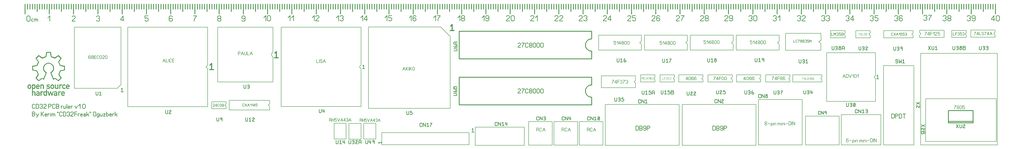
<source format=gbr>
%FSLAX34Y34*%
%MOMM*%
%LNSILK_TOP*%
G71*
G01*
%ADD10C,0.300*%
%ADD11C,0.278*%
%ADD12C,0.127*%
%ADD13C,0.254*%
%ADD14C,0.381*%
%ADD15C,0.167*%
%ADD16C,0.133*%
%ADD17C,0.100*%
%ADD18C,0.111*%
%ADD19C,0.156*%
%ADD20C,0.305*%
%ADD21C,0.144*%
%ADD22C,0.222*%
%ADD23C,0.178*%
%LPD*%
G54D10*
X10000Y-10000D02*
X10000Y-50000D01*
G36*
X11500Y-10000D02*
X8500Y-10000D01*
X8500Y-8500D01*
X11500Y-8500D01*
X11500Y-10000D01*
G37*
G36*
X8500Y-50000D02*
X11500Y-50000D01*
X11500Y-51500D01*
X8500Y-51500D01*
X8500Y-50000D01*
G37*
G54D10*
X20000Y-10000D02*
X20000Y-30000D01*
G36*
X21500Y-10000D02*
X18500Y-10000D01*
X18500Y-8500D01*
X21500Y-8500D01*
X21500Y-10000D01*
G37*
G36*
X18500Y-30000D02*
X21500Y-30000D01*
X21500Y-31500D01*
X18500Y-31500D01*
X18500Y-30000D01*
G37*
G54D10*
X30000Y-10000D02*
X30000Y-30000D01*
G36*
X31500Y-10000D02*
X28500Y-10000D01*
X28500Y-8500D01*
X31500Y-8500D01*
X31500Y-10000D01*
G37*
G36*
X28500Y-30000D02*
X31500Y-30000D01*
X31500Y-31500D01*
X28500Y-31500D01*
X28500Y-30000D01*
G37*
G54D10*
X40000Y-10000D02*
X40000Y-30000D01*
G36*
X41500Y-10000D02*
X38500Y-10000D01*
X38500Y-8500D01*
X41500Y-8500D01*
X41500Y-10000D01*
G37*
G36*
X38500Y-30000D02*
X41500Y-30000D01*
X41500Y-31500D01*
X38500Y-31500D01*
X38500Y-30000D01*
G37*
G54D10*
X50000Y-10000D02*
X50000Y-30000D01*
G36*
X51500Y-10000D02*
X48500Y-10000D01*
X48500Y-8500D01*
X51500Y-8500D01*
X51500Y-10000D01*
G37*
G36*
X48500Y-30000D02*
X51500Y-30000D01*
X51500Y-31500D01*
X48500Y-31500D01*
X48500Y-30000D01*
G37*
G54D10*
X60000Y-10000D02*
X60000Y-40000D01*
G36*
X61500Y-10000D02*
X58500Y-10000D01*
X58500Y-8500D01*
X61500Y-8500D01*
X61500Y-10000D01*
G37*
G36*
X58500Y-40000D02*
X61500Y-40000D01*
X61500Y-41500D01*
X58500Y-41500D01*
X58500Y-40000D01*
G37*
G54D11*
X30158Y-61986D02*
X30158Y-75875D01*
X28492Y-78653D01*
X25158Y-80042D01*
X21825Y-80042D01*
X18492Y-78653D01*
X16825Y-75875D01*
X16825Y-61986D01*
X18492Y-59208D01*
X21825Y-57820D01*
X25158Y-57820D01*
X28492Y-59208D01*
X30158Y-61986D01*
G54D10*
X70000Y-10000D02*
X70000Y-30000D01*
G36*
X71500Y-10000D02*
X68500Y-10000D01*
X68500Y-8500D01*
X71500Y-8500D01*
X71500Y-10000D01*
G37*
G36*
X68500Y-30000D02*
X71500Y-30000D01*
X71500Y-31500D01*
X68500Y-31500D01*
X68500Y-30000D01*
G37*
G54D10*
X80000Y-10000D02*
X80000Y-30000D01*
G36*
X81500Y-10000D02*
X78500Y-10000D01*
X78500Y-8500D01*
X81500Y-8500D01*
X81500Y-10000D01*
G37*
G36*
X78500Y-30000D02*
X81500Y-30000D01*
X81500Y-31500D01*
X78500Y-31500D01*
X78500Y-30000D01*
G37*
G54D10*
X90000Y-10000D02*
X90000Y-30000D01*
G36*
X91500Y-10000D02*
X88500Y-10000D01*
X88500Y-8500D01*
X91500Y-8500D01*
X91500Y-10000D01*
G37*
G36*
X88500Y-30000D02*
X91500Y-30000D01*
X91500Y-31500D01*
X88500Y-31500D01*
X88500Y-30000D01*
G37*
G54D10*
X100000Y-10000D02*
X100000Y-30000D01*
G36*
X101500Y-10000D02*
X98500Y-10000D01*
X98500Y-8500D01*
X101500Y-8500D01*
X101500Y-10000D01*
G37*
G36*
X98500Y-30000D02*
X101500Y-30000D01*
X101500Y-31500D01*
X98500Y-31500D01*
X98500Y-30000D01*
G37*
G54D12*
X213335Y-105129D02*
X405135Y-105129D01*
X405135Y-343033D01*
X390276Y-357902D01*
X213335Y-357902D01*
X213335Y-105129D01*
G54D13*
X405235Y-372529D02*
X414379Y-372529D01*
G54D13*
X301851Y-372267D02*
X301851Y-384132D01*
X303579Y-386237D01*
X308151Y-386237D01*
X310208Y-384132D01*
X310208Y-372267D01*
G54D13*
X315751Y-386267D02*
X324133Y-386267D01*
G54D13*
X316451Y-375767D02*
X319956Y-372294D01*
X319956Y-386264D01*
G54D13*
X405935Y-361129D02*
X409746Y-357311D01*
X409746Y-372556D01*
G54D14*
X770729Y-280697D02*
X785969Y-280697D01*
G54D14*
X771994Y-261637D02*
X778349Y-255287D01*
X778349Y-280697D01*
G54D12*
X762206Y-276109D02*
X762206Y-433990D01*
X433226Y-433990D01*
X433226Y-105012D01*
X762206Y-105012D01*
X762206Y-262893D01*
X755590Y-269495D01*
X762206Y-276109D01*
G54D13*
X603944Y-452683D02*
X603944Y-451289D01*
X606024Y-449181D01*
X608822Y-449181D01*
X610929Y-451289D01*
X610929Y-452683D01*
X603240Y-460357D01*
X603240Y-463153D01*
X611620Y-463153D01*
G54D13*
X589268Y-449181D02*
X589268Y-461060D01*
X591018Y-463153D01*
X595564Y-463153D01*
X597645Y-461060D01*
X597645Y-449181D01*
G54D12*
X1031526Y-205583D02*
X1025092Y-218440D01*
X1031526Y-231300D01*
X1031526Y-332115D01*
X804162Y-332115D01*
X804163Y-104750D01*
X1031526Y-104750D01*
X1031526Y-205583D01*
G54D13*
X926361Y-346098D02*
X928441Y-344002D01*
X931954Y-344002D01*
X934037Y-346098D01*
X934037Y-348880D01*
X931954Y-350986D01*
X934037Y-353428D01*
X934037Y-355866D01*
X931954Y-357974D01*
X928441Y-357974D01*
X926361Y-357974D01*
G54D13*
X931954Y-350986D02*
X927407Y-350986D01*
G54D14*
X1038029Y-230839D02*
X1053272Y-230839D01*
G54D14*
X1039298Y-211791D02*
X1045648Y-205439D01*
X1045648Y-230839D01*
G54D13*
X911669Y-344002D02*
X911669Y-355866D01*
X913435Y-357974D01*
X917981Y-357974D01*
X920061Y-355866D01*
X920061Y-344002D01*
G54D12*
X1394820Y-275704D02*
X1394820Y-433586D01*
X1065840Y-433586D01*
X1065840Y-104607D01*
X1394820Y-104607D01*
X1394820Y-262504D01*
X1388221Y-269103D01*
X1394820Y-275704D01*
G54D13*
X1400870Y-275648D02*
X1409250Y-275648D01*
G54D13*
X1236052Y-445023D02*
X1236052Y-453403D01*
X1244430Y-453403D01*
G54D13*
X1222078Y-445023D02*
X1222078Y-456888D01*
X1223828Y-458996D01*
X1228375Y-458996D01*
X1230455Y-456888D01*
X1230455Y-445023D01*
G54D13*
X1241632Y-458996D02*
X1241632Y-445023D01*
G54D13*
X1401587Y-265162D02*
X1405059Y-261678D01*
X1405059Y-275648D01*
G54D12*
X1425058Y-441314D02*
X1425058Y-104411D01*
G54D12*
X1723317Y-104411D02*
X1761968Y-143049D01*
G54D12*
X1761968Y-143049D02*
X1761968Y-441314D01*
G54D14*
X1762726Y-118744D02*
X1777971Y-118744D01*
G54D14*
X1770346Y-93334D02*
X1770346Y-118744D01*
G54D14*
X1763996Y-99684D02*
X1770346Y-93334D01*
G54D13*
X1590988Y-464665D02*
X1590988Y-452800D01*
G54D13*
X1582608Y-452800D02*
X1582608Y-464665D01*
G54D13*
X1597975Y-466776D02*
X1595894Y-464665D01*
G54D12*
X1425058Y-104411D02*
X1723317Y-104411D01*
G54D12*
X1761968Y-441314D02*
X1425058Y-441314D01*
G54D13*
X1602178Y-466776D02*
X1597975Y-466776D01*
G54D13*
X1605676Y-464665D02*
X1602178Y-466776D01*
G54D13*
X1605676Y-459790D02*
X1605676Y-464665D01*
G54D13*
X1603212Y-457680D02*
X1605676Y-459790D01*
G54D13*
X1597301Y-457680D02*
X1603212Y-457680D01*
G54D13*
X1597301Y-452800D02*
X1597301Y-457680D01*
G54D13*
X1603212Y-452800D02*
X1597301Y-452800D01*
G54D13*
X1582608Y-464665D02*
X1584364Y-466776D01*
G54D13*
X1584364Y-466776D02*
X1588910Y-466776D01*
G54D13*
X1588910Y-466776D02*
X1590988Y-464665D01*
G54D12*
X3314199Y-412537D02*
X3314199Y-210584D01*
X3516164Y-210584D01*
X3516164Y-304953D01*
X3509563Y-311554D01*
X3516164Y-318168D01*
X3516164Y-412537D01*
X3314199Y-412537D01*
G54D13*
X3519731Y-318360D02*
X3528868Y-318360D01*
G54D13*
X3520491Y-306919D02*
X3524293Y-303117D01*
X3524293Y-318360D01*
G54D13*
X3395965Y-419410D02*
X3395965Y-431274D01*
X3397715Y-433385D01*
X3402262Y-433385D01*
X3404357Y-431274D01*
X3404357Y-419410D01*
G54D13*
X3410654Y-421493D02*
X3412737Y-419410D01*
X3416234Y-419410D01*
X3418317Y-421493D01*
X3418317Y-424289D01*
X3416234Y-426400D01*
X3411688Y-426400D01*
G54D13*
X3416234Y-426400D02*
X3418317Y-428836D01*
X3418317Y-431274D01*
X3416234Y-433385D01*
X3412737Y-433385D01*
X3410654Y-433385D01*
G54D13*
X3429506Y-433385D02*
X3426709Y-433385D01*
X3424629Y-431274D01*
X3424629Y-421493D01*
X3426709Y-419410D01*
X3429506Y-419410D01*
X3431616Y-421493D01*
X3431616Y-431274D01*
X3429506Y-433385D01*
G54D13*
X3424629Y-431274D02*
X3431616Y-421493D01*
G54D13*
X3590359Y-186666D02*
X3590359Y-198533D01*
X3592109Y-200639D01*
X3596661Y-200639D01*
X3598739Y-198533D01*
X3598739Y-186666D01*
G54D12*
X3670739Y-119404D02*
X3550067Y-119404D01*
X3550067Y-148620D01*
X3670739Y-148620D01*
X3670739Y-139344D01*
X3665411Y-134014D01*
X3670739Y-128680D01*
X3670739Y-119404D01*
G54D13*
X3606082Y-193654D02*
X3610631Y-193654D01*
X3612711Y-196092D01*
X3612711Y-198533D01*
X3610631Y-200639D01*
X3607131Y-200639D01*
X3605038Y-200639D01*
G54D13*
X3605038Y-188746D02*
X3607131Y-186666D01*
X3610631Y-186666D01*
X3612711Y-188746D01*
X3612711Y-191546D01*
X3610631Y-193654D01*
G54D13*
X3625998Y-191213D02*
X3623887Y-192937D01*
X3621091Y-192937D01*
X3619008Y-191213D01*
X3619008Y-188746D01*
X3621091Y-186666D01*
X3623887Y-186666D01*
X3625998Y-188746D01*
X3625998Y-200639D01*
G54D12*
X838682Y-413721D02*
X778984Y-413721D01*
X778984Y-442939D01*
X838682Y-442939D01*
X838682Y-433678D01*
X833348Y-428329D01*
X838682Y-422995D01*
X838682Y-413721D01*
G54D13*
X800101Y-479992D02*
X800101Y-491856D01*
X801851Y-493964D01*
X806400Y-493964D01*
X808481Y-491856D01*
X808481Y-479992D01*
G54D13*
X821767Y-484538D02*
X819657Y-486276D01*
X816873Y-486276D01*
X814777Y-484538D01*
X814777Y-482088D01*
X816873Y-479992D01*
X819657Y-479992D01*
X821767Y-482088D01*
X821767Y-493964D01*
G54D12*
X851462Y-447866D02*
X1017860Y-447866D01*
X1017860Y-433520D01*
X1012526Y-428188D01*
X1017860Y-422854D01*
X1017860Y-408496D01*
X851462Y-408496D01*
X851462Y-447866D01*
G54D13*
X918712Y-480411D02*
X918712Y-492290D01*
X920462Y-494371D01*
X925009Y-494371D01*
X927104Y-492290D01*
X927104Y-480410D01*
G54D13*
X947376Y-483911D02*
X947376Y-482516D01*
X949456Y-480410D01*
X952255Y-480411D01*
X954361Y-482516D01*
X954361Y-483911D01*
X946660Y-491586D01*
X946660Y-494371D01*
X955039Y-494371D01*
G54D13*
X933403Y-483910D02*
X936873Y-480411D01*
X936873Y-494370D01*
G54D13*
X932687Y-494371D02*
X941064Y-494370D01*
G54D12*
X2544128Y-168996D02*
X2550726Y-175598D01*
X2550726Y-200114D01*
X2374184Y-200114D01*
X2374184Y-137880D01*
X2550726Y-137880D01*
X2550726Y-162394D01*
X2544128Y-168996D01*
G54D13*
X2481921Y-234836D02*
X2478431Y-238350D01*
X2478431Y-246728D01*
X2480527Y-248810D01*
X2484359Y-248810D01*
X2486823Y-246728D01*
X2486823Y-244623D01*
X2484359Y-242540D01*
X2480527Y-242540D01*
X2478431Y-244623D01*
G54D13*
X2449782Y-234836D02*
X2449782Y-246728D01*
X2451532Y-248809D01*
X2456079Y-248810D01*
X2458162Y-246728D01*
X2458162Y-234836D01*
G54D13*
X2464459Y-238349D02*
X2467946Y-234836D01*
X2467946Y-248810D01*
G54D13*
X2463755Y-248810D02*
X2472134Y-248810D01*
G54D12*
X2804858Y-302562D02*
X2804858Y-311834D01*
X2799528Y-317168D01*
X2804858Y-322502D01*
X2804858Y-331778D01*
X2704511Y-331778D01*
X2704511Y-302562D01*
X2804858Y-302562D01*
G54D13*
X2738872Y-372540D02*
X2738872Y-384432D01*
X2740637Y-386512D01*
X2745184Y-386512D01*
X2747266Y-384432D01*
X2747266Y-372540D01*
G54D13*
X2753564Y-376042D02*
X2753563Y-374648D01*
X2755644Y-372540D01*
X2758442Y-372540D01*
X2760548Y-374648D01*
X2760548Y-376042D01*
X2752847Y-383716D01*
X2752847Y-386512D01*
X2761239Y-386512D01*
G54D13*
X2767536Y-376042D02*
X2767536Y-374648D01*
X2769618Y-372540D01*
X2772415Y-372540D01*
X2774521Y-374648D01*
X2774521Y-376042D01*
X2766819Y-383716D01*
X2766819Y-386512D01*
X2775211Y-386512D01*
G54D12*
X2627246Y-331771D02*
X2627246Y-302571D01*
X2686944Y-302571D01*
X2686944Y-311832D01*
X2681610Y-317176D01*
X2686944Y-322510D01*
X2686944Y-331771D01*
X2627246Y-331771D01*
G54D13*
X2666102Y-367520D02*
X2660188Y-367520D01*
X2660188Y-372422D01*
X2666102Y-372422D01*
X2668567Y-374505D01*
X2668567Y-379412D01*
X2665068Y-381492D01*
X2660879Y-381493D01*
X2658798Y-379412D01*
G54D13*
X2672758Y-373113D02*
X2681150Y-373113D01*
X2683232Y-375220D01*
X2683232Y-379412D01*
X2681150Y-381493D01*
X2672758Y-381493D01*
X2672758Y-367520D01*
X2681150Y-367520D01*
X2682540Y-368908D01*
X2682540Y-372067D01*
X2681150Y-373113D01*
G54D13*
X2645499Y-381493D02*
X2653892Y-381492D01*
G54D13*
X2646215Y-371018D02*
X2649703Y-367520D01*
X2649703Y-381493D01*
G54D13*
X2631539Y-367520D02*
X2631539Y-379412D01*
X2633289Y-381493D01*
X2637836Y-381492D01*
X2639919Y-379412D01*
X2639919Y-367520D01*
G54D12*
X2606770Y-331774D02*
X2547072Y-331774D01*
X2547072Y-302558D01*
X2606770Y-302558D01*
X2606770Y-311830D01*
X2601440Y-317164D01*
X2606770Y-322498D01*
X2606770Y-331774D01*
G54D13*
X2553064Y-368582D02*
X2553064Y-380448D01*
X2554814Y-382554D01*
X2559360Y-382554D01*
X2561443Y-380448D01*
X2561443Y-368582D01*
G54D13*
X2567024Y-382554D02*
X2575416Y-382554D01*
G54D13*
X2567740Y-372056D02*
X2571230Y-368582D01*
X2571230Y-382554D01*
G54D13*
X2587641Y-368582D02*
X2581712Y-368582D01*
X2581712Y-373460D01*
X2587641Y-373460D01*
X2590092Y-375568D01*
X2590092Y-380448D01*
X2586592Y-382554D01*
X2582406Y-382554D01*
X2580324Y-380448D01*
G54D13*
X2594298Y-376960D02*
X2604064Y-376960D01*
G54D13*
X2594298Y-382554D02*
X2594298Y-371368D01*
X2596734Y-368582D01*
X2601268Y-368582D01*
X2604064Y-371368D01*
X2604064Y-382554D01*
G54D13*
X3747659Y-183889D02*
X3747659Y-195753D01*
X3749412Y-197861D01*
X3753959Y-197861D01*
X3756067Y-195753D01*
X3756067Y-183889D01*
G54D12*
X3798256Y-147054D02*
X3697926Y-147054D01*
X3697926Y-137780D01*
X3703260Y-132446D01*
X3697926Y-127112D01*
X3697926Y-117839D01*
X3798256Y-117839D01*
X3798256Y-147054D01*
G54D13*
X3733689Y-197861D02*
X3742096Y-183889D01*
G54D13*
X3733689Y-183889D02*
X3742096Y-197861D01*
G54D13*
X3761629Y-197861D02*
X3770011Y-197861D01*
G54D13*
X3762366Y-187364D02*
X3765820Y-183889D01*
X3765820Y-197861D01*
G54D12*
X3889949Y-138172D02*
X3889949Y-147448D01*
X3830251Y-147448D01*
X3830251Y-118233D01*
X3889949Y-118233D01*
X3889949Y-127507D01*
X3884615Y-132843D01*
X3889949Y-138172D01*
G54D13*
X3875749Y-189467D02*
X3884142Y-189467D01*
X3886224Y-191549D01*
X3886224Y-195753D01*
X3884142Y-197861D01*
X3875749Y-197861D01*
X3875749Y-183886D01*
X3884142Y-183886D01*
X3885536Y-185281D01*
X3885536Y-188435D01*
X3884142Y-189467D01*
G54D13*
X3865263Y-189467D02*
X3863183Y-187361D01*
X3863183Y-185969D01*
X3865263Y-183886D01*
X3868062Y-183886D01*
X3870168Y-185969D01*
X3870168Y-187361D01*
X3868062Y-189467D01*
X3870859Y-192266D01*
X3870859Y-195062D01*
X3868062Y-197861D01*
X3865263Y-197861D01*
X3862467Y-195062D01*
X3862467Y-192266D01*
X3865263Y-189467D01*
X3868062Y-189467D01*
G54D13*
X3834519Y-183886D02*
X3834519Y-195753D01*
X3836285Y-197861D01*
X3840831Y-197861D01*
X3842911Y-195753D01*
X3842911Y-183886D01*
G54D13*
X3850257Y-190876D02*
X3854804Y-190876D01*
X3856886Y-193312D01*
X3856886Y-195753D01*
X3854804Y-197861D01*
X3851291Y-197861D01*
X3849211Y-197861D01*
G54D13*
X3849211Y-185969D02*
X3851291Y-183886D01*
X3854804Y-183886D01*
X3856886Y-185969D01*
X3856886Y-188766D01*
X3854804Y-190876D01*
G54D12*
X3385038Y-134013D02*
X3390372Y-139344D01*
X3390372Y-148620D01*
X3330674Y-148620D01*
X3330674Y-119408D01*
X3390372Y-119408D01*
X3390372Y-128676D01*
X3385038Y-134013D01*
G54D13*
X3336248Y-184070D02*
X3336248Y-195934D01*
X3337998Y-198042D01*
X3342544Y-198042D01*
X3344628Y-195934D01*
X3344628Y-184070D01*
G54D13*
X3377478Y-192446D02*
X3387248Y-192446D01*
G54D13*
X3377478Y-198042D02*
X3377478Y-186866D01*
X3379906Y-184070D01*
X3384452Y-184070D01*
X3387248Y-186866D01*
X3387248Y-198042D01*
G54D13*
X3371882Y-187542D02*
X3369776Y-189650D01*
X3372576Y-192446D01*
X3372576Y-195246D01*
X3369776Y-198042D01*
X3366980Y-198042D01*
X3364181Y-195246D01*
X3364181Y-192446D01*
X3366980Y-189650D01*
X3364897Y-187542D01*
X3364897Y-186150D01*
X3366980Y-184070D01*
X3369776Y-184070D01*
X3371882Y-186150D01*
X3371882Y-187542D01*
G54D13*
X3369776Y-189650D02*
X3366980Y-189650D01*
G54D13*
X3351970Y-191054D02*
X3356520Y-191054D01*
X3358600Y-193496D01*
X3358600Y-195934D01*
X3356520Y-198042D01*
X3353004Y-198042D01*
X3350924Y-198042D01*
G54D13*
X3350924Y-186150D02*
X3353004Y-184070D01*
X3356520Y-184070D01*
X3358600Y-186150D01*
X3358600Y-188948D01*
X3356520Y-191054D01*
G54D12*
X3162858Y-331770D02*
X3062526Y-331770D01*
X3062526Y-302554D01*
X3162858Y-302554D01*
X3162858Y-311826D01*
X3157524Y-317160D01*
X3162858Y-322494D01*
X3162858Y-331770D01*
G54D13*
X3111295Y-370156D02*
X3113376Y-368076D01*
X3116876Y-368076D01*
X3118971Y-370156D01*
X3118971Y-372956D01*
X3116876Y-375064D01*
X3118971Y-377502D01*
X3118971Y-379944D01*
X3116876Y-382050D01*
X3113376Y-382050D01*
X3111295Y-382050D01*
G54D13*
X3125268Y-368076D02*
X3132258Y-368076D01*
X3128052Y-375064D01*
X3126302Y-377864D01*
X3126302Y-382050D01*
G54D13*
X3096607Y-368076D02*
X3096607Y-379944D01*
X3098357Y-382050D01*
X3102903Y-382050D01*
X3104999Y-379944D01*
X3104999Y-368076D01*
G54D13*
X3116876Y-375064D02*
X3112329Y-375064D01*
G54D12*
X3042682Y-331771D02*
X2942334Y-331771D01*
X2942334Y-302559D01*
X3042682Y-302559D01*
X3042682Y-311830D01*
X3037348Y-317164D01*
X3042682Y-322513D01*
X3042682Y-331771D01*
G54D13*
X3008768Y-367805D02*
X3005280Y-371277D01*
X3005280Y-379669D01*
X3007360Y-381777D01*
X3011192Y-381777D01*
X3013658Y-379669D01*
X3013658Y-377586D01*
X3011192Y-375480D01*
X3007360Y-375480D01*
X3005280Y-377586D01*
G54D13*
X2992354Y-374790D02*
X2996900Y-374790D01*
X2998982Y-377231D01*
X2998982Y-379669D01*
X2996900Y-381777D01*
X2993388Y-381777D01*
X2991306Y-381777D01*
G54D13*
X2976630Y-367805D02*
X2976630Y-379669D01*
X2978380Y-381777D01*
X2982930Y-381777D01*
X2985008Y-379669D01*
X2985008Y-367805D01*
G54D13*
X2991306Y-369885D02*
X2993388Y-367805D01*
X2996900Y-367805D01*
X2998982Y-369885D01*
X2998982Y-372684D01*
X2996900Y-374790D01*
G54D12*
X2385385Y-306374D02*
X2385385Y-355914D01*
X2526373Y-355914D01*
X2526373Y-336488D01*
X2521039Y-331139D01*
X2526373Y-325805D01*
X2526373Y-306374D01*
X2385385Y-306374D01*
G54D13*
X2440846Y-397362D02*
X2440846Y-409227D01*
X2442611Y-411337D01*
X2447143Y-411337D01*
X2449238Y-409227D01*
X2449238Y-397362D01*
G54D13*
X2455537Y-399445D02*
X2457618Y-397362D01*
X2461118Y-397362D01*
X2463213Y-399445D01*
X2463213Y-402242D01*
X2461118Y-404347D01*
X2456569Y-404347D01*
G54D13*
X2461118Y-404347D02*
X2463213Y-406791D01*
X2463213Y-409227D01*
X2461118Y-411337D01*
X2457618Y-411337D01*
X2455537Y-411337D01*
G54D13*
X2475423Y-397362D02*
X2469510Y-397362D01*
X2469510Y-402242D01*
X2475423Y-402242D01*
X2477889Y-404347D01*
X2477889Y-409227D01*
X2474389Y-411337D01*
X2470188Y-411337D01*
X2468105Y-409227D01*
G54D13*
X3219418Y-367394D02*
X3219418Y-379262D01*
X3221168Y-381368D01*
X3225714Y-381368D01*
X3227795Y-379262D01*
X3227795Y-367394D01*
G54D13*
X3247363Y-367394D02*
X3247363Y-375772D01*
X3255742Y-375772D01*
G54D13*
X3235140Y-374382D02*
X3239687Y-374382D01*
X3241767Y-376820D01*
X3241767Y-379262D01*
X3239687Y-381368D01*
X3236174Y-381368D01*
X3234094Y-381368D01*
G54D13*
X3234094Y-369474D02*
X3236174Y-367394D01*
X3239687Y-367394D01*
X3241767Y-369474D01*
X3241767Y-372274D01*
X3239687Y-374382D01*
G54D12*
X3174301Y-302556D02*
X3174301Y-331771D01*
X3294976Y-331771D01*
X3294976Y-322495D01*
X3289642Y-317161D01*
X3294976Y-311832D01*
X3294976Y-302556D01*
X3174301Y-302556D01*
G54D13*
X3252943Y-381368D02*
X3252943Y-367394D01*
G54D12*
X3908383Y-146242D02*
X3908383Y-117024D01*
X4008715Y-117024D01*
X4008715Y-126297D01*
X4003384Y-131631D01*
X4008715Y-136965D01*
X4008715Y-146242D01*
X3908383Y-146242D01*
G54D13*
X3943783Y-183888D02*
X3943783Y-195781D01*
X3945533Y-197862D01*
X3950080Y-197862D01*
X3952160Y-195780D01*
X3952160Y-183889D01*
G54D13*
X3958456Y-185997D02*
X3960552Y-183889D01*
X3964052Y-183888D01*
X3966135Y-185996D01*
X3966135Y-188796D01*
X3964052Y-190874D01*
X3959505Y-190874D01*
G54D13*
X3964052Y-190874D02*
X3966135Y-193315D01*
X3966135Y-195781D01*
X3964052Y-197862D01*
X3960552Y-197862D01*
X3958456Y-197862D01*
G54D13*
X3972432Y-185997D02*
X3974512Y-183889D01*
X3978027Y-183889D01*
X3980107Y-185996D01*
X3980107Y-188796D01*
X3978027Y-190874D01*
X3980107Y-193314D01*
X3980107Y-195780D01*
X3978027Y-197862D01*
X3974512Y-197862D01*
X3972432Y-197862D01*
G54D13*
X3978027Y-190874D02*
X3973478Y-190874D01*
G54D12*
X3434155Y-119401D02*
X3493853Y-119401D01*
X3493853Y-128675D01*
X3488519Y-134009D01*
X3493853Y-139343D01*
X3493853Y-148619D01*
X3434155Y-148619D01*
X3434155Y-119401D01*
G54D13*
X3446824Y-185228D02*
X3446824Y-197092D01*
X3448578Y-199200D01*
X3453126Y-199200D01*
X3455202Y-197092D01*
X3455202Y-185228D01*
G54D13*
X3462552Y-192212D02*
X3467098Y-192212D01*
X3469176Y-194650D01*
X3469176Y-197092D01*
X3467098Y-199200D01*
X3463596Y-199200D01*
X3461518Y-199200D01*
G54D13*
X3461518Y-187306D02*
X3463596Y-185228D01*
X3467098Y-185228D01*
X3469176Y-187306D01*
X3469176Y-190102D01*
X3467098Y-192212D01*
G54D13*
X3475488Y-188712D02*
X3475488Y-187306D01*
X3477570Y-185228D01*
X3480352Y-185228D01*
X3482462Y-187306D01*
X3482462Y-188712D01*
X3474772Y-196404D01*
X3474772Y-199200D01*
X3483150Y-199200D01*
G54D12*
X3145051Y-130416D02*
X3290890Y-130416D01*
X3291206Y-158448D01*
X3281520Y-165252D01*
X3290890Y-171592D01*
X3290890Y-200284D01*
X3145134Y-200434D01*
X3145134Y-130500D01*
X3145051Y-130416D01*
G54D13*
X3200222Y-239198D02*
X3200222Y-251060D01*
X3201972Y-253172D01*
X3206522Y-253172D01*
X3208602Y-251060D01*
X3208602Y-239198D01*
G54D13*
X3214914Y-253172D02*
X3216994Y-253172D01*
X3220494Y-253172D01*
X3222574Y-251060D01*
X3222574Y-248624D01*
X3220494Y-246186D01*
X3215948Y-246186D01*
G54D13*
X3214914Y-241280D02*
X3216994Y-239198D01*
X3220494Y-239198D01*
X3222574Y-241280D01*
X3222574Y-244076D01*
X3220494Y-246186D01*
G54D13*
X3228170Y-253172D02*
X3236550Y-253172D01*
G54D13*
X3228874Y-242684D02*
X3232358Y-239198D01*
X3232358Y-253172D01*
G54D15*
X279801Y-224882D02*
X278801Y-223215D01*
X276801Y-222382D01*
X274801Y-222382D01*
X272801Y-223215D01*
X271801Y-224882D01*
X271801Y-229048D01*
X271801Y-229882D01*
X274801Y-228215D01*
X276801Y-228215D01*
X278801Y-229048D01*
X279801Y-230715D01*
X279801Y-233215D01*
X278801Y-234882D01*
X276801Y-235715D01*
X274801Y-235715D01*
X272801Y-234882D01*
X271801Y-233215D01*
X271801Y-229048D01*
G54D15*
X288468Y-229048D02*
X286468Y-229048D01*
X284468Y-228215D01*
X283468Y-226548D01*
X283468Y-224882D01*
X284468Y-223215D01*
X286468Y-222382D01*
X288468Y-222382D01*
X290468Y-223215D01*
X291468Y-224882D01*
X291468Y-226548D01*
X290468Y-228215D01*
X288468Y-229048D01*
X290468Y-229882D01*
X291468Y-231548D01*
X291468Y-233215D01*
X290468Y-234882D01*
X288468Y-235715D01*
X286468Y-235715D01*
X284468Y-234882D01*
X283468Y-233215D01*
X283468Y-231548D01*
X284468Y-229882D01*
X286468Y-229048D01*
G54D15*
X302135Y-235715D02*
X295135Y-235715D01*
X295135Y-222382D01*
X302135Y-222382D01*
G54D15*
X295135Y-229048D02*
X302135Y-229048D01*
G54D15*
X313802Y-233215D02*
X312802Y-234882D01*
X310802Y-235715D01*
X308802Y-235715D01*
X306802Y-234882D01*
X305802Y-233215D01*
X305802Y-224882D01*
X306802Y-223215D01*
X308802Y-222382D01*
X310802Y-222382D01*
X312802Y-223215D01*
X313802Y-224882D01*
G54D15*
X325469Y-224882D02*
X325469Y-233215D01*
X324469Y-234882D01*
X322469Y-235715D01*
X320469Y-235715D01*
X318469Y-234882D01*
X317469Y-233215D01*
X317469Y-224882D01*
X318469Y-223215D01*
X320469Y-222382D01*
X322469Y-222382D01*
X324469Y-223215D01*
X325469Y-224882D01*
G54D15*
X337136Y-235715D02*
X329136Y-235715D01*
X329136Y-234882D01*
X330136Y-233215D01*
X336136Y-228215D01*
X337136Y-226548D01*
X337136Y-224882D01*
X336136Y-223215D01*
X334136Y-222382D01*
X332136Y-222382D01*
X330136Y-223215D01*
X329136Y-224882D01*
G54D15*
X348803Y-224882D02*
X348803Y-233215D01*
X347803Y-234882D01*
X345803Y-235715D01*
X343803Y-235715D01*
X341803Y-234882D01*
X340803Y-233215D01*
X340803Y-224882D01*
X341803Y-223215D01*
X343803Y-222382D01*
X345803Y-222382D01*
X347803Y-223215D01*
X348803Y-224882D01*
G54D15*
X1566466Y-283369D02*
X1571465Y-270036D01*
X1576466Y-283369D01*
G54D15*
X1568466Y-278369D02*
X1574466Y-278369D01*
G54D15*
X1580133Y-283369D02*
X1580133Y-270036D01*
G54D15*
X1580133Y-279202D02*
X1588133Y-270036D01*
G54D15*
X1583133Y-276702D02*
X1588133Y-283369D01*
G54D15*
X1591800Y-283369D02*
X1591800Y-270036D01*
G54D15*
X1595467Y-283369D02*
X1595467Y-270036D01*
G54D15*
X1595467Y-279202D02*
X1603467Y-270036D01*
G54D15*
X1598467Y-276702D02*
X1603467Y-283369D01*
G54D15*
X1615134Y-272536D02*
X1615134Y-280869D01*
X1614134Y-282536D01*
X1612134Y-283369D01*
X1610134Y-283369D01*
X1608134Y-282536D01*
X1607134Y-280869D01*
X1607134Y-272536D01*
X1608134Y-270869D01*
X1610134Y-270036D01*
X1612134Y-270036D01*
X1614134Y-270869D01*
X1615134Y-272536D01*
G54D15*
X2445440Y-163038D02*
X2437440Y-163038D01*
X2437440Y-168871D01*
X2438440Y-168871D01*
X2440440Y-168038D01*
X2442440Y-168038D01*
X2444440Y-168871D01*
X2445440Y-170538D01*
X2445440Y-173871D01*
X2444440Y-175538D01*
X2442440Y-176371D01*
X2440440Y-176371D01*
X2438440Y-175538D01*
X2437440Y-173871D01*
G54D15*
X2449106Y-168038D02*
X2454106Y-163038D01*
X2454106Y-176371D01*
G54D15*
X2463774Y-176371D02*
X2463774Y-163038D01*
X2457774Y-171371D01*
X2457774Y-173038D01*
X2465774Y-173038D01*
G54D15*
X2474440Y-169704D02*
X2472440Y-169704D01*
X2470440Y-168871D01*
X2469440Y-167204D01*
X2469440Y-165538D01*
X2470440Y-163871D01*
X2472440Y-163038D01*
X2474440Y-163038D01*
X2476440Y-163871D01*
X2477440Y-165538D01*
X2477440Y-167204D01*
X2476440Y-168871D01*
X2474440Y-169704D01*
X2476440Y-170538D01*
X2477440Y-172204D01*
X2477440Y-173871D01*
X2476440Y-175538D01*
X2474440Y-176371D01*
X2472440Y-176371D01*
X2470440Y-175538D01*
X2469440Y-173871D01*
X2469440Y-172204D01*
X2470440Y-170538D01*
X2472440Y-169704D01*
G54D15*
X2489108Y-165538D02*
X2489108Y-173871D01*
X2488108Y-175538D01*
X2486108Y-176371D01*
X2484108Y-176371D01*
X2482108Y-175538D01*
X2481108Y-173871D01*
X2481108Y-165538D01*
X2482108Y-163871D01*
X2484108Y-163038D01*
X2486108Y-163038D01*
X2488108Y-163871D01*
X2489108Y-165538D01*
G54D15*
X2500774Y-165538D02*
X2500774Y-173871D01*
X2499774Y-175538D01*
X2497774Y-176371D01*
X2495774Y-176371D01*
X2493774Y-175538D01*
X2492774Y-173871D01*
X2492774Y-165538D01*
X2493774Y-163871D01*
X2495774Y-163038D01*
X2497774Y-163038D01*
X2499774Y-163871D01*
X2500774Y-165538D01*
G54D15*
X577850Y-249634D02*
X582850Y-236301D01*
X587850Y-249634D01*
G54D15*
X579850Y-244634D02*
X585850Y-244634D01*
G54D15*
X591517Y-236301D02*
X591517Y-249634D01*
X598517Y-249634D01*
G54D15*
X602184Y-249634D02*
X602184Y-236301D01*
G54D15*
X613851Y-247134D02*
X612851Y-248801D01*
X610851Y-249634D01*
X608851Y-249634D01*
X606851Y-248801D01*
X605851Y-247134D01*
X605851Y-238801D01*
X606851Y-237134D01*
X608851Y-236301D01*
X610851Y-236301D01*
X612851Y-237134D01*
X613851Y-238801D01*
G54D15*
X624518Y-249634D02*
X617518Y-249634D01*
X617518Y-236301D01*
X624518Y-236301D01*
G54D15*
X617518Y-242968D02*
X624518Y-242968D01*
G54D15*
X889000Y-219869D02*
X889000Y-206536D01*
X894000Y-206536D01*
X896000Y-207369D01*
X897000Y-209036D01*
X897000Y-210702D01*
X896000Y-212369D01*
X894000Y-213202D01*
X889000Y-213202D01*
G54D15*
X900668Y-219869D02*
X905667Y-206536D01*
X910667Y-219869D01*
G54D15*
X902668Y-214869D02*
X908667Y-214869D01*
G54D15*
X914334Y-206536D02*
X914334Y-217369D01*
X915334Y-219036D01*
X917334Y-219869D01*
X919333Y-219869D01*
X921333Y-219036D01*
X922333Y-217369D01*
X922333Y-206536D01*
G54D15*
X926000Y-206536D02*
X926000Y-219869D01*
X933000Y-219869D01*
G54D15*
X936667Y-219869D02*
X941667Y-206536D01*
X946667Y-219869D01*
G54D15*
X938667Y-214869D02*
X944667Y-214869D01*
G54D15*
X1212453Y-238682D02*
X1212453Y-252016D01*
X1219453Y-252016D01*
G54D15*
X1223120Y-252016D02*
X1223120Y-238682D01*
G54D15*
X1226787Y-249516D02*
X1227787Y-251182D01*
X1229787Y-252016D01*
X1231787Y-252016D01*
X1233787Y-251182D01*
X1234787Y-249516D01*
X1234787Y-247849D01*
X1233787Y-246182D01*
X1231787Y-245349D01*
X1229787Y-245349D01*
X1227787Y-244516D01*
X1226787Y-242849D01*
X1226787Y-241182D01*
X1227787Y-239516D01*
X1229787Y-238682D01*
X1231787Y-238682D01*
X1233787Y-239516D01*
X1234787Y-241182D01*
G54D15*
X1238454Y-252016D02*
X1243454Y-238682D01*
X1248454Y-252016D01*
G54D15*
X1240454Y-247016D02*
X1246454Y-247016D01*
G54D10*
X120000Y-10000D02*
X120000Y-30000D01*
G36*
X121500Y-10000D02*
X118500Y-10000D01*
X118500Y-8500D01*
X121500Y-8500D01*
X121500Y-10000D01*
G37*
G36*
X118500Y-30000D02*
X121500Y-30000D01*
X121500Y-31500D01*
X118500Y-31500D01*
X118500Y-30000D01*
G37*
G54D10*
X130000Y-10000D02*
X130000Y-30000D01*
G36*
X131500Y-10000D02*
X128500Y-10000D01*
X128500Y-8500D01*
X131500Y-8500D01*
X131500Y-10000D01*
G37*
G36*
X128500Y-30000D02*
X131500Y-30000D01*
X131500Y-31500D01*
X128500Y-31500D01*
X128500Y-30000D01*
G37*
G54D10*
X140000Y-10000D02*
X140000Y-30000D01*
G36*
X141500Y-10000D02*
X138500Y-10000D01*
X138500Y-8500D01*
X141500Y-8500D01*
X141500Y-10000D01*
G37*
G36*
X138500Y-30000D02*
X141500Y-30000D01*
X141500Y-31500D01*
X138500Y-31500D01*
X138500Y-30000D01*
G37*
G54D10*
X150000Y-10000D02*
X150000Y-30000D01*
G36*
X151500Y-10000D02*
X148500Y-10000D01*
X148500Y-8500D01*
X151500Y-8500D01*
X151500Y-10000D01*
G37*
G36*
X148500Y-30000D02*
X151500Y-30000D01*
X151500Y-31500D01*
X148500Y-31500D01*
X148500Y-30000D01*
G37*
G54D10*
X160000Y-10000D02*
X160000Y-40000D01*
G36*
X161500Y-10000D02*
X158500Y-10000D01*
X158500Y-8500D01*
X161500Y-8500D01*
X161500Y-10000D01*
G37*
G36*
X158500Y-40000D02*
X161500Y-40000D01*
X161500Y-41500D01*
X158500Y-41500D01*
X158500Y-40000D01*
G37*
G54D10*
X170000Y-10000D02*
X170000Y-30000D01*
G36*
X171500Y-10000D02*
X168500Y-10000D01*
X168500Y-8500D01*
X171500Y-8500D01*
X171500Y-10000D01*
G37*
G36*
X168500Y-30000D02*
X171500Y-30000D01*
X171500Y-31500D01*
X168500Y-31500D01*
X168500Y-30000D01*
G37*
G54D10*
X180000Y-10000D02*
X180000Y-30000D01*
G36*
X181500Y-10000D02*
X178500Y-10000D01*
X178500Y-8500D01*
X181500Y-8500D01*
X181500Y-10000D01*
G37*
G36*
X178500Y-30000D02*
X181500Y-30000D01*
X181500Y-31500D01*
X178500Y-31500D01*
X178500Y-30000D01*
G37*
G54D10*
X190000Y-10000D02*
X190000Y-30000D01*
G36*
X191500Y-10000D02*
X188500Y-10000D01*
X188500Y-8500D01*
X191500Y-8500D01*
X191500Y-10000D01*
G37*
G36*
X188500Y-30000D02*
X191500Y-30000D01*
X191500Y-31500D01*
X188500Y-31500D01*
X188500Y-30000D01*
G37*
G54D10*
X200000Y-10000D02*
X200000Y-30000D01*
G36*
X201500Y-10000D02*
X198500Y-10000D01*
X198500Y-8500D01*
X201500Y-8500D01*
X201500Y-10000D01*
G37*
G36*
X198500Y-30000D02*
X201500Y-30000D01*
X201500Y-31500D01*
X198500Y-31500D01*
X198500Y-30000D01*
G37*
G54D10*
X220000Y-10000D02*
X220000Y-30000D01*
G36*
X221500Y-10000D02*
X218500Y-10000D01*
X218500Y-8500D01*
X221500Y-8500D01*
X221500Y-10000D01*
G37*
G36*
X218500Y-30000D02*
X221500Y-30000D01*
X221500Y-31500D01*
X218500Y-31500D01*
X218500Y-30000D01*
G37*
G54D10*
X230000Y-10000D02*
X230000Y-30000D01*
G36*
X231500Y-10000D02*
X228500Y-10000D01*
X228500Y-8500D01*
X231500Y-8500D01*
X231500Y-10000D01*
G37*
G36*
X228500Y-30000D02*
X231500Y-30000D01*
X231500Y-31500D01*
X228500Y-31500D01*
X228500Y-30000D01*
G37*
G54D10*
X240000Y-10000D02*
X240000Y-30000D01*
G36*
X241500Y-10000D02*
X238500Y-10000D01*
X238500Y-8500D01*
X241500Y-8500D01*
X241500Y-10000D01*
G37*
G36*
X238500Y-30000D02*
X241500Y-30000D01*
X241500Y-31500D01*
X238500Y-31500D01*
X238500Y-30000D01*
G37*
G54D10*
X250000Y-10000D02*
X250000Y-30000D01*
G36*
X251500Y-10000D02*
X248500Y-10000D01*
X248500Y-8500D01*
X251500Y-8500D01*
X251500Y-10000D01*
G37*
G36*
X248500Y-30000D02*
X251500Y-30000D01*
X251500Y-31500D01*
X248500Y-31500D01*
X248500Y-30000D01*
G37*
G54D10*
X260000Y-10000D02*
X260000Y-40000D01*
G36*
X261500Y-10000D02*
X258500Y-10000D01*
X258500Y-8500D01*
X261500Y-8500D01*
X261500Y-10000D01*
G37*
G36*
X258500Y-40000D02*
X261500Y-40000D01*
X261500Y-41500D01*
X258500Y-41500D01*
X258500Y-40000D01*
G37*
G54D10*
X270000Y-10000D02*
X270000Y-30000D01*
G36*
X271500Y-10000D02*
X268500Y-10000D01*
X268500Y-8500D01*
X271500Y-8500D01*
X271500Y-10000D01*
G37*
G36*
X268500Y-30000D02*
X271500Y-30000D01*
X271500Y-31500D01*
X268500Y-31500D01*
X268500Y-30000D01*
G37*
G54D10*
X280000Y-10000D02*
X280000Y-30000D01*
G36*
X281500Y-10000D02*
X278500Y-10000D01*
X278500Y-8500D01*
X281500Y-8500D01*
X281500Y-10000D01*
G37*
G36*
X278500Y-30000D02*
X281500Y-30000D01*
X281500Y-31500D01*
X278500Y-31500D01*
X278500Y-30000D01*
G37*
G54D10*
X290000Y-10000D02*
X290000Y-30000D01*
G36*
X291500Y-10000D02*
X288500Y-10000D01*
X288500Y-8500D01*
X291500Y-8500D01*
X291500Y-10000D01*
G37*
G36*
X288500Y-30000D02*
X291500Y-30000D01*
X291500Y-31500D01*
X288500Y-31500D01*
X288500Y-30000D01*
G37*
G54D10*
X300000Y-10000D02*
X300000Y-30000D01*
G36*
X301500Y-10000D02*
X298500Y-10000D01*
X298500Y-8500D01*
X301500Y-8500D01*
X301500Y-10000D01*
G37*
G36*
X298500Y-30000D02*
X301500Y-30000D01*
X301500Y-31500D01*
X298500Y-31500D01*
X298500Y-30000D01*
G37*
G54D10*
X320000Y-10000D02*
X320000Y-30000D01*
G36*
X321500Y-10000D02*
X318500Y-10000D01*
X318500Y-8500D01*
X321500Y-8500D01*
X321500Y-10000D01*
G37*
G36*
X318500Y-30000D02*
X321500Y-30000D01*
X321500Y-31500D01*
X318500Y-31500D01*
X318500Y-30000D01*
G37*
G54D10*
X330000Y-10000D02*
X330000Y-30000D01*
G36*
X331500Y-10000D02*
X328500Y-10000D01*
X328500Y-8500D01*
X331500Y-8500D01*
X331500Y-10000D01*
G37*
G36*
X328500Y-30000D02*
X331500Y-30000D01*
X331500Y-31500D01*
X328500Y-31500D01*
X328500Y-30000D01*
G37*
G54D10*
X340000Y-10000D02*
X340000Y-30000D01*
G36*
X341500Y-10000D02*
X338500Y-10000D01*
X338500Y-8500D01*
X341500Y-8500D01*
X341500Y-10000D01*
G37*
G36*
X338500Y-30000D02*
X341500Y-30000D01*
X341500Y-31500D01*
X338500Y-31500D01*
X338500Y-30000D01*
G37*
G54D10*
X350000Y-10000D02*
X350000Y-30000D01*
G36*
X351500Y-10000D02*
X348500Y-10000D01*
X348500Y-8500D01*
X351500Y-8500D01*
X351500Y-10000D01*
G37*
G36*
X348500Y-30000D02*
X351500Y-30000D01*
X351500Y-31500D01*
X348500Y-31500D01*
X348500Y-30000D01*
G37*
G54D10*
X360000Y-10000D02*
X360000Y-40000D01*
G36*
X361500Y-10000D02*
X358500Y-10000D01*
X358500Y-8500D01*
X361500Y-8500D01*
X361500Y-10000D01*
G37*
G36*
X358500Y-40000D02*
X361500Y-40000D01*
X361500Y-41500D01*
X358500Y-41500D01*
X358500Y-40000D01*
G37*
G54D10*
X370000Y-10000D02*
X370000Y-30000D01*
G36*
X371500Y-10000D02*
X368500Y-10000D01*
X368500Y-8500D01*
X371500Y-8500D01*
X371500Y-10000D01*
G37*
G36*
X368500Y-30000D02*
X371500Y-30000D01*
X371500Y-31500D01*
X368500Y-31500D01*
X368500Y-30000D01*
G37*
G54D10*
X380000Y-10000D02*
X380000Y-30000D01*
G36*
X381500Y-10000D02*
X378500Y-10000D01*
X378500Y-8500D01*
X381500Y-8500D01*
X381500Y-10000D01*
G37*
G36*
X378500Y-30000D02*
X381500Y-30000D01*
X381500Y-31500D01*
X378500Y-31500D01*
X378500Y-30000D01*
G37*
G54D10*
X390000Y-10000D02*
X390000Y-30000D01*
G36*
X391500Y-10000D02*
X388500Y-10000D01*
X388500Y-8500D01*
X391500Y-8500D01*
X391500Y-10000D01*
G37*
G36*
X388500Y-30000D02*
X391500Y-30000D01*
X391500Y-31500D01*
X388500Y-31500D01*
X388500Y-30000D01*
G37*
G54D10*
X400000Y-10000D02*
X400000Y-30000D01*
G36*
X401500Y-10000D02*
X398500Y-10000D01*
X398500Y-8500D01*
X401500Y-8500D01*
X401500Y-10000D01*
G37*
G36*
X398500Y-30000D02*
X401500Y-30000D01*
X401500Y-31500D01*
X398500Y-31500D01*
X398500Y-30000D01*
G37*
G54D10*
X420000Y-10000D02*
X420000Y-30000D01*
G36*
X421500Y-10000D02*
X418500Y-10000D01*
X418500Y-8500D01*
X421500Y-8500D01*
X421500Y-10000D01*
G37*
G36*
X418500Y-30000D02*
X421500Y-30000D01*
X421500Y-31500D01*
X418500Y-31500D01*
X418500Y-30000D01*
G37*
G54D10*
X430000Y-10000D02*
X430000Y-30000D01*
G36*
X431500Y-10000D02*
X428500Y-10000D01*
X428500Y-8500D01*
X431500Y-8500D01*
X431500Y-10000D01*
G37*
G36*
X428500Y-30000D02*
X431500Y-30000D01*
X431500Y-31500D01*
X428500Y-31500D01*
X428500Y-30000D01*
G37*
G54D10*
X440000Y-10000D02*
X440000Y-30000D01*
G36*
X441500Y-10000D02*
X438500Y-10000D01*
X438500Y-8500D01*
X441500Y-8500D01*
X441500Y-10000D01*
G37*
G36*
X438500Y-30000D02*
X441500Y-30000D01*
X441500Y-31500D01*
X438500Y-31500D01*
X438500Y-30000D01*
G37*
G54D10*
X450000Y-10000D02*
X450000Y-30000D01*
G36*
X451500Y-10000D02*
X448500Y-10000D01*
X448500Y-8500D01*
X451500Y-8500D01*
X451500Y-10000D01*
G37*
G36*
X448500Y-30000D02*
X451500Y-30000D01*
X451500Y-31500D01*
X448500Y-31500D01*
X448500Y-30000D01*
G37*
G54D10*
X460000Y-10000D02*
X460000Y-40000D01*
G36*
X461500Y-10000D02*
X458500Y-10000D01*
X458500Y-8500D01*
X461500Y-8500D01*
X461500Y-10000D01*
G37*
G36*
X458500Y-40000D02*
X461500Y-40000D01*
X461500Y-41500D01*
X458500Y-41500D01*
X458500Y-40000D01*
G37*
G54D10*
X470000Y-10000D02*
X470000Y-30000D01*
G36*
X471500Y-10000D02*
X468500Y-10000D01*
X468500Y-8500D01*
X471500Y-8500D01*
X471500Y-10000D01*
G37*
G36*
X468500Y-30000D02*
X471500Y-30000D01*
X471500Y-31500D01*
X468500Y-31500D01*
X468500Y-30000D01*
G37*
G54D10*
X480000Y-10000D02*
X480000Y-30000D01*
G36*
X481500Y-10000D02*
X478500Y-10000D01*
X478500Y-8500D01*
X481500Y-8500D01*
X481500Y-10000D01*
G37*
G36*
X478500Y-30000D02*
X481500Y-30000D01*
X481500Y-31500D01*
X478500Y-31500D01*
X478500Y-30000D01*
G37*
G54D10*
X490000Y-10000D02*
X490000Y-30000D01*
G36*
X491500Y-10000D02*
X488500Y-10000D01*
X488500Y-8500D01*
X491500Y-8500D01*
X491500Y-10000D01*
G37*
G36*
X488500Y-30000D02*
X491500Y-30000D01*
X491500Y-31500D01*
X488500Y-31500D01*
X488500Y-30000D01*
G37*
G54D10*
X500000Y-10000D02*
X500000Y-30000D01*
G36*
X501500Y-10000D02*
X498500Y-10000D01*
X498500Y-8500D01*
X501500Y-8500D01*
X501500Y-10000D01*
G37*
G36*
X498500Y-30000D02*
X501500Y-30000D01*
X501500Y-31500D01*
X498500Y-31500D01*
X498500Y-30000D01*
G37*
G54D10*
X520000Y-10000D02*
X520000Y-30000D01*
G36*
X521500Y-10000D02*
X518500Y-10000D01*
X518500Y-8500D01*
X521500Y-8500D01*
X521500Y-10000D01*
G37*
G36*
X518500Y-30000D02*
X521500Y-30000D01*
X521500Y-31500D01*
X518500Y-31500D01*
X518500Y-30000D01*
G37*
G54D10*
X530000Y-10000D02*
X530000Y-30000D01*
G36*
X531500Y-10000D02*
X528500Y-10000D01*
X528500Y-8500D01*
X531500Y-8500D01*
X531500Y-10000D01*
G37*
G36*
X528500Y-30000D02*
X531500Y-30000D01*
X531500Y-31500D01*
X528500Y-31500D01*
X528500Y-30000D01*
G37*
G54D10*
X540000Y-10000D02*
X540000Y-30000D01*
G36*
X541500Y-10000D02*
X538500Y-10000D01*
X538500Y-8500D01*
X541500Y-8500D01*
X541500Y-10000D01*
G37*
G36*
X538500Y-30000D02*
X541500Y-30000D01*
X541500Y-31500D01*
X538500Y-31500D01*
X538500Y-30000D01*
G37*
G54D10*
X550000Y-10000D02*
X550000Y-30000D01*
G36*
X551500Y-10000D02*
X548500Y-10000D01*
X548500Y-8500D01*
X551500Y-8500D01*
X551500Y-10000D01*
G37*
G36*
X548500Y-30000D02*
X551500Y-30000D01*
X551500Y-31500D01*
X548500Y-31500D01*
X548500Y-30000D01*
G37*
G54D10*
X560000Y-10000D02*
X560000Y-40000D01*
G36*
X561500Y-10000D02*
X558500Y-10000D01*
X558500Y-8500D01*
X561500Y-8500D01*
X561500Y-10000D01*
G37*
G36*
X558500Y-40000D02*
X561500Y-40000D01*
X561500Y-41500D01*
X558500Y-41500D01*
X558500Y-40000D01*
G37*
G54D10*
X570000Y-10000D02*
X570000Y-30000D01*
G36*
X571500Y-10000D02*
X568500Y-10000D01*
X568500Y-8500D01*
X571500Y-8500D01*
X571500Y-10000D01*
G37*
G36*
X568500Y-30000D02*
X571500Y-30000D01*
X571500Y-31500D01*
X568500Y-31500D01*
X568500Y-30000D01*
G37*
G54D10*
X580000Y-10000D02*
X580000Y-30000D01*
G36*
X581500Y-10000D02*
X578500Y-10000D01*
X578500Y-8500D01*
X581500Y-8500D01*
X581500Y-10000D01*
G37*
G36*
X578500Y-30000D02*
X581500Y-30000D01*
X581500Y-31500D01*
X578500Y-31500D01*
X578500Y-30000D01*
G37*
G54D10*
X590000Y-10000D02*
X590000Y-30000D01*
G36*
X591500Y-10000D02*
X588500Y-10000D01*
X588500Y-8500D01*
X591500Y-8500D01*
X591500Y-10000D01*
G37*
G36*
X588500Y-30000D02*
X591500Y-30000D01*
X591500Y-31500D01*
X588500Y-31500D01*
X588500Y-30000D01*
G37*
G54D10*
X600000Y-10000D02*
X600000Y-30000D01*
G36*
X601500Y-10000D02*
X598500Y-10000D01*
X598500Y-8500D01*
X601500Y-8500D01*
X601500Y-10000D01*
G37*
G36*
X598500Y-30000D02*
X601500Y-30000D01*
X601500Y-31500D01*
X598500Y-31500D01*
X598500Y-30000D01*
G37*
G54D10*
X620000Y-10000D02*
X620000Y-30000D01*
G36*
X621500Y-10000D02*
X618500Y-10000D01*
X618500Y-8500D01*
X621500Y-8500D01*
X621500Y-10000D01*
G37*
G36*
X618500Y-30000D02*
X621500Y-30000D01*
X621500Y-31500D01*
X618500Y-31500D01*
X618500Y-30000D01*
G37*
G54D10*
X630000Y-10000D02*
X630000Y-30000D01*
G36*
X631500Y-10000D02*
X628500Y-10000D01*
X628500Y-8500D01*
X631500Y-8500D01*
X631500Y-10000D01*
G37*
G36*
X628500Y-30000D02*
X631500Y-30000D01*
X631500Y-31500D01*
X628500Y-31500D01*
X628500Y-30000D01*
G37*
G54D10*
X640000Y-10000D02*
X640000Y-30000D01*
G36*
X641500Y-10000D02*
X638500Y-10000D01*
X638500Y-8500D01*
X641500Y-8500D01*
X641500Y-10000D01*
G37*
G36*
X638500Y-30000D02*
X641500Y-30000D01*
X641500Y-31500D01*
X638500Y-31500D01*
X638500Y-30000D01*
G37*
G54D10*
X650000Y-10000D02*
X650000Y-30000D01*
G36*
X651500Y-10000D02*
X648500Y-10000D01*
X648500Y-8500D01*
X651500Y-8500D01*
X651500Y-10000D01*
G37*
G36*
X648500Y-30000D02*
X651500Y-30000D01*
X651500Y-31500D01*
X648500Y-31500D01*
X648500Y-30000D01*
G37*
G54D10*
X660000Y-10000D02*
X660000Y-40000D01*
G36*
X661500Y-10000D02*
X658500Y-10000D01*
X658500Y-8500D01*
X661500Y-8500D01*
X661500Y-10000D01*
G37*
G36*
X658500Y-40000D02*
X661500Y-40000D01*
X661500Y-41500D01*
X658500Y-41500D01*
X658500Y-40000D01*
G37*
G54D10*
X670000Y-10000D02*
X670000Y-30000D01*
G36*
X671500Y-10000D02*
X668500Y-10000D01*
X668500Y-8500D01*
X671500Y-8500D01*
X671500Y-10000D01*
G37*
G36*
X668500Y-30000D02*
X671500Y-30000D01*
X671500Y-31500D01*
X668500Y-31500D01*
X668500Y-30000D01*
G37*
G54D10*
X680000Y-10000D02*
X680000Y-30000D01*
G36*
X681500Y-10000D02*
X678500Y-10000D01*
X678500Y-8500D01*
X681500Y-8500D01*
X681500Y-10000D01*
G37*
G36*
X678500Y-30000D02*
X681500Y-30000D01*
X681500Y-31500D01*
X678500Y-31500D01*
X678500Y-30000D01*
G37*
G54D10*
X690000Y-10000D02*
X690000Y-30000D01*
G36*
X691500Y-10000D02*
X688500Y-10000D01*
X688500Y-8500D01*
X691500Y-8500D01*
X691500Y-10000D01*
G37*
G36*
X688500Y-30000D02*
X691500Y-30000D01*
X691500Y-31500D01*
X688500Y-31500D01*
X688500Y-30000D01*
G37*
G54D10*
X700000Y-10000D02*
X700000Y-30000D01*
G36*
X701500Y-10000D02*
X698500Y-10000D01*
X698500Y-8500D01*
X701500Y-8500D01*
X701500Y-10000D01*
G37*
G36*
X698500Y-30000D02*
X701500Y-30000D01*
X701500Y-31500D01*
X698500Y-31500D01*
X698500Y-30000D01*
G37*
G54D10*
X720000Y-10000D02*
X720000Y-30000D01*
G36*
X721500Y-10000D02*
X718500Y-10000D01*
X718500Y-8500D01*
X721500Y-8500D01*
X721500Y-10000D01*
G37*
G36*
X718500Y-30000D02*
X721500Y-30000D01*
X721500Y-31500D01*
X718500Y-31500D01*
X718500Y-30000D01*
G37*
G54D10*
X730000Y-10000D02*
X730000Y-30000D01*
G36*
X731500Y-10000D02*
X728500Y-10000D01*
X728500Y-8500D01*
X731500Y-8500D01*
X731500Y-10000D01*
G37*
G36*
X728500Y-30000D02*
X731500Y-30000D01*
X731500Y-31500D01*
X728500Y-31500D01*
X728500Y-30000D01*
G37*
G54D10*
X740000Y-10000D02*
X740000Y-30000D01*
G36*
X741500Y-10000D02*
X738500Y-10000D01*
X738500Y-8500D01*
X741500Y-8500D01*
X741500Y-10000D01*
G37*
G36*
X738500Y-30000D02*
X741500Y-30000D01*
X741500Y-31500D01*
X738500Y-31500D01*
X738500Y-30000D01*
G37*
G54D10*
X750000Y-10000D02*
X750000Y-30000D01*
G36*
X751500Y-10000D02*
X748500Y-10000D01*
X748500Y-8500D01*
X751500Y-8500D01*
X751500Y-10000D01*
G37*
G36*
X748500Y-30000D02*
X751500Y-30000D01*
X751500Y-31500D01*
X748500Y-31500D01*
X748500Y-30000D01*
G37*
G54D10*
X760000Y-10000D02*
X760000Y-40000D01*
G36*
X761500Y-10000D02*
X758500Y-10000D01*
X758500Y-8500D01*
X761500Y-8500D01*
X761500Y-10000D01*
G37*
G36*
X758500Y-40000D02*
X761500Y-40000D01*
X761500Y-41500D01*
X758500Y-41500D01*
X758500Y-40000D01*
G37*
G54D10*
X770000Y-10000D02*
X770000Y-30000D01*
G36*
X771500Y-10000D02*
X768500Y-10000D01*
X768500Y-8500D01*
X771500Y-8500D01*
X771500Y-10000D01*
G37*
G36*
X768500Y-30000D02*
X771500Y-30000D01*
X771500Y-31500D01*
X768500Y-31500D01*
X768500Y-30000D01*
G37*
G54D10*
X780000Y-10000D02*
X780000Y-30000D01*
G36*
X781500Y-10000D02*
X778500Y-10000D01*
X778500Y-8500D01*
X781500Y-8500D01*
X781500Y-10000D01*
G37*
G36*
X778500Y-30000D02*
X781500Y-30000D01*
X781500Y-31500D01*
X778500Y-31500D01*
X778500Y-30000D01*
G37*
G54D10*
X790000Y-10000D02*
X790000Y-30000D01*
G36*
X791500Y-10000D02*
X788500Y-10000D01*
X788500Y-8500D01*
X791500Y-8500D01*
X791500Y-10000D01*
G37*
G36*
X788500Y-30000D02*
X791500Y-30000D01*
X791500Y-31500D01*
X788500Y-31500D01*
X788500Y-30000D01*
G37*
G54D10*
X800000Y-10000D02*
X800000Y-30000D01*
G36*
X801500Y-10000D02*
X798500Y-10000D01*
X798500Y-8500D01*
X801500Y-8500D01*
X801500Y-10000D01*
G37*
G36*
X798500Y-30000D02*
X801500Y-30000D01*
X801500Y-31500D01*
X798500Y-31500D01*
X798500Y-30000D01*
G37*
G54D10*
X820000Y-10000D02*
X820000Y-30000D01*
G36*
X821500Y-10000D02*
X818500Y-10000D01*
X818500Y-8500D01*
X821500Y-8500D01*
X821500Y-10000D01*
G37*
G36*
X818500Y-30000D02*
X821500Y-30000D01*
X821500Y-31500D01*
X818500Y-31500D01*
X818500Y-30000D01*
G37*
G54D10*
X830000Y-10000D02*
X830000Y-30000D01*
G36*
X831500Y-10000D02*
X828500Y-10000D01*
X828500Y-8500D01*
X831500Y-8500D01*
X831500Y-10000D01*
G37*
G36*
X828500Y-30000D02*
X831500Y-30000D01*
X831500Y-31500D01*
X828500Y-31500D01*
X828500Y-30000D01*
G37*
G54D10*
X840000Y-10000D02*
X840000Y-30000D01*
G36*
X841500Y-10000D02*
X838500Y-10000D01*
X838500Y-8500D01*
X841500Y-8500D01*
X841500Y-10000D01*
G37*
G36*
X838500Y-30000D02*
X841500Y-30000D01*
X841500Y-31500D01*
X838500Y-31500D01*
X838500Y-30000D01*
G37*
G54D10*
X850000Y-10000D02*
X850000Y-30000D01*
G36*
X851500Y-10000D02*
X848500Y-10000D01*
X848500Y-8500D01*
X851500Y-8500D01*
X851500Y-10000D01*
G37*
G36*
X848500Y-30000D02*
X851500Y-30000D01*
X851500Y-31500D01*
X848500Y-31500D01*
X848500Y-30000D01*
G37*
G54D10*
X860000Y-10000D02*
X860000Y-40000D01*
G36*
X861500Y-10000D02*
X858500Y-10000D01*
X858500Y-8500D01*
X861500Y-8500D01*
X861500Y-10000D01*
G37*
G36*
X858500Y-40000D02*
X861500Y-40000D01*
X861500Y-41500D01*
X858500Y-41500D01*
X858500Y-40000D01*
G37*
G54D10*
X870000Y-10000D02*
X870000Y-30000D01*
G36*
X871500Y-10000D02*
X868500Y-10000D01*
X868500Y-8500D01*
X871500Y-8500D01*
X871500Y-10000D01*
G37*
G36*
X868500Y-30000D02*
X871500Y-30000D01*
X871500Y-31500D01*
X868500Y-31500D01*
X868500Y-30000D01*
G37*
G54D10*
X880000Y-10000D02*
X880000Y-30000D01*
G36*
X881500Y-10000D02*
X878500Y-10000D01*
X878500Y-8500D01*
X881500Y-8500D01*
X881500Y-10000D01*
G37*
G36*
X878500Y-30000D02*
X881500Y-30000D01*
X881500Y-31500D01*
X878500Y-31500D01*
X878500Y-30000D01*
G37*
G54D10*
X890000Y-10000D02*
X890000Y-30000D01*
G36*
X891500Y-10000D02*
X888500Y-10000D01*
X888500Y-8500D01*
X891500Y-8500D01*
X891500Y-10000D01*
G37*
G36*
X888500Y-30000D02*
X891500Y-30000D01*
X891500Y-31500D01*
X888500Y-31500D01*
X888500Y-30000D01*
G37*
G54D10*
X900000Y-10000D02*
X900000Y-30000D01*
G36*
X901500Y-10000D02*
X898500Y-10000D01*
X898500Y-8500D01*
X901500Y-8500D01*
X901500Y-10000D01*
G37*
G36*
X898500Y-30000D02*
X901500Y-30000D01*
X901500Y-31500D01*
X898500Y-31500D01*
X898500Y-30000D01*
G37*
G54D10*
X920000Y-10000D02*
X920000Y-30000D01*
G36*
X921500Y-10000D02*
X918500Y-10000D01*
X918500Y-8500D01*
X921500Y-8500D01*
X921500Y-10000D01*
G37*
G36*
X918500Y-30000D02*
X921500Y-30000D01*
X921500Y-31500D01*
X918500Y-31500D01*
X918500Y-30000D01*
G37*
G54D10*
X930000Y-10000D02*
X930000Y-30000D01*
G36*
X931500Y-10000D02*
X928500Y-10000D01*
X928500Y-8500D01*
X931500Y-8500D01*
X931500Y-10000D01*
G37*
G36*
X928500Y-30000D02*
X931500Y-30000D01*
X931500Y-31500D01*
X928500Y-31500D01*
X928500Y-30000D01*
G37*
G54D10*
X940000Y-10000D02*
X940000Y-30000D01*
G36*
X941500Y-10000D02*
X938500Y-10000D01*
X938500Y-8500D01*
X941500Y-8500D01*
X941500Y-10000D01*
G37*
G36*
X938500Y-30000D02*
X941500Y-30000D01*
X941500Y-31500D01*
X938500Y-31500D01*
X938500Y-30000D01*
G37*
G54D10*
X950000Y-10000D02*
X950000Y-30000D01*
G36*
X951500Y-10000D02*
X948500Y-10000D01*
X948500Y-8500D01*
X951500Y-8500D01*
X951500Y-10000D01*
G37*
G36*
X948500Y-30000D02*
X951500Y-30000D01*
X951500Y-31500D01*
X948500Y-31500D01*
X948500Y-30000D01*
G37*
G54D10*
X960000Y-10000D02*
X960000Y-40000D01*
G36*
X961500Y-10000D02*
X958500Y-10000D01*
X958500Y-8500D01*
X961500Y-8500D01*
X961500Y-10000D01*
G37*
G36*
X958500Y-40000D02*
X961500Y-40000D01*
X961500Y-41500D01*
X958500Y-41500D01*
X958500Y-40000D01*
G37*
G54D10*
X970000Y-10000D02*
X970000Y-30000D01*
G36*
X971500Y-10000D02*
X968500Y-10000D01*
X968500Y-8500D01*
X971500Y-8500D01*
X971500Y-10000D01*
G37*
G36*
X968500Y-30000D02*
X971500Y-30000D01*
X971500Y-31500D01*
X968500Y-31500D01*
X968500Y-30000D01*
G37*
G54D10*
X980000Y-10000D02*
X980000Y-30000D01*
G36*
X981500Y-10000D02*
X978500Y-10000D01*
X978500Y-8500D01*
X981500Y-8500D01*
X981500Y-10000D01*
G37*
G36*
X978500Y-30000D02*
X981500Y-30000D01*
X981500Y-31500D01*
X978500Y-31500D01*
X978500Y-30000D01*
G37*
G54D10*
X990000Y-10000D02*
X990000Y-30000D01*
G36*
X991500Y-10000D02*
X988500Y-10000D01*
X988500Y-8500D01*
X991500Y-8500D01*
X991500Y-10000D01*
G37*
G36*
X988500Y-30000D02*
X991500Y-30000D01*
X991500Y-31500D01*
X988500Y-31500D01*
X988500Y-30000D01*
G37*
G54D10*
X1000000Y-10000D02*
X1000000Y-30000D01*
G36*
X1001500Y-10000D02*
X998500Y-10000D01*
X998500Y-8500D01*
X1001500Y-8500D01*
X1001500Y-10000D01*
G37*
G36*
X998500Y-30000D02*
X1001500Y-30000D01*
X1001500Y-31500D01*
X998500Y-31500D01*
X998500Y-30000D01*
G37*
G54D10*
X1020000Y-10000D02*
X1020000Y-30000D01*
G36*
X1021500Y-10000D02*
X1018500Y-10000D01*
X1018500Y-8500D01*
X1021500Y-8500D01*
X1021500Y-10000D01*
G37*
G36*
X1018500Y-30000D02*
X1021500Y-30000D01*
X1021500Y-31500D01*
X1018500Y-31500D01*
X1018500Y-30000D01*
G37*
G54D10*
X1030000Y-10000D02*
X1030000Y-30000D01*
G36*
X1031500Y-10000D02*
X1028500Y-10000D01*
X1028500Y-8500D01*
X1031500Y-8500D01*
X1031500Y-10000D01*
G37*
G36*
X1028500Y-30000D02*
X1031500Y-30000D01*
X1031500Y-31500D01*
X1028500Y-31500D01*
X1028500Y-30000D01*
G37*
G54D10*
X1040000Y-10000D02*
X1040000Y-30000D01*
G36*
X1041500Y-10000D02*
X1038500Y-10000D01*
X1038500Y-8500D01*
X1041500Y-8500D01*
X1041500Y-10000D01*
G37*
G36*
X1038500Y-30000D02*
X1041500Y-30000D01*
X1041500Y-31500D01*
X1038500Y-31500D01*
X1038500Y-30000D01*
G37*
G54D10*
X1050000Y-10000D02*
X1050000Y-30000D01*
G36*
X1051500Y-10000D02*
X1048500Y-10000D01*
X1048500Y-8500D01*
X1051500Y-8500D01*
X1051500Y-10000D01*
G37*
G36*
X1048500Y-30000D02*
X1051500Y-30000D01*
X1051500Y-31500D01*
X1048500Y-31500D01*
X1048500Y-30000D01*
G37*
G54D10*
X1060000Y-10000D02*
X1060000Y-40000D01*
G36*
X1061500Y-10000D02*
X1058500Y-10000D01*
X1058500Y-8500D01*
X1061500Y-8500D01*
X1061500Y-10000D01*
G37*
G36*
X1058500Y-40000D02*
X1061500Y-40000D01*
X1061500Y-41500D01*
X1058500Y-41500D01*
X1058500Y-40000D01*
G37*
G54D10*
X1070000Y-10000D02*
X1070000Y-30000D01*
G36*
X1071500Y-10000D02*
X1068500Y-10000D01*
X1068500Y-8500D01*
X1071500Y-8500D01*
X1071500Y-10000D01*
G37*
G36*
X1068500Y-30000D02*
X1071500Y-30000D01*
X1071500Y-31500D01*
X1068500Y-31500D01*
X1068500Y-30000D01*
G37*
G54D10*
X1080000Y-10000D02*
X1080000Y-30000D01*
G36*
X1081500Y-10000D02*
X1078500Y-10000D01*
X1078500Y-8500D01*
X1081500Y-8500D01*
X1081500Y-10000D01*
G37*
G36*
X1078500Y-30000D02*
X1081500Y-30000D01*
X1081500Y-31500D01*
X1078500Y-31500D01*
X1078500Y-30000D01*
G37*
G54D10*
X1090000Y-10000D02*
X1090000Y-30000D01*
G36*
X1091500Y-10000D02*
X1088500Y-10000D01*
X1088500Y-8500D01*
X1091500Y-8500D01*
X1091500Y-10000D01*
G37*
G36*
X1088500Y-30000D02*
X1091500Y-30000D01*
X1091500Y-31500D01*
X1088500Y-31500D01*
X1088500Y-30000D01*
G37*
G54D10*
X1100000Y-10000D02*
X1100000Y-30000D01*
G36*
X1101500Y-10000D02*
X1098500Y-10000D01*
X1098500Y-8500D01*
X1101500Y-8500D01*
X1101500Y-10000D01*
G37*
G36*
X1098500Y-30000D02*
X1101500Y-30000D01*
X1101500Y-31500D01*
X1098500Y-31500D01*
X1098500Y-30000D01*
G37*
G54D10*
X1120000Y-10000D02*
X1120000Y-30000D01*
G36*
X1121500Y-10000D02*
X1118500Y-10000D01*
X1118500Y-8500D01*
X1121500Y-8500D01*
X1121500Y-10000D01*
G37*
G36*
X1118500Y-30000D02*
X1121500Y-30000D01*
X1121500Y-31500D01*
X1118500Y-31500D01*
X1118500Y-30000D01*
G37*
G54D10*
X1130000Y-10000D02*
X1130000Y-30000D01*
G36*
X1131500Y-10000D02*
X1128500Y-10000D01*
X1128500Y-8500D01*
X1131500Y-8500D01*
X1131500Y-10000D01*
G37*
G36*
X1128500Y-30000D02*
X1131500Y-30000D01*
X1131500Y-31500D01*
X1128500Y-31500D01*
X1128500Y-30000D01*
G37*
G54D10*
X1140000Y-10000D02*
X1140000Y-30000D01*
G36*
X1141500Y-10000D02*
X1138500Y-10000D01*
X1138500Y-8500D01*
X1141500Y-8500D01*
X1141500Y-10000D01*
G37*
G36*
X1138500Y-30000D02*
X1141500Y-30000D01*
X1141500Y-31500D01*
X1138500Y-31500D01*
X1138500Y-30000D01*
G37*
G54D10*
X1150000Y-10000D02*
X1150000Y-30000D01*
G36*
X1151500Y-10000D02*
X1148500Y-10000D01*
X1148500Y-8500D01*
X1151500Y-8500D01*
X1151500Y-10000D01*
G37*
G36*
X1148500Y-30000D02*
X1151500Y-30000D01*
X1151500Y-31500D01*
X1148500Y-31500D01*
X1148500Y-30000D01*
G37*
G54D10*
X1160000Y-10000D02*
X1160000Y-40000D01*
G36*
X1161500Y-10000D02*
X1158500Y-10000D01*
X1158500Y-8500D01*
X1161500Y-8500D01*
X1161500Y-10000D01*
G37*
G36*
X1158500Y-40000D02*
X1161500Y-40000D01*
X1161500Y-41500D01*
X1158500Y-41500D01*
X1158500Y-40000D01*
G37*
G54D10*
X1170000Y-10000D02*
X1170000Y-30000D01*
G36*
X1171500Y-10000D02*
X1168500Y-10000D01*
X1168500Y-8500D01*
X1171500Y-8500D01*
X1171500Y-10000D01*
G37*
G36*
X1168500Y-30000D02*
X1171500Y-30000D01*
X1171500Y-31500D01*
X1168500Y-31500D01*
X1168500Y-30000D01*
G37*
G54D10*
X1180000Y-10000D02*
X1180000Y-30000D01*
G36*
X1181500Y-10000D02*
X1178500Y-10000D01*
X1178500Y-8500D01*
X1181500Y-8500D01*
X1181500Y-10000D01*
G37*
G36*
X1178500Y-30000D02*
X1181500Y-30000D01*
X1181500Y-31500D01*
X1178500Y-31500D01*
X1178500Y-30000D01*
G37*
G54D10*
X1190000Y-10000D02*
X1190000Y-30000D01*
G36*
X1191500Y-10000D02*
X1188500Y-10000D01*
X1188500Y-8500D01*
X1191500Y-8500D01*
X1191500Y-10000D01*
G37*
G36*
X1188500Y-30000D02*
X1191500Y-30000D01*
X1191500Y-31500D01*
X1188500Y-31500D01*
X1188500Y-30000D01*
G37*
G54D10*
X1200000Y-10000D02*
X1200000Y-30000D01*
G36*
X1201500Y-10000D02*
X1198500Y-10000D01*
X1198500Y-8500D01*
X1201500Y-8500D01*
X1201500Y-10000D01*
G37*
G36*
X1198500Y-30000D02*
X1201500Y-30000D01*
X1201500Y-31500D01*
X1198500Y-31500D01*
X1198500Y-30000D01*
G37*
G54D10*
X1220000Y-10000D02*
X1220000Y-30000D01*
G36*
X1221500Y-10000D02*
X1218500Y-10000D01*
X1218500Y-8500D01*
X1221500Y-8500D01*
X1221500Y-10000D01*
G37*
G36*
X1218500Y-30000D02*
X1221500Y-30000D01*
X1221500Y-31500D01*
X1218500Y-31500D01*
X1218500Y-30000D01*
G37*
G54D10*
X1230000Y-10000D02*
X1230000Y-30000D01*
G36*
X1231500Y-10000D02*
X1228500Y-10000D01*
X1228500Y-8500D01*
X1231500Y-8500D01*
X1231500Y-10000D01*
G37*
G36*
X1228500Y-30000D02*
X1231500Y-30000D01*
X1231500Y-31500D01*
X1228500Y-31500D01*
X1228500Y-30000D01*
G37*
G54D10*
X1240000Y-10000D02*
X1240000Y-30000D01*
G36*
X1241500Y-10000D02*
X1238500Y-10000D01*
X1238500Y-8500D01*
X1241500Y-8500D01*
X1241500Y-10000D01*
G37*
G36*
X1238500Y-30000D02*
X1241500Y-30000D01*
X1241500Y-31500D01*
X1238500Y-31500D01*
X1238500Y-30000D01*
G37*
G54D10*
X1250000Y-10000D02*
X1250000Y-30000D01*
G36*
X1251500Y-10000D02*
X1248500Y-10000D01*
X1248500Y-8500D01*
X1251500Y-8500D01*
X1251500Y-10000D01*
G37*
G36*
X1248500Y-30000D02*
X1251500Y-30000D01*
X1251500Y-31500D01*
X1248500Y-31500D01*
X1248500Y-30000D01*
G37*
G54D10*
X1260000Y-10000D02*
X1260000Y-40000D01*
G36*
X1261500Y-10000D02*
X1258500Y-10000D01*
X1258500Y-8500D01*
X1261500Y-8500D01*
X1261500Y-10000D01*
G37*
G36*
X1258500Y-40000D02*
X1261500Y-40000D01*
X1261500Y-41500D01*
X1258500Y-41500D01*
X1258500Y-40000D01*
G37*
G54D10*
X1270000Y-10000D02*
X1270000Y-30000D01*
G36*
X1271500Y-10000D02*
X1268500Y-10000D01*
X1268500Y-8500D01*
X1271500Y-8500D01*
X1271500Y-10000D01*
G37*
G36*
X1268500Y-30000D02*
X1271500Y-30000D01*
X1271500Y-31500D01*
X1268500Y-31500D01*
X1268500Y-30000D01*
G37*
G54D10*
X1280000Y-10000D02*
X1280000Y-30000D01*
G36*
X1281500Y-10000D02*
X1278500Y-10000D01*
X1278500Y-8500D01*
X1281500Y-8500D01*
X1281500Y-10000D01*
G37*
G36*
X1278500Y-30000D02*
X1281500Y-30000D01*
X1281500Y-31500D01*
X1278500Y-31500D01*
X1278500Y-30000D01*
G37*
G54D10*
X1290000Y-10000D02*
X1290000Y-30000D01*
G36*
X1291500Y-10000D02*
X1288500Y-10000D01*
X1288500Y-8500D01*
X1291500Y-8500D01*
X1291500Y-10000D01*
G37*
G36*
X1288500Y-30000D02*
X1291500Y-30000D01*
X1291500Y-31500D01*
X1288500Y-31500D01*
X1288500Y-30000D01*
G37*
G54D10*
X1300000Y-10000D02*
X1300000Y-30000D01*
G36*
X1301500Y-10000D02*
X1298500Y-10000D01*
X1298500Y-8500D01*
X1301500Y-8500D01*
X1301500Y-10000D01*
G37*
G36*
X1298500Y-30000D02*
X1301500Y-30000D01*
X1301500Y-31500D01*
X1298500Y-31500D01*
X1298500Y-30000D01*
G37*
G54D10*
X1320000Y-10000D02*
X1320000Y-30000D01*
G36*
X1321500Y-10000D02*
X1318500Y-10000D01*
X1318500Y-8500D01*
X1321500Y-8500D01*
X1321500Y-10000D01*
G37*
G36*
X1318500Y-30000D02*
X1321500Y-30000D01*
X1321500Y-31500D01*
X1318500Y-31500D01*
X1318500Y-30000D01*
G37*
G54D10*
X1330000Y-10000D02*
X1330000Y-30000D01*
G36*
X1331500Y-10000D02*
X1328500Y-10000D01*
X1328500Y-8500D01*
X1331500Y-8500D01*
X1331500Y-10000D01*
G37*
G36*
X1328500Y-30000D02*
X1331500Y-30000D01*
X1331500Y-31500D01*
X1328500Y-31500D01*
X1328500Y-30000D01*
G37*
G54D10*
X1340000Y-10000D02*
X1340000Y-30000D01*
G36*
X1341500Y-10000D02*
X1338500Y-10000D01*
X1338500Y-8500D01*
X1341500Y-8500D01*
X1341500Y-10000D01*
G37*
G36*
X1338500Y-30000D02*
X1341500Y-30000D01*
X1341500Y-31500D01*
X1338500Y-31500D01*
X1338500Y-30000D01*
G37*
G54D10*
X1350000Y-10000D02*
X1350000Y-30000D01*
G36*
X1351500Y-10000D02*
X1348500Y-10000D01*
X1348500Y-8500D01*
X1351500Y-8500D01*
X1351500Y-10000D01*
G37*
G36*
X1348500Y-30000D02*
X1351500Y-30000D01*
X1351500Y-31500D01*
X1348500Y-31500D01*
X1348500Y-30000D01*
G37*
G54D10*
X1360000Y-10000D02*
X1360000Y-40000D01*
G36*
X1361500Y-10000D02*
X1358500Y-10000D01*
X1358500Y-8500D01*
X1361500Y-8500D01*
X1361500Y-10000D01*
G37*
G36*
X1358500Y-40000D02*
X1361500Y-40000D01*
X1361500Y-41500D01*
X1358500Y-41500D01*
X1358500Y-40000D01*
G37*
G54D10*
X1370000Y-10000D02*
X1370000Y-30000D01*
G36*
X1371500Y-10000D02*
X1368500Y-10000D01*
X1368500Y-8500D01*
X1371500Y-8500D01*
X1371500Y-10000D01*
G37*
G36*
X1368500Y-30000D02*
X1371500Y-30000D01*
X1371500Y-31500D01*
X1368500Y-31500D01*
X1368500Y-30000D01*
G37*
G54D10*
X1380000Y-10000D02*
X1380000Y-30000D01*
G36*
X1381500Y-10000D02*
X1378500Y-10000D01*
X1378500Y-8500D01*
X1381500Y-8500D01*
X1381500Y-10000D01*
G37*
G36*
X1378500Y-30000D02*
X1381500Y-30000D01*
X1381500Y-31500D01*
X1378500Y-31500D01*
X1378500Y-30000D01*
G37*
G54D10*
X1390000Y-10000D02*
X1390000Y-30000D01*
G36*
X1391500Y-10000D02*
X1388500Y-10000D01*
X1388500Y-8500D01*
X1391500Y-8500D01*
X1391500Y-10000D01*
G37*
G36*
X1388500Y-30000D02*
X1391500Y-30000D01*
X1391500Y-31500D01*
X1388500Y-31500D01*
X1388500Y-30000D01*
G37*
G54D10*
X1400000Y-10000D02*
X1400000Y-30000D01*
G36*
X1401500Y-10000D02*
X1398500Y-10000D01*
X1398500Y-8500D01*
X1401500Y-8500D01*
X1401500Y-10000D01*
G37*
G36*
X1398500Y-30000D02*
X1401500Y-30000D01*
X1401500Y-31500D01*
X1398500Y-31500D01*
X1398500Y-30000D01*
G37*
G54D10*
X1420000Y-10000D02*
X1420000Y-30000D01*
G36*
X1421500Y-10000D02*
X1418500Y-10000D01*
X1418500Y-8500D01*
X1421500Y-8500D01*
X1421500Y-10000D01*
G37*
G36*
X1418500Y-30000D02*
X1421500Y-30000D01*
X1421500Y-31500D01*
X1418500Y-31500D01*
X1418500Y-30000D01*
G37*
G54D10*
X1430000Y-10000D02*
X1430000Y-30000D01*
G36*
X1431500Y-10000D02*
X1428500Y-10000D01*
X1428500Y-8500D01*
X1431500Y-8500D01*
X1431500Y-10000D01*
G37*
G36*
X1428500Y-30000D02*
X1431500Y-30000D01*
X1431500Y-31500D01*
X1428500Y-31500D01*
X1428500Y-30000D01*
G37*
G54D10*
X1440000Y-10000D02*
X1440000Y-30000D01*
G36*
X1441500Y-10000D02*
X1438500Y-10000D01*
X1438500Y-8500D01*
X1441500Y-8500D01*
X1441500Y-10000D01*
G37*
G36*
X1438500Y-30000D02*
X1441500Y-30000D01*
X1441500Y-31500D01*
X1438500Y-31500D01*
X1438500Y-30000D01*
G37*
G54D10*
X1450000Y-10000D02*
X1450000Y-30000D01*
G36*
X1451500Y-10000D02*
X1448500Y-10000D01*
X1448500Y-8500D01*
X1451500Y-8500D01*
X1451500Y-10000D01*
G37*
G36*
X1448500Y-30000D02*
X1451500Y-30000D01*
X1451500Y-31500D01*
X1448500Y-31500D01*
X1448500Y-30000D01*
G37*
G54D10*
X1460000Y-10000D02*
X1460000Y-40000D01*
G36*
X1461500Y-10000D02*
X1458500Y-10000D01*
X1458500Y-8500D01*
X1461500Y-8500D01*
X1461500Y-10000D01*
G37*
G36*
X1458500Y-40000D02*
X1461500Y-40000D01*
X1461500Y-41500D01*
X1458500Y-41500D01*
X1458500Y-40000D01*
G37*
G54D10*
X1470000Y-10000D02*
X1470000Y-30000D01*
G36*
X1471500Y-10000D02*
X1468500Y-10000D01*
X1468500Y-8500D01*
X1471500Y-8500D01*
X1471500Y-10000D01*
G37*
G36*
X1468500Y-30000D02*
X1471500Y-30000D01*
X1471500Y-31500D01*
X1468500Y-31500D01*
X1468500Y-30000D01*
G37*
G54D10*
X1480000Y-10000D02*
X1480000Y-30000D01*
G36*
X1481500Y-10000D02*
X1478500Y-10000D01*
X1478500Y-8500D01*
X1481500Y-8500D01*
X1481500Y-10000D01*
G37*
G36*
X1478500Y-30000D02*
X1481500Y-30000D01*
X1481500Y-31500D01*
X1478500Y-31500D01*
X1478500Y-30000D01*
G37*
G54D10*
X1490000Y-10000D02*
X1490000Y-30000D01*
G36*
X1491500Y-10000D02*
X1488500Y-10000D01*
X1488500Y-8500D01*
X1491500Y-8500D01*
X1491500Y-10000D01*
G37*
G36*
X1488500Y-30000D02*
X1491500Y-30000D01*
X1491500Y-31500D01*
X1488500Y-31500D01*
X1488500Y-30000D01*
G37*
G54D10*
X1500000Y-10000D02*
X1500000Y-30000D01*
G36*
X1501500Y-10000D02*
X1498500Y-10000D01*
X1498500Y-8500D01*
X1501500Y-8500D01*
X1501500Y-10000D01*
G37*
G36*
X1498500Y-30000D02*
X1501500Y-30000D01*
X1501500Y-31500D01*
X1498500Y-31500D01*
X1498500Y-30000D01*
G37*
G54D10*
X1520000Y-10000D02*
X1520000Y-30000D01*
G36*
X1521500Y-10000D02*
X1518500Y-10000D01*
X1518500Y-8500D01*
X1521500Y-8500D01*
X1521500Y-10000D01*
G37*
G36*
X1518500Y-30000D02*
X1521500Y-30000D01*
X1521500Y-31500D01*
X1518500Y-31500D01*
X1518500Y-30000D01*
G37*
G54D10*
X1530000Y-10000D02*
X1530000Y-30000D01*
G36*
X1531500Y-10000D02*
X1528500Y-10000D01*
X1528500Y-8500D01*
X1531500Y-8500D01*
X1531500Y-10000D01*
G37*
G36*
X1528500Y-30000D02*
X1531500Y-30000D01*
X1531500Y-31500D01*
X1528500Y-31500D01*
X1528500Y-30000D01*
G37*
G54D10*
X1540000Y-10000D02*
X1540000Y-30000D01*
G36*
X1541500Y-10000D02*
X1538500Y-10000D01*
X1538500Y-8500D01*
X1541500Y-8500D01*
X1541500Y-10000D01*
G37*
G36*
X1538500Y-30000D02*
X1541500Y-30000D01*
X1541500Y-31500D01*
X1538500Y-31500D01*
X1538500Y-30000D01*
G37*
G54D10*
X1550000Y-10000D02*
X1550000Y-30000D01*
G36*
X1551500Y-10000D02*
X1548500Y-10000D01*
X1548500Y-8500D01*
X1551500Y-8500D01*
X1551500Y-10000D01*
G37*
G36*
X1548500Y-30000D02*
X1551500Y-30000D01*
X1551500Y-31500D01*
X1548500Y-31500D01*
X1548500Y-30000D01*
G37*
G54D10*
X1560000Y-10000D02*
X1560000Y-40000D01*
G36*
X1561500Y-10000D02*
X1558500Y-10000D01*
X1558500Y-8500D01*
X1561500Y-8500D01*
X1561500Y-10000D01*
G37*
G36*
X1558500Y-40000D02*
X1561500Y-40000D01*
X1561500Y-41500D01*
X1558500Y-41500D01*
X1558500Y-40000D01*
G37*
G54D10*
X1570000Y-10000D02*
X1570000Y-30000D01*
G36*
X1571500Y-10000D02*
X1568500Y-10000D01*
X1568500Y-8500D01*
X1571500Y-8500D01*
X1571500Y-10000D01*
G37*
G36*
X1568500Y-30000D02*
X1571500Y-30000D01*
X1571500Y-31500D01*
X1568500Y-31500D01*
X1568500Y-30000D01*
G37*
G54D10*
X1580000Y-10000D02*
X1580000Y-30000D01*
G36*
X1581500Y-10000D02*
X1578500Y-10000D01*
X1578500Y-8500D01*
X1581500Y-8500D01*
X1581500Y-10000D01*
G37*
G36*
X1578500Y-30000D02*
X1581500Y-30000D01*
X1581500Y-31500D01*
X1578500Y-31500D01*
X1578500Y-30000D01*
G37*
G54D10*
X1590000Y-10000D02*
X1590000Y-30000D01*
G36*
X1591500Y-10000D02*
X1588500Y-10000D01*
X1588500Y-8500D01*
X1591500Y-8500D01*
X1591500Y-10000D01*
G37*
G36*
X1588500Y-30000D02*
X1591500Y-30000D01*
X1591500Y-31500D01*
X1588500Y-31500D01*
X1588500Y-30000D01*
G37*
G54D10*
X1600000Y-10000D02*
X1600000Y-30000D01*
G36*
X1601500Y-10000D02*
X1598500Y-10000D01*
X1598500Y-8500D01*
X1601500Y-8500D01*
X1601500Y-10000D01*
G37*
G36*
X1598500Y-30000D02*
X1601500Y-30000D01*
X1601500Y-31500D01*
X1598500Y-31500D01*
X1598500Y-30000D01*
G37*
G54D10*
X1620000Y-10000D02*
X1620000Y-30000D01*
G36*
X1621500Y-10000D02*
X1618500Y-10000D01*
X1618500Y-8500D01*
X1621500Y-8500D01*
X1621500Y-10000D01*
G37*
G36*
X1618500Y-30000D02*
X1621500Y-30000D01*
X1621500Y-31500D01*
X1618500Y-31500D01*
X1618500Y-30000D01*
G37*
G54D10*
X1630000Y-10000D02*
X1630000Y-30000D01*
G36*
X1631500Y-10000D02*
X1628500Y-10000D01*
X1628500Y-8500D01*
X1631500Y-8500D01*
X1631500Y-10000D01*
G37*
G36*
X1628500Y-30000D02*
X1631500Y-30000D01*
X1631500Y-31500D01*
X1628500Y-31500D01*
X1628500Y-30000D01*
G37*
G54D10*
X1640000Y-10000D02*
X1640000Y-30000D01*
G36*
X1641500Y-10000D02*
X1638500Y-10000D01*
X1638500Y-8500D01*
X1641500Y-8500D01*
X1641500Y-10000D01*
G37*
G36*
X1638500Y-30000D02*
X1641500Y-30000D01*
X1641500Y-31500D01*
X1638500Y-31500D01*
X1638500Y-30000D01*
G37*
G54D10*
X1650000Y-10000D02*
X1650000Y-30000D01*
G36*
X1651500Y-10000D02*
X1648500Y-10000D01*
X1648500Y-8500D01*
X1651500Y-8500D01*
X1651500Y-10000D01*
G37*
G36*
X1648500Y-30000D02*
X1651500Y-30000D01*
X1651500Y-31500D01*
X1648500Y-31500D01*
X1648500Y-30000D01*
G37*
G54D10*
X1660000Y-10000D02*
X1660000Y-40000D01*
G36*
X1661500Y-10000D02*
X1658500Y-10000D01*
X1658500Y-8500D01*
X1661500Y-8500D01*
X1661500Y-10000D01*
G37*
G36*
X1658500Y-40000D02*
X1661500Y-40000D01*
X1661500Y-41500D01*
X1658500Y-41500D01*
X1658500Y-40000D01*
G37*
G54D10*
X1670000Y-10000D02*
X1670000Y-30000D01*
G36*
X1671500Y-10000D02*
X1668500Y-10000D01*
X1668500Y-8500D01*
X1671500Y-8500D01*
X1671500Y-10000D01*
G37*
G36*
X1668500Y-30000D02*
X1671500Y-30000D01*
X1671500Y-31500D01*
X1668500Y-31500D01*
X1668500Y-30000D01*
G37*
G54D10*
X1680000Y-10000D02*
X1680000Y-30000D01*
G36*
X1681500Y-10000D02*
X1678500Y-10000D01*
X1678500Y-8500D01*
X1681500Y-8500D01*
X1681500Y-10000D01*
G37*
G36*
X1678500Y-30000D02*
X1681500Y-30000D01*
X1681500Y-31500D01*
X1678500Y-31500D01*
X1678500Y-30000D01*
G37*
G54D10*
X1690000Y-10000D02*
X1690000Y-30000D01*
G36*
X1691500Y-10000D02*
X1688500Y-10000D01*
X1688500Y-8500D01*
X1691500Y-8500D01*
X1691500Y-10000D01*
G37*
G36*
X1688500Y-30000D02*
X1691500Y-30000D01*
X1691500Y-31500D01*
X1688500Y-31500D01*
X1688500Y-30000D01*
G37*
G54D10*
X1700000Y-10000D02*
X1700000Y-30000D01*
G36*
X1701500Y-10000D02*
X1698500Y-10000D01*
X1698500Y-8500D01*
X1701500Y-8500D01*
X1701500Y-10000D01*
G37*
G36*
X1698500Y-30000D02*
X1701500Y-30000D01*
X1701500Y-31500D01*
X1698500Y-31500D01*
X1698500Y-30000D01*
G37*
G54D10*
X1720000Y-10000D02*
X1720000Y-30000D01*
G36*
X1721500Y-10000D02*
X1718500Y-10000D01*
X1718500Y-8500D01*
X1721500Y-8500D01*
X1721500Y-10000D01*
G37*
G36*
X1718500Y-30000D02*
X1721500Y-30000D01*
X1721500Y-31500D01*
X1718500Y-31500D01*
X1718500Y-30000D01*
G37*
G54D10*
X1730000Y-10000D02*
X1730000Y-30000D01*
G36*
X1731500Y-10000D02*
X1728500Y-10000D01*
X1728500Y-8500D01*
X1731500Y-8500D01*
X1731500Y-10000D01*
G37*
G36*
X1728500Y-30000D02*
X1731500Y-30000D01*
X1731500Y-31500D01*
X1728500Y-31500D01*
X1728500Y-30000D01*
G37*
G54D10*
X1740000Y-10000D02*
X1740000Y-30000D01*
G36*
X1741500Y-10000D02*
X1738500Y-10000D01*
X1738500Y-8500D01*
X1741500Y-8500D01*
X1741500Y-10000D01*
G37*
G36*
X1738500Y-30000D02*
X1741500Y-30000D01*
X1741500Y-31500D01*
X1738500Y-31500D01*
X1738500Y-30000D01*
G37*
G54D10*
X1750000Y-10000D02*
X1750000Y-30000D01*
G36*
X1751500Y-10000D02*
X1748500Y-10000D01*
X1748500Y-8500D01*
X1751500Y-8500D01*
X1751500Y-10000D01*
G37*
G36*
X1748500Y-30000D02*
X1751500Y-30000D01*
X1751500Y-31500D01*
X1748500Y-31500D01*
X1748500Y-30000D01*
G37*
G54D10*
X1760000Y-10000D02*
X1760000Y-40000D01*
G36*
X1761500Y-10000D02*
X1758500Y-10000D01*
X1758500Y-8500D01*
X1761500Y-8500D01*
X1761500Y-10000D01*
G37*
G36*
X1758500Y-40000D02*
X1761500Y-40000D01*
X1761500Y-41500D01*
X1758500Y-41500D01*
X1758500Y-40000D01*
G37*
G54D10*
X1770000Y-10000D02*
X1770000Y-30000D01*
G36*
X1771500Y-10000D02*
X1768500Y-10000D01*
X1768500Y-8500D01*
X1771500Y-8500D01*
X1771500Y-10000D01*
G37*
G36*
X1768500Y-30000D02*
X1771500Y-30000D01*
X1771500Y-31500D01*
X1768500Y-31500D01*
X1768500Y-30000D01*
G37*
G54D10*
X1780000Y-10000D02*
X1780000Y-30000D01*
G36*
X1781500Y-10000D02*
X1778500Y-10000D01*
X1778500Y-8500D01*
X1781500Y-8500D01*
X1781500Y-10000D01*
G37*
G36*
X1778500Y-30000D02*
X1781500Y-30000D01*
X1781500Y-31500D01*
X1778500Y-31500D01*
X1778500Y-30000D01*
G37*
G54D10*
X1790000Y-10000D02*
X1790000Y-30000D01*
G36*
X1791500Y-10000D02*
X1788500Y-10000D01*
X1788500Y-8500D01*
X1791500Y-8500D01*
X1791500Y-10000D01*
G37*
G36*
X1788500Y-30000D02*
X1791500Y-30000D01*
X1791500Y-31500D01*
X1788500Y-31500D01*
X1788500Y-30000D01*
G37*
G54D10*
X1800000Y-10000D02*
X1800000Y-30000D01*
G36*
X1801500Y-10000D02*
X1798500Y-10000D01*
X1798500Y-8500D01*
X1801500Y-8500D01*
X1801500Y-10000D01*
G37*
G36*
X1798500Y-30000D02*
X1801500Y-30000D01*
X1801500Y-31500D01*
X1798500Y-31500D01*
X1798500Y-30000D01*
G37*
G54D10*
X1820000Y-10000D02*
X1820000Y-30000D01*
G36*
X1821500Y-10000D02*
X1818500Y-10000D01*
X1818500Y-8500D01*
X1821500Y-8500D01*
X1821500Y-10000D01*
G37*
G36*
X1818500Y-30000D02*
X1821500Y-30000D01*
X1821500Y-31500D01*
X1818500Y-31500D01*
X1818500Y-30000D01*
G37*
G54D10*
X1830000Y-10000D02*
X1830000Y-30000D01*
G36*
X1831500Y-10000D02*
X1828500Y-10000D01*
X1828500Y-8500D01*
X1831500Y-8500D01*
X1831500Y-10000D01*
G37*
G36*
X1828500Y-30000D02*
X1831500Y-30000D01*
X1831500Y-31500D01*
X1828500Y-31500D01*
X1828500Y-30000D01*
G37*
G54D10*
X1840000Y-10000D02*
X1840000Y-30000D01*
G36*
X1841500Y-10000D02*
X1838500Y-10000D01*
X1838500Y-8500D01*
X1841500Y-8500D01*
X1841500Y-10000D01*
G37*
G36*
X1838500Y-30000D02*
X1841500Y-30000D01*
X1841500Y-31500D01*
X1838500Y-31500D01*
X1838500Y-30000D01*
G37*
G54D10*
X1850000Y-10000D02*
X1850000Y-30000D01*
G36*
X1851500Y-10000D02*
X1848500Y-10000D01*
X1848500Y-8500D01*
X1851500Y-8500D01*
X1851500Y-10000D01*
G37*
G36*
X1848500Y-30000D02*
X1851500Y-30000D01*
X1851500Y-31500D01*
X1848500Y-31500D01*
X1848500Y-30000D01*
G37*
G54D10*
X1860000Y-10000D02*
X1860000Y-40000D01*
G36*
X1861500Y-10000D02*
X1858500Y-10000D01*
X1858500Y-8500D01*
X1861500Y-8500D01*
X1861500Y-10000D01*
G37*
G36*
X1858500Y-40000D02*
X1861500Y-40000D01*
X1861500Y-41500D01*
X1858500Y-41500D01*
X1858500Y-40000D01*
G37*
G54D10*
X1870000Y-10000D02*
X1870000Y-30000D01*
G36*
X1871500Y-10000D02*
X1868500Y-10000D01*
X1868500Y-8500D01*
X1871500Y-8500D01*
X1871500Y-10000D01*
G37*
G36*
X1868500Y-30000D02*
X1871500Y-30000D01*
X1871500Y-31500D01*
X1868500Y-31500D01*
X1868500Y-30000D01*
G37*
G54D10*
X1880000Y-10000D02*
X1880000Y-30000D01*
G36*
X1881500Y-10000D02*
X1878500Y-10000D01*
X1878500Y-8500D01*
X1881500Y-8500D01*
X1881500Y-10000D01*
G37*
G36*
X1878500Y-30000D02*
X1881500Y-30000D01*
X1881500Y-31500D01*
X1878500Y-31500D01*
X1878500Y-30000D01*
G37*
G54D10*
X1890000Y-10000D02*
X1890000Y-30000D01*
G36*
X1891500Y-10000D02*
X1888500Y-10000D01*
X1888500Y-8500D01*
X1891500Y-8500D01*
X1891500Y-10000D01*
G37*
G36*
X1888500Y-30000D02*
X1891500Y-30000D01*
X1891500Y-31500D01*
X1888500Y-31500D01*
X1888500Y-30000D01*
G37*
G54D10*
X1900000Y-10000D02*
X1900000Y-30000D01*
G36*
X1901500Y-10000D02*
X1898500Y-10000D01*
X1898500Y-8500D01*
X1901500Y-8500D01*
X1901500Y-10000D01*
G37*
G36*
X1898500Y-30000D02*
X1901500Y-30000D01*
X1901500Y-31500D01*
X1898500Y-31500D01*
X1898500Y-30000D01*
G37*
G54D10*
X1920000Y-10000D02*
X1920000Y-30000D01*
G36*
X1921500Y-10000D02*
X1918500Y-10000D01*
X1918500Y-8500D01*
X1921500Y-8500D01*
X1921500Y-10000D01*
G37*
G36*
X1918500Y-30000D02*
X1921500Y-30000D01*
X1921500Y-31500D01*
X1918500Y-31500D01*
X1918500Y-30000D01*
G37*
G54D10*
X1930000Y-10000D02*
X1930000Y-30000D01*
G36*
X1931500Y-10000D02*
X1928500Y-10000D01*
X1928500Y-8500D01*
X1931500Y-8500D01*
X1931500Y-10000D01*
G37*
G36*
X1928500Y-30000D02*
X1931500Y-30000D01*
X1931500Y-31500D01*
X1928500Y-31500D01*
X1928500Y-30000D01*
G37*
G54D10*
X1940000Y-10000D02*
X1940000Y-30000D01*
G36*
X1941500Y-10000D02*
X1938500Y-10000D01*
X1938500Y-8500D01*
X1941500Y-8500D01*
X1941500Y-10000D01*
G37*
G36*
X1938500Y-30000D02*
X1941500Y-30000D01*
X1941500Y-31500D01*
X1938500Y-31500D01*
X1938500Y-30000D01*
G37*
G54D10*
X1950000Y-10000D02*
X1950000Y-30000D01*
G36*
X1951500Y-10000D02*
X1948500Y-10000D01*
X1948500Y-8500D01*
X1951500Y-8500D01*
X1951500Y-10000D01*
G37*
G36*
X1948500Y-30000D02*
X1951500Y-30000D01*
X1951500Y-31500D01*
X1948500Y-31500D01*
X1948500Y-30000D01*
G37*
G54D10*
X1960000Y-10000D02*
X1960000Y-40000D01*
G36*
X1961500Y-10000D02*
X1958500Y-10000D01*
X1958500Y-8500D01*
X1961500Y-8500D01*
X1961500Y-10000D01*
G37*
G36*
X1958500Y-40000D02*
X1961500Y-40000D01*
X1961500Y-41500D01*
X1958500Y-41500D01*
X1958500Y-40000D01*
G37*
G54D10*
X1970000Y-10000D02*
X1970000Y-30000D01*
G36*
X1971500Y-10000D02*
X1968500Y-10000D01*
X1968500Y-8500D01*
X1971500Y-8500D01*
X1971500Y-10000D01*
G37*
G36*
X1968500Y-30000D02*
X1971500Y-30000D01*
X1971500Y-31500D01*
X1968500Y-31500D01*
X1968500Y-30000D01*
G37*
G54D10*
X1980000Y-10000D02*
X1980000Y-30000D01*
G36*
X1981500Y-10000D02*
X1978500Y-10000D01*
X1978500Y-8500D01*
X1981500Y-8500D01*
X1981500Y-10000D01*
G37*
G36*
X1978500Y-30000D02*
X1981500Y-30000D01*
X1981500Y-31500D01*
X1978500Y-31500D01*
X1978500Y-30000D01*
G37*
G54D10*
X1990000Y-10000D02*
X1990000Y-30000D01*
G36*
X1991500Y-10000D02*
X1988500Y-10000D01*
X1988500Y-8500D01*
X1991500Y-8500D01*
X1991500Y-10000D01*
G37*
G36*
X1988500Y-30000D02*
X1991500Y-30000D01*
X1991500Y-31500D01*
X1988500Y-31500D01*
X1988500Y-30000D01*
G37*
G54D10*
X2000000Y-10000D02*
X2000000Y-30000D01*
G36*
X2001500Y-10000D02*
X1998500Y-10000D01*
X1998500Y-8500D01*
X2001500Y-8500D01*
X2001500Y-10000D01*
G37*
G36*
X1998500Y-30000D02*
X2001500Y-30000D01*
X2001500Y-31500D01*
X1998500Y-31500D01*
X1998500Y-30000D01*
G37*
G54D10*
X2020000Y-10000D02*
X2020000Y-30000D01*
G36*
X2021500Y-10000D02*
X2018500Y-10000D01*
X2018500Y-8500D01*
X2021500Y-8500D01*
X2021500Y-10000D01*
G37*
G36*
X2018500Y-30000D02*
X2021500Y-30000D01*
X2021500Y-31500D01*
X2018500Y-31500D01*
X2018500Y-30000D01*
G37*
G54D10*
X2030000Y-10000D02*
X2030000Y-30000D01*
G36*
X2031500Y-10000D02*
X2028500Y-10000D01*
X2028500Y-8500D01*
X2031500Y-8500D01*
X2031500Y-10000D01*
G37*
G36*
X2028500Y-30000D02*
X2031500Y-30000D01*
X2031500Y-31500D01*
X2028500Y-31500D01*
X2028500Y-30000D01*
G37*
G54D10*
X2040000Y-10000D02*
X2040000Y-30000D01*
G36*
X2041500Y-10000D02*
X2038500Y-10000D01*
X2038500Y-8500D01*
X2041500Y-8500D01*
X2041500Y-10000D01*
G37*
G36*
X2038500Y-30000D02*
X2041500Y-30000D01*
X2041500Y-31500D01*
X2038500Y-31500D01*
X2038500Y-30000D01*
G37*
G54D10*
X2050000Y-10000D02*
X2050000Y-30000D01*
G36*
X2051500Y-10000D02*
X2048500Y-10000D01*
X2048500Y-8500D01*
X2051500Y-8500D01*
X2051500Y-10000D01*
G37*
G36*
X2048500Y-30000D02*
X2051500Y-30000D01*
X2051500Y-31500D01*
X2048500Y-31500D01*
X2048500Y-30000D01*
G37*
G54D10*
X2060000Y-10000D02*
X2060000Y-40000D01*
G36*
X2061500Y-10000D02*
X2058500Y-10000D01*
X2058500Y-8500D01*
X2061500Y-8500D01*
X2061500Y-10000D01*
G37*
G36*
X2058500Y-40000D02*
X2061500Y-40000D01*
X2061500Y-41500D01*
X2058500Y-41500D01*
X2058500Y-40000D01*
G37*
G54D10*
X2070000Y-10000D02*
X2070000Y-30000D01*
G36*
X2071500Y-10000D02*
X2068500Y-10000D01*
X2068500Y-8500D01*
X2071500Y-8500D01*
X2071500Y-10000D01*
G37*
G36*
X2068500Y-30000D02*
X2071500Y-30000D01*
X2071500Y-31500D01*
X2068500Y-31500D01*
X2068500Y-30000D01*
G37*
G54D10*
X2080000Y-10000D02*
X2080000Y-30000D01*
G36*
X2081500Y-10000D02*
X2078500Y-10000D01*
X2078500Y-8500D01*
X2081500Y-8500D01*
X2081500Y-10000D01*
G37*
G36*
X2078500Y-30000D02*
X2081500Y-30000D01*
X2081500Y-31500D01*
X2078500Y-31500D01*
X2078500Y-30000D01*
G37*
G54D10*
X2090000Y-10000D02*
X2090000Y-30000D01*
G36*
X2091500Y-10000D02*
X2088500Y-10000D01*
X2088500Y-8500D01*
X2091500Y-8500D01*
X2091500Y-10000D01*
G37*
G36*
X2088500Y-30000D02*
X2091500Y-30000D01*
X2091500Y-31500D01*
X2088500Y-31500D01*
X2088500Y-30000D01*
G37*
G54D10*
X2100000Y-10000D02*
X2100000Y-30000D01*
G36*
X2101500Y-10000D02*
X2098500Y-10000D01*
X2098500Y-8500D01*
X2101500Y-8500D01*
X2101500Y-10000D01*
G37*
G36*
X2098500Y-30000D02*
X2101500Y-30000D01*
X2101500Y-31500D01*
X2098500Y-31500D01*
X2098500Y-30000D01*
G37*
G54D10*
X2120000Y-10000D02*
X2120000Y-30000D01*
G36*
X2121500Y-10000D02*
X2118500Y-10000D01*
X2118500Y-8500D01*
X2121500Y-8500D01*
X2121500Y-10000D01*
G37*
G36*
X2118500Y-30000D02*
X2121500Y-30000D01*
X2121500Y-31500D01*
X2118500Y-31500D01*
X2118500Y-30000D01*
G37*
G54D10*
X2130000Y-10000D02*
X2130000Y-30000D01*
G36*
X2131500Y-10000D02*
X2128500Y-10000D01*
X2128500Y-8500D01*
X2131500Y-8500D01*
X2131500Y-10000D01*
G37*
G36*
X2128500Y-30000D02*
X2131500Y-30000D01*
X2131500Y-31500D01*
X2128500Y-31500D01*
X2128500Y-30000D01*
G37*
G54D10*
X2140000Y-10000D02*
X2140000Y-30000D01*
G36*
X2141500Y-10000D02*
X2138500Y-10000D01*
X2138500Y-8500D01*
X2141500Y-8500D01*
X2141500Y-10000D01*
G37*
G36*
X2138500Y-30000D02*
X2141500Y-30000D01*
X2141500Y-31500D01*
X2138500Y-31500D01*
X2138500Y-30000D01*
G37*
G54D10*
X2150000Y-10000D02*
X2150000Y-30000D01*
G36*
X2151500Y-10000D02*
X2148500Y-10000D01*
X2148500Y-8500D01*
X2151500Y-8500D01*
X2151500Y-10000D01*
G37*
G36*
X2148500Y-30000D02*
X2151500Y-30000D01*
X2151500Y-31500D01*
X2148500Y-31500D01*
X2148500Y-30000D01*
G37*
G54D10*
X2160000Y-10000D02*
X2160000Y-40000D01*
G36*
X2161500Y-10000D02*
X2158500Y-10000D01*
X2158500Y-8500D01*
X2161500Y-8500D01*
X2161500Y-10000D01*
G37*
G36*
X2158500Y-40000D02*
X2161500Y-40000D01*
X2161500Y-41500D01*
X2158500Y-41500D01*
X2158500Y-40000D01*
G37*
G54D10*
X2170000Y-10000D02*
X2170000Y-30000D01*
G36*
X2171500Y-10000D02*
X2168500Y-10000D01*
X2168500Y-8500D01*
X2171500Y-8500D01*
X2171500Y-10000D01*
G37*
G36*
X2168500Y-30000D02*
X2171500Y-30000D01*
X2171500Y-31500D01*
X2168500Y-31500D01*
X2168500Y-30000D01*
G37*
G54D10*
X2180000Y-10000D02*
X2180000Y-30000D01*
G36*
X2181500Y-10000D02*
X2178500Y-10000D01*
X2178500Y-8500D01*
X2181500Y-8500D01*
X2181500Y-10000D01*
G37*
G36*
X2178500Y-30000D02*
X2181500Y-30000D01*
X2181500Y-31500D01*
X2178500Y-31500D01*
X2178500Y-30000D01*
G37*
G54D10*
X2190000Y-10000D02*
X2190000Y-30000D01*
G36*
X2191500Y-10000D02*
X2188500Y-10000D01*
X2188500Y-8500D01*
X2191500Y-8500D01*
X2191500Y-10000D01*
G37*
G36*
X2188500Y-30000D02*
X2191500Y-30000D01*
X2191500Y-31500D01*
X2188500Y-31500D01*
X2188500Y-30000D01*
G37*
G54D10*
X2200000Y-10000D02*
X2200000Y-30000D01*
G36*
X2201500Y-10000D02*
X2198500Y-10000D01*
X2198500Y-8500D01*
X2201500Y-8500D01*
X2201500Y-10000D01*
G37*
G36*
X2198500Y-30000D02*
X2201500Y-30000D01*
X2201500Y-31500D01*
X2198500Y-31500D01*
X2198500Y-30000D01*
G37*
G54D10*
X2220000Y-10000D02*
X2220000Y-30000D01*
G36*
X2221500Y-10000D02*
X2218500Y-10000D01*
X2218500Y-8500D01*
X2221500Y-8500D01*
X2221500Y-10000D01*
G37*
G36*
X2218500Y-30000D02*
X2221500Y-30000D01*
X2221500Y-31500D01*
X2218500Y-31500D01*
X2218500Y-30000D01*
G37*
G54D10*
X2230000Y-10000D02*
X2230000Y-30000D01*
G36*
X2231500Y-10000D02*
X2228500Y-10000D01*
X2228500Y-8500D01*
X2231500Y-8500D01*
X2231500Y-10000D01*
G37*
G36*
X2228500Y-30000D02*
X2231500Y-30000D01*
X2231500Y-31500D01*
X2228500Y-31500D01*
X2228500Y-30000D01*
G37*
G54D10*
X2240000Y-10000D02*
X2240000Y-30000D01*
G36*
X2241500Y-10000D02*
X2238500Y-10000D01*
X2238500Y-8500D01*
X2241500Y-8500D01*
X2241500Y-10000D01*
G37*
G36*
X2238500Y-30000D02*
X2241500Y-30000D01*
X2241500Y-31500D01*
X2238500Y-31500D01*
X2238500Y-30000D01*
G37*
G54D10*
X2250000Y-10000D02*
X2250000Y-30000D01*
G36*
X2251500Y-10000D02*
X2248500Y-10000D01*
X2248500Y-8500D01*
X2251500Y-8500D01*
X2251500Y-10000D01*
G37*
G36*
X2248500Y-30000D02*
X2251500Y-30000D01*
X2251500Y-31500D01*
X2248500Y-31500D01*
X2248500Y-30000D01*
G37*
G54D10*
X2260000Y-10000D02*
X2260000Y-40000D01*
G36*
X2261500Y-10000D02*
X2258500Y-10000D01*
X2258500Y-8500D01*
X2261500Y-8500D01*
X2261500Y-10000D01*
G37*
G36*
X2258500Y-40000D02*
X2261500Y-40000D01*
X2261500Y-41500D01*
X2258500Y-41500D01*
X2258500Y-40000D01*
G37*
G54D10*
X2270000Y-10000D02*
X2270000Y-30000D01*
G36*
X2271500Y-10000D02*
X2268500Y-10000D01*
X2268500Y-8500D01*
X2271500Y-8500D01*
X2271500Y-10000D01*
G37*
G36*
X2268500Y-30000D02*
X2271500Y-30000D01*
X2271500Y-31500D01*
X2268500Y-31500D01*
X2268500Y-30000D01*
G37*
G54D10*
X2280000Y-10000D02*
X2280000Y-30000D01*
G36*
X2281500Y-10000D02*
X2278500Y-10000D01*
X2278500Y-8500D01*
X2281500Y-8500D01*
X2281500Y-10000D01*
G37*
G36*
X2278500Y-30000D02*
X2281500Y-30000D01*
X2281500Y-31500D01*
X2278500Y-31500D01*
X2278500Y-30000D01*
G37*
G54D10*
X2290000Y-10000D02*
X2290000Y-30000D01*
G36*
X2291500Y-10000D02*
X2288500Y-10000D01*
X2288500Y-8500D01*
X2291500Y-8500D01*
X2291500Y-10000D01*
G37*
G36*
X2288500Y-30000D02*
X2291500Y-30000D01*
X2291500Y-31500D01*
X2288500Y-31500D01*
X2288500Y-30000D01*
G37*
G54D10*
X2300000Y-10000D02*
X2300000Y-30000D01*
G36*
X2301500Y-10000D02*
X2298500Y-10000D01*
X2298500Y-8500D01*
X2301500Y-8500D01*
X2301500Y-10000D01*
G37*
G36*
X2298500Y-30000D02*
X2301500Y-30000D01*
X2301500Y-31500D01*
X2298500Y-31500D01*
X2298500Y-30000D01*
G37*
G54D10*
X2320000Y-10000D02*
X2320000Y-30000D01*
G36*
X2321500Y-10000D02*
X2318500Y-10000D01*
X2318500Y-8500D01*
X2321500Y-8500D01*
X2321500Y-10000D01*
G37*
G36*
X2318500Y-30000D02*
X2321500Y-30000D01*
X2321500Y-31500D01*
X2318500Y-31500D01*
X2318500Y-30000D01*
G37*
G54D10*
X2330000Y-10000D02*
X2330000Y-30000D01*
G36*
X2331500Y-10000D02*
X2328500Y-10000D01*
X2328500Y-8500D01*
X2331500Y-8500D01*
X2331500Y-10000D01*
G37*
G36*
X2328500Y-30000D02*
X2331500Y-30000D01*
X2331500Y-31500D01*
X2328500Y-31500D01*
X2328500Y-30000D01*
G37*
G54D10*
X2340000Y-10000D02*
X2340000Y-30000D01*
G36*
X2341500Y-10000D02*
X2338500Y-10000D01*
X2338500Y-8500D01*
X2341500Y-8500D01*
X2341500Y-10000D01*
G37*
G36*
X2338500Y-30000D02*
X2341500Y-30000D01*
X2341500Y-31500D01*
X2338500Y-31500D01*
X2338500Y-30000D01*
G37*
G54D10*
X2350000Y-10000D02*
X2350000Y-30000D01*
G36*
X2351500Y-10000D02*
X2348500Y-10000D01*
X2348500Y-8500D01*
X2351500Y-8500D01*
X2351500Y-10000D01*
G37*
G36*
X2348500Y-30000D02*
X2351500Y-30000D01*
X2351500Y-31500D01*
X2348500Y-31500D01*
X2348500Y-30000D01*
G37*
G54D10*
X2360000Y-10000D02*
X2360000Y-40000D01*
G36*
X2361500Y-10000D02*
X2358500Y-10000D01*
X2358500Y-8500D01*
X2361500Y-8500D01*
X2361500Y-10000D01*
G37*
G36*
X2358500Y-40000D02*
X2361500Y-40000D01*
X2361500Y-41500D01*
X2358500Y-41500D01*
X2358500Y-40000D01*
G37*
G54D10*
X2370000Y-10000D02*
X2370000Y-30000D01*
G36*
X2371500Y-10000D02*
X2368500Y-10000D01*
X2368500Y-8500D01*
X2371500Y-8500D01*
X2371500Y-10000D01*
G37*
G36*
X2368500Y-30000D02*
X2371500Y-30000D01*
X2371500Y-31500D01*
X2368500Y-31500D01*
X2368500Y-30000D01*
G37*
G54D10*
X2380000Y-10000D02*
X2380000Y-30000D01*
G36*
X2381500Y-10000D02*
X2378500Y-10000D01*
X2378500Y-8500D01*
X2381500Y-8500D01*
X2381500Y-10000D01*
G37*
G36*
X2378500Y-30000D02*
X2381500Y-30000D01*
X2381500Y-31500D01*
X2378500Y-31500D01*
X2378500Y-30000D01*
G37*
G54D10*
X2390000Y-10000D02*
X2390000Y-30000D01*
G36*
X2391500Y-10000D02*
X2388500Y-10000D01*
X2388500Y-8500D01*
X2391500Y-8500D01*
X2391500Y-10000D01*
G37*
G36*
X2388500Y-30000D02*
X2391500Y-30000D01*
X2391500Y-31500D01*
X2388500Y-31500D01*
X2388500Y-30000D01*
G37*
G54D10*
X2400000Y-10000D02*
X2400000Y-30000D01*
G36*
X2401500Y-10000D02*
X2398500Y-10000D01*
X2398500Y-8500D01*
X2401500Y-8500D01*
X2401500Y-10000D01*
G37*
G36*
X2398500Y-30000D02*
X2401500Y-30000D01*
X2401500Y-31500D01*
X2398500Y-31500D01*
X2398500Y-30000D01*
G37*
G54D10*
X2420000Y-10000D02*
X2420000Y-30000D01*
G36*
X2421500Y-10000D02*
X2418500Y-10000D01*
X2418500Y-8500D01*
X2421500Y-8500D01*
X2421500Y-10000D01*
G37*
G36*
X2418500Y-30000D02*
X2421500Y-30000D01*
X2421500Y-31500D01*
X2418500Y-31500D01*
X2418500Y-30000D01*
G37*
G54D10*
X2430000Y-10000D02*
X2430000Y-30000D01*
G36*
X2431500Y-10000D02*
X2428500Y-10000D01*
X2428500Y-8500D01*
X2431500Y-8500D01*
X2431500Y-10000D01*
G37*
G36*
X2428500Y-30000D02*
X2431500Y-30000D01*
X2431500Y-31500D01*
X2428500Y-31500D01*
X2428500Y-30000D01*
G37*
G54D10*
X2440000Y-10000D02*
X2440000Y-30000D01*
G36*
X2441500Y-10000D02*
X2438500Y-10000D01*
X2438500Y-8500D01*
X2441500Y-8500D01*
X2441500Y-10000D01*
G37*
G36*
X2438500Y-30000D02*
X2441500Y-30000D01*
X2441500Y-31500D01*
X2438500Y-31500D01*
X2438500Y-30000D01*
G37*
G54D10*
X2450000Y-10000D02*
X2450000Y-30000D01*
G36*
X2451500Y-10000D02*
X2448500Y-10000D01*
X2448500Y-8500D01*
X2451500Y-8500D01*
X2451500Y-10000D01*
G37*
G36*
X2448500Y-30000D02*
X2451500Y-30000D01*
X2451500Y-31500D01*
X2448500Y-31500D01*
X2448500Y-30000D01*
G37*
G54D10*
X2460000Y-10000D02*
X2460000Y-40000D01*
G36*
X2461500Y-10000D02*
X2458500Y-10000D01*
X2458500Y-8500D01*
X2461500Y-8500D01*
X2461500Y-10000D01*
G37*
G36*
X2458500Y-40000D02*
X2461500Y-40000D01*
X2461500Y-41500D01*
X2458500Y-41500D01*
X2458500Y-40000D01*
G37*
G54D10*
X2470000Y-10000D02*
X2470000Y-30000D01*
G36*
X2471500Y-10000D02*
X2468500Y-10000D01*
X2468500Y-8500D01*
X2471500Y-8500D01*
X2471500Y-10000D01*
G37*
G36*
X2468500Y-30000D02*
X2471500Y-30000D01*
X2471500Y-31500D01*
X2468500Y-31500D01*
X2468500Y-30000D01*
G37*
G54D10*
X2480000Y-10000D02*
X2480000Y-30000D01*
G36*
X2481500Y-10000D02*
X2478500Y-10000D01*
X2478500Y-8500D01*
X2481500Y-8500D01*
X2481500Y-10000D01*
G37*
G36*
X2478500Y-30000D02*
X2481500Y-30000D01*
X2481500Y-31500D01*
X2478500Y-31500D01*
X2478500Y-30000D01*
G37*
G54D10*
X2490000Y-10000D02*
X2490000Y-30000D01*
G36*
X2491500Y-10000D02*
X2488500Y-10000D01*
X2488500Y-8500D01*
X2491500Y-8500D01*
X2491500Y-10000D01*
G37*
G36*
X2488500Y-30000D02*
X2491500Y-30000D01*
X2491500Y-31500D01*
X2488500Y-31500D01*
X2488500Y-30000D01*
G37*
G54D10*
X2500000Y-10000D02*
X2500000Y-30000D01*
G36*
X2501500Y-10000D02*
X2498500Y-10000D01*
X2498500Y-8500D01*
X2501500Y-8500D01*
X2501500Y-10000D01*
G37*
G36*
X2498500Y-30000D02*
X2501500Y-30000D01*
X2501500Y-31500D01*
X2498500Y-31500D01*
X2498500Y-30000D01*
G37*
G54D10*
X2520000Y-10000D02*
X2520000Y-30000D01*
G36*
X2521500Y-10000D02*
X2518500Y-10000D01*
X2518500Y-8500D01*
X2521500Y-8500D01*
X2521500Y-10000D01*
G37*
G36*
X2518500Y-30000D02*
X2521500Y-30000D01*
X2521500Y-31500D01*
X2518500Y-31500D01*
X2518500Y-30000D01*
G37*
G54D10*
X2530000Y-10000D02*
X2530000Y-30000D01*
G36*
X2531500Y-10000D02*
X2528500Y-10000D01*
X2528500Y-8500D01*
X2531500Y-8500D01*
X2531500Y-10000D01*
G37*
G36*
X2528500Y-30000D02*
X2531500Y-30000D01*
X2531500Y-31500D01*
X2528500Y-31500D01*
X2528500Y-30000D01*
G37*
G54D10*
X2540000Y-10000D02*
X2540000Y-30000D01*
G36*
X2541500Y-10000D02*
X2538500Y-10000D01*
X2538500Y-8500D01*
X2541500Y-8500D01*
X2541500Y-10000D01*
G37*
G36*
X2538500Y-30000D02*
X2541500Y-30000D01*
X2541500Y-31500D01*
X2538500Y-31500D01*
X2538500Y-30000D01*
G37*
G54D10*
X2550000Y-10000D02*
X2550000Y-30000D01*
G36*
X2551500Y-10000D02*
X2548500Y-10000D01*
X2548500Y-8500D01*
X2551500Y-8500D01*
X2551500Y-10000D01*
G37*
G36*
X2548500Y-30000D02*
X2551500Y-30000D01*
X2551500Y-31500D01*
X2548500Y-31500D01*
X2548500Y-30000D01*
G37*
G54D10*
X2560000Y-10000D02*
X2560000Y-40000D01*
G36*
X2561500Y-10000D02*
X2558500Y-10000D01*
X2558500Y-8500D01*
X2561500Y-8500D01*
X2561500Y-10000D01*
G37*
G36*
X2558500Y-40000D02*
X2561500Y-40000D01*
X2561500Y-41500D01*
X2558500Y-41500D01*
X2558500Y-40000D01*
G37*
G54D10*
X2570000Y-10000D02*
X2570000Y-30000D01*
G36*
X2571500Y-10000D02*
X2568500Y-10000D01*
X2568500Y-8500D01*
X2571500Y-8500D01*
X2571500Y-10000D01*
G37*
G36*
X2568500Y-30000D02*
X2571500Y-30000D01*
X2571500Y-31500D01*
X2568500Y-31500D01*
X2568500Y-30000D01*
G37*
G54D10*
X2580000Y-10000D02*
X2580000Y-30000D01*
G36*
X2581500Y-10000D02*
X2578500Y-10000D01*
X2578500Y-8500D01*
X2581500Y-8500D01*
X2581500Y-10000D01*
G37*
G36*
X2578500Y-30000D02*
X2581500Y-30000D01*
X2581500Y-31500D01*
X2578500Y-31500D01*
X2578500Y-30000D01*
G37*
G54D10*
X2590000Y-10000D02*
X2590000Y-30000D01*
G36*
X2591500Y-10000D02*
X2588500Y-10000D01*
X2588500Y-8500D01*
X2591500Y-8500D01*
X2591500Y-10000D01*
G37*
G36*
X2588500Y-30000D02*
X2591500Y-30000D01*
X2591500Y-31500D01*
X2588500Y-31500D01*
X2588500Y-30000D01*
G37*
G54D10*
X2600000Y-10000D02*
X2600000Y-30000D01*
G36*
X2601500Y-10000D02*
X2598500Y-10000D01*
X2598500Y-8500D01*
X2601500Y-8500D01*
X2601500Y-10000D01*
G37*
G36*
X2598500Y-30000D02*
X2601500Y-30000D01*
X2601500Y-31500D01*
X2598500Y-31500D01*
X2598500Y-30000D01*
G37*
G54D10*
X2620000Y-10000D02*
X2620000Y-30000D01*
G36*
X2621500Y-10000D02*
X2618500Y-10000D01*
X2618500Y-8500D01*
X2621500Y-8500D01*
X2621500Y-10000D01*
G37*
G36*
X2618500Y-30000D02*
X2621500Y-30000D01*
X2621500Y-31500D01*
X2618500Y-31500D01*
X2618500Y-30000D01*
G37*
G54D10*
X2630000Y-10000D02*
X2630000Y-30000D01*
G36*
X2631500Y-10000D02*
X2628500Y-10000D01*
X2628500Y-8500D01*
X2631500Y-8500D01*
X2631500Y-10000D01*
G37*
G36*
X2628500Y-30000D02*
X2631500Y-30000D01*
X2631500Y-31500D01*
X2628500Y-31500D01*
X2628500Y-30000D01*
G37*
G54D10*
X2640000Y-10000D02*
X2640000Y-30000D01*
G36*
X2641500Y-10000D02*
X2638500Y-10000D01*
X2638500Y-8500D01*
X2641500Y-8500D01*
X2641500Y-10000D01*
G37*
G36*
X2638500Y-30000D02*
X2641500Y-30000D01*
X2641500Y-31500D01*
X2638500Y-31500D01*
X2638500Y-30000D01*
G37*
G54D10*
X2650000Y-10000D02*
X2650000Y-30000D01*
G36*
X2651500Y-10000D02*
X2648500Y-10000D01*
X2648500Y-8500D01*
X2651500Y-8500D01*
X2651500Y-10000D01*
G37*
G36*
X2648500Y-30000D02*
X2651500Y-30000D01*
X2651500Y-31500D01*
X2648500Y-31500D01*
X2648500Y-30000D01*
G37*
G54D10*
X2660000Y-10000D02*
X2660000Y-40000D01*
G36*
X2661500Y-10000D02*
X2658500Y-10000D01*
X2658500Y-8500D01*
X2661500Y-8500D01*
X2661500Y-10000D01*
G37*
G36*
X2658500Y-40000D02*
X2661500Y-40000D01*
X2661500Y-41500D01*
X2658500Y-41500D01*
X2658500Y-40000D01*
G37*
G54D10*
X2670000Y-10000D02*
X2670000Y-30000D01*
G36*
X2671500Y-10000D02*
X2668500Y-10000D01*
X2668500Y-8500D01*
X2671500Y-8500D01*
X2671500Y-10000D01*
G37*
G36*
X2668500Y-30000D02*
X2671500Y-30000D01*
X2671500Y-31500D01*
X2668500Y-31500D01*
X2668500Y-30000D01*
G37*
G54D10*
X2680000Y-10000D02*
X2680000Y-30000D01*
G36*
X2681500Y-10000D02*
X2678500Y-10000D01*
X2678500Y-8500D01*
X2681500Y-8500D01*
X2681500Y-10000D01*
G37*
G36*
X2678500Y-30000D02*
X2681500Y-30000D01*
X2681500Y-31500D01*
X2678500Y-31500D01*
X2678500Y-30000D01*
G37*
G54D10*
X2690000Y-10000D02*
X2690000Y-30000D01*
G36*
X2691500Y-10000D02*
X2688500Y-10000D01*
X2688500Y-8500D01*
X2691500Y-8500D01*
X2691500Y-10000D01*
G37*
G36*
X2688500Y-30000D02*
X2691500Y-30000D01*
X2691500Y-31500D01*
X2688500Y-31500D01*
X2688500Y-30000D01*
G37*
G54D10*
X2700000Y-10000D02*
X2700000Y-30000D01*
G36*
X2701500Y-10000D02*
X2698500Y-10000D01*
X2698500Y-8500D01*
X2701500Y-8500D01*
X2701500Y-10000D01*
G37*
G36*
X2698500Y-30000D02*
X2701500Y-30000D01*
X2701500Y-31500D01*
X2698500Y-31500D01*
X2698500Y-30000D01*
G37*
G54D10*
X2720000Y-10000D02*
X2720000Y-30000D01*
G36*
X2721500Y-10000D02*
X2718500Y-10000D01*
X2718500Y-8500D01*
X2721500Y-8500D01*
X2721500Y-10000D01*
G37*
G36*
X2718500Y-30000D02*
X2721500Y-30000D01*
X2721500Y-31500D01*
X2718500Y-31500D01*
X2718500Y-30000D01*
G37*
G54D10*
X2730000Y-10000D02*
X2730000Y-30000D01*
G36*
X2731500Y-10000D02*
X2728500Y-10000D01*
X2728500Y-8500D01*
X2731500Y-8500D01*
X2731500Y-10000D01*
G37*
G36*
X2728500Y-30000D02*
X2731500Y-30000D01*
X2731500Y-31500D01*
X2728500Y-31500D01*
X2728500Y-30000D01*
G37*
G54D10*
X2740000Y-10000D02*
X2740000Y-30000D01*
G36*
X2741500Y-10000D02*
X2738500Y-10000D01*
X2738500Y-8500D01*
X2741500Y-8500D01*
X2741500Y-10000D01*
G37*
G36*
X2738500Y-30000D02*
X2741500Y-30000D01*
X2741500Y-31500D01*
X2738500Y-31500D01*
X2738500Y-30000D01*
G37*
G54D10*
X2750000Y-10000D02*
X2750000Y-30000D01*
G36*
X2751500Y-10000D02*
X2748500Y-10000D01*
X2748500Y-8500D01*
X2751500Y-8500D01*
X2751500Y-10000D01*
G37*
G36*
X2748500Y-30000D02*
X2751500Y-30000D01*
X2751500Y-31500D01*
X2748500Y-31500D01*
X2748500Y-30000D01*
G37*
G54D10*
X2760000Y-10000D02*
X2760000Y-40000D01*
G36*
X2761500Y-10000D02*
X2758500Y-10000D01*
X2758500Y-8500D01*
X2761500Y-8500D01*
X2761500Y-10000D01*
G37*
G36*
X2758500Y-40000D02*
X2761500Y-40000D01*
X2761500Y-41500D01*
X2758500Y-41500D01*
X2758500Y-40000D01*
G37*
G54D10*
X2770000Y-10000D02*
X2770000Y-30000D01*
G36*
X2771500Y-10000D02*
X2768500Y-10000D01*
X2768500Y-8500D01*
X2771500Y-8500D01*
X2771500Y-10000D01*
G37*
G36*
X2768500Y-30000D02*
X2771500Y-30000D01*
X2771500Y-31500D01*
X2768500Y-31500D01*
X2768500Y-30000D01*
G37*
G54D10*
X2780000Y-10000D02*
X2780000Y-30000D01*
G36*
X2781500Y-10000D02*
X2778500Y-10000D01*
X2778500Y-8500D01*
X2781500Y-8500D01*
X2781500Y-10000D01*
G37*
G36*
X2778500Y-30000D02*
X2781500Y-30000D01*
X2781500Y-31500D01*
X2778500Y-31500D01*
X2778500Y-30000D01*
G37*
G54D10*
X2790000Y-10000D02*
X2790000Y-30000D01*
G36*
X2791500Y-10000D02*
X2788500Y-10000D01*
X2788500Y-8500D01*
X2791500Y-8500D01*
X2791500Y-10000D01*
G37*
G36*
X2788500Y-30000D02*
X2791500Y-30000D01*
X2791500Y-31500D01*
X2788500Y-31500D01*
X2788500Y-30000D01*
G37*
G54D10*
X2800000Y-10000D02*
X2800000Y-30000D01*
G36*
X2801500Y-10000D02*
X2798500Y-10000D01*
X2798500Y-8500D01*
X2801500Y-8500D01*
X2801500Y-10000D01*
G37*
G36*
X2798500Y-30000D02*
X2801500Y-30000D01*
X2801500Y-31500D01*
X2798500Y-31500D01*
X2798500Y-30000D01*
G37*
G54D10*
X2820000Y-10000D02*
X2820000Y-30000D01*
G36*
X2821500Y-10000D02*
X2818500Y-10000D01*
X2818500Y-8500D01*
X2821500Y-8500D01*
X2821500Y-10000D01*
G37*
G36*
X2818500Y-30000D02*
X2821500Y-30000D01*
X2821500Y-31500D01*
X2818500Y-31500D01*
X2818500Y-30000D01*
G37*
G54D10*
X2830000Y-10000D02*
X2830000Y-30000D01*
G36*
X2831500Y-10000D02*
X2828500Y-10000D01*
X2828500Y-8500D01*
X2831500Y-8500D01*
X2831500Y-10000D01*
G37*
G36*
X2828500Y-30000D02*
X2831500Y-30000D01*
X2831500Y-31500D01*
X2828500Y-31500D01*
X2828500Y-30000D01*
G37*
G54D10*
X2840000Y-10000D02*
X2840000Y-30000D01*
G36*
X2841500Y-10000D02*
X2838500Y-10000D01*
X2838500Y-8500D01*
X2841500Y-8500D01*
X2841500Y-10000D01*
G37*
G36*
X2838500Y-30000D02*
X2841500Y-30000D01*
X2841500Y-31500D01*
X2838500Y-31500D01*
X2838500Y-30000D01*
G37*
G54D10*
X2850000Y-10000D02*
X2850000Y-30000D01*
G36*
X2851500Y-10000D02*
X2848500Y-10000D01*
X2848500Y-8500D01*
X2851500Y-8500D01*
X2851500Y-10000D01*
G37*
G36*
X2848500Y-30000D02*
X2851500Y-30000D01*
X2851500Y-31500D01*
X2848500Y-31500D01*
X2848500Y-30000D01*
G37*
G54D10*
X2860000Y-10000D02*
X2860000Y-40000D01*
G36*
X2861500Y-10000D02*
X2858500Y-10000D01*
X2858500Y-8500D01*
X2861500Y-8500D01*
X2861500Y-10000D01*
G37*
G36*
X2858500Y-40000D02*
X2861500Y-40000D01*
X2861500Y-41500D01*
X2858500Y-41500D01*
X2858500Y-40000D01*
G37*
G54D10*
X2870000Y-10000D02*
X2870000Y-30000D01*
G36*
X2871500Y-10000D02*
X2868500Y-10000D01*
X2868500Y-8500D01*
X2871500Y-8500D01*
X2871500Y-10000D01*
G37*
G36*
X2868500Y-30000D02*
X2871500Y-30000D01*
X2871500Y-31500D01*
X2868500Y-31500D01*
X2868500Y-30000D01*
G37*
G54D10*
X2880000Y-10000D02*
X2880000Y-30000D01*
G36*
X2881500Y-10000D02*
X2878500Y-10000D01*
X2878500Y-8500D01*
X2881500Y-8500D01*
X2881500Y-10000D01*
G37*
G36*
X2878500Y-30000D02*
X2881500Y-30000D01*
X2881500Y-31500D01*
X2878500Y-31500D01*
X2878500Y-30000D01*
G37*
G54D10*
X2890000Y-10000D02*
X2890000Y-30000D01*
G36*
X2891500Y-10000D02*
X2888500Y-10000D01*
X2888500Y-8500D01*
X2891500Y-8500D01*
X2891500Y-10000D01*
G37*
G36*
X2888500Y-30000D02*
X2891500Y-30000D01*
X2891500Y-31500D01*
X2888500Y-31500D01*
X2888500Y-30000D01*
G37*
G54D10*
X2900000Y-10000D02*
X2900000Y-30000D01*
G36*
X2901500Y-10000D02*
X2898500Y-10000D01*
X2898500Y-8500D01*
X2901500Y-8500D01*
X2901500Y-10000D01*
G37*
G36*
X2898500Y-30000D02*
X2901500Y-30000D01*
X2901500Y-31500D01*
X2898500Y-31500D01*
X2898500Y-30000D01*
G37*
G54D10*
X2920000Y-10000D02*
X2920000Y-30000D01*
G36*
X2921500Y-10000D02*
X2918500Y-10000D01*
X2918500Y-8500D01*
X2921500Y-8500D01*
X2921500Y-10000D01*
G37*
G36*
X2918500Y-30000D02*
X2921500Y-30000D01*
X2921500Y-31500D01*
X2918500Y-31500D01*
X2918500Y-30000D01*
G37*
G54D10*
X2930000Y-10000D02*
X2930000Y-30000D01*
G36*
X2931500Y-10000D02*
X2928500Y-10000D01*
X2928500Y-8500D01*
X2931500Y-8500D01*
X2931500Y-10000D01*
G37*
G36*
X2928500Y-30000D02*
X2931500Y-30000D01*
X2931500Y-31500D01*
X2928500Y-31500D01*
X2928500Y-30000D01*
G37*
G54D10*
X2940000Y-10000D02*
X2940000Y-30000D01*
G36*
X2941500Y-10000D02*
X2938500Y-10000D01*
X2938500Y-8500D01*
X2941500Y-8500D01*
X2941500Y-10000D01*
G37*
G36*
X2938500Y-30000D02*
X2941500Y-30000D01*
X2941500Y-31500D01*
X2938500Y-31500D01*
X2938500Y-30000D01*
G37*
G54D10*
X2950000Y-10000D02*
X2950000Y-30000D01*
G36*
X2951500Y-10000D02*
X2948500Y-10000D01*
X2948500Y-8500D01*
X2951500Y-8500D01*
X2951500Y-10000D01*
G37*
G36*
X2948500Y-30000D02*
X2951500Y-30000D01*
X2951500Y-31500D01*
X2948500Y-31500D01*
X2948500Y-30000D01*
G37*
G54D10*
X2960000Y-10000D02*
X2960000Y-40000D01*
G36*
X2961500Y-10000D02*
X2958500Y-10000D01*
X2958500Y-8500D01*
X2961500Y-8500D01*
X2961500Y-10000D01*
G37*
G36*
X2958500Y-40000D02*
X2961500Y-40000D01*
X2961500Y-41500D01*
X2958500Y-41500D01*
X2958500Y-40000D01*
G37*
G54D10*
X2970000Y-10000D02*
X2970000Y-30000D01*
G36*
X2971500Y-10000D02*
X2968500Y-10000D01*
X2968500Y-8500D01*
X2971500Y-8500D01*
X2971500Y-10000D01*
G37*
G36*
X2968500Y-30000D02*
X2971500Y-30000D01*
X2971500Y-31500D01*
X2968500Y-31500D01*
X2968500Y-30000D01*
G37*
G54D10*
X2980000Y-10000D02*
X2980000Y-30000D01*
G36*
X2981500Y-10000D02*
X2978500Y-10000D01*
X2978500Y-8500D01*
X2981500Y-8500D01*
X2981500Y-10000D01*
G37*
G36*
X2978500Y-30000D02*
X2981500Y-30000D01*
X2981500Y-31500D01*
X2978500Y-31500D01*
X2978500Y-30000D01*
G37*
G54D10*
X2990000Y-10000D02*
X2990000Y-30000D01*
G36*
X2991500Y-10000D02*
X2988500Y-10000D01*
X2988500Y-8500D01*
X2991500Y-8500D01*
X2991500Y-10000D01*
G37*
G36*
X2988500Y-30000D02*
X2991500Y-30000D01*
X2991500Y-31500D01*
X2988500Y-31500D01*
X2988500Y-30000D01*
G37*
G54D10*
X3000000Y-10000D02*
X3000000Y-30000D01*
G36*
X3001500Y-10000D02*
X2998500Y-10000D01*
X2998500Y-8500D01*
X3001500Y-8500D01*
X3001500Y-10000D01*
G37*
G36*
X2998500Y-30000D02*
X3001500Y-30000D01*
X3001500Y-31500D01*
X2998500Y-31500D01*
X2998500Y-30000D01*
G37*
G54D15*
X3381441Y-313928D02*
X3386441Y-300595D01*
X3391441Y-313928D01*
G54D15*
X3383441Y-308928D02*
X3389441Y-308928D01*
G54D15*
X3395108Y-313928D02*
X3395108Y-300595D01*
X3400108Y-300595D01*
X3402108Y-301428D01*
X3403108Y-303095D01*
X3403108Y-311428D01*
X3402108Y-313095D01*
X3400108Y-313928D01*
X3395108Y-313928D01*
G54D15*
X3406775Y-300595D02*
X3411775Y-313928D01*
X3416775Y-300595D01*
G54D15*
X3420442Y-305595D02*
X3425442Y-300595D01*
X3425442Y-313928D01*
G54D15*
X3437109Y-303095D02*
X3437109Y-311428D01*
X3436109Y-313095D01*
X3434109Y-313928D01*
X3432109Y-313928D01*
X3430109Y-313095D01*
X3429109Y-311428D01*
X3429109Y-303095D01*
X3430109Y-301428D01*
X3432109Y-300595D01*
X3434109Y-300595D01*
X3436109Y-301428D01*
X3437109Y-303095D01*
G54D15*
X3440776Y-305595D02*
X3445776Y-300595D01*
X3445776Y-313928D01*
G54D16*
X791419Y-433507D02*
X785019Y-433507D01*
X785019Y-432840D01*
X785819Y-431507D01*
X790619Y-427507D01*
X791419Y-426174D01*
X791419Y-424840D01*
X790619Y-423507D01*
X789019Y-422840D01*
X787419Y-422840D01*
X785819Y-423507D01*
X785019Y-424840D01*
G54D16*
X799152Y-433507D02*
X799152Y-422840D01*
X794352Y-429507D01*
X794352Y-430840D01*
X800752Y-430840D01*
G54D16*
X810085Y-431507D02*
X809285Y-432840D01*
X807685Y-433507D01*
X806085Y-433507D01*
X804485Y-432840D01*
X803685Y-431507D01*
X803685Y-424840D01*
X804485Y-423507D01*
X806085Y-422840D01*
X807685Y-422840D01*
X809285Y-423507D01*
X810085Y-424840D01*
G54D16*
X819418Y-424840D02*
X819418Y-431507D01*
X818618Y-432840D01*
X817018Y-433507D01*
X815418Y-433507D01*
X813818Y-432840D01*
X813018Y-431507D01*
X813018Y-424840D01*
X813818Y-423507D01*
X815418Y-422840D01*
X817018Y-422840D01*
X818618Y-423507D01*
X819418Y-424840D01*
G54D16*
X826351Y-428174D02*
X824751Y-428174D01*
X823151Y-427507D01*
X822351Y-426174D01*
X822351Y-424840D01*
X823151Y-423507D01*
X824751Y-422840D01*
X826351Y-422840D01*
X827951Y-423507D01*
X828751Y-424840D01*
X828751Y-426174D01*
X827951Y-427507D01*
X826351Y-428174D01*
X827951Y-428840D01*
X828751Y-430174D01*
X828751Y-431507D01*
X827951Y-432840D01*
X826351Y-433507D01*
X824751Y-433507D01*
X823151Y-432840D01*
X822351Y-431507D01*
X822351Y-430174D01*
X823151Y-428840D01*
X824751Y-428174D01*
G54D16*
X912862Y-430857D02*
X912062Y-432190D01*
X910462Y-432857D01*
X908862Y-432857D01*
X907262Y-432190D01*
X906462Y-430857D01*
X906462Y-424190D01*
X907262Y-422857D01*
X908862Y-422190D01*
X910462Y-422190D01*
X912062Y-422857D01*
X912862Y-424190D01*
G54D16*
X915796Y-422190D02*
X923796Y-432857D01*
G54D16*
X915796Y-432857D02*
X923796Y-422190D01*
G54D16*
X926728Y-432857D02*
X930728Y-422190D01*
X934728Y-432857D01*
G54D16*
X928328Y-428857D02*
X933128Y-428857D01*
G54D16*
X937662Y-426190D02*
X941662Y-422190D01*
X941662Y-432857D01*
G54D16*
X944594Y-426190D02*
X948594Y-422190D01*
X948594Y-432857D01*
G54D16*
X956328Y-432857D02*
X956328Y-422190D01*
X951528Y-428857D01*
X951528Y-430190D01*
X957928Y-430190D01*
G54D16*
X967260Y-422190D02*
X960860Y-422190D01*
X960860Y-426857D01*
X961660Y-426857D01*
X963260Y-426190D01*
X964860Y-426190D01*
X966460Y-426857D01*
X967260Y-428190D01*
X967260Y-430857D01*
X966460Y-432190D01*
X964860Y-432857D01*
X963260Y-432857D01*
X961660Y-432190D01*
X960860Y-430857D01*
G54D16*
X3587824Y-137213D02*
X3587024Y-138546D01*
X3585424Y-139213D01*
X3583824Y-139213D01*
X3582224Y-138546D01*
X3581424Y-137213D01*
X3581424Y-130546D01*
X3582224Y-129213D01*
X3583824Y-128546D01*
X3585424Y-128546D01*
X3587024Y-129213D01*
X3587824Y-130546D01*
G54D16*
X3590758Y-128546D02*
X3598758Y-139213D01*
G54D16*
X3590758Y-139213D02*
X3598758Y-128546D01*
G54D16*
X3601690Y-139213D02*
X3605690Y-128546D01*
X3609690Y-139213D01*
G54D16*
X3603290Y-135213D02*
X3608090Y-135213D01*
G54D16*
X3612624Y-132546D02*
X3616624Y-128546D01*
X3616624Y-139213D01*
G54D16*
X3625956Y-128546D02*
X3619556Y-128546D01*
X3619556Y-133213D01*
X3620356Y-133213D01*
X3621956Y-132546D01*
X3623556Y-132546D01*
X3625156Y-133213D01*
X3625956Y-134546D01*
X3625956Y-137213D01*
X3625156Y-138546D01*
X3623556Y-139213D01*
X3621956Y-139213D01*
X3620356Y-138546D01*
X3619556Y-137213D01*
G54D16*
X3635290Y-128546D02*
X3628890Y-128546D01*
X3628890Y-133213D01*
X3629690Y-133213D01*
X3631290Y-132546D01*
X3632890Y-132546D01*
X3634490Y-133213D01*
X3635290Y-134546D01*
X3635290Y-137213D01*
X3634490Y-138546D01*
X3632890Y-139213D01*
X3631290Y-139213D01*
X3629690Y-138546D01*
X3628890Y-137213D01*
G54D16*
X3638222Y-130546D02*
X3639022Y-129213D01*
X3640622Y-128546D01*
X3642222Y-128546D01*
X3643822Y-129213D01*
X3644622Y-130546D01*
X3644622Y-131880D01*
X3643822Y-133213D01*
X3642222Y-133880D01*
X3643822Y-134546D01*
X3644622Y-135880D01*
X3644622Y-137213D01*
X3643822Y-138546D01*
X3642222Y-139213D01*
X3640622Y-139213D01*
X3639022Y-138546D01*
X3638222Y-137213D01*
G54D16*
X3178635Y-157272D02*
X3178635Y-167938D01*
X3184235Y-167938D01*
G54D16*
X3193568Y-165938D02*
X3192768Y-167272D01*
X3191168Y-167938D01*
X3189568Y-167938D01*
X3187968Y-167272D01*
X3187168Y-165938D01*
X3187168Y-159272D01*
X3187968Y-157938D01*
X3189568Y-157272D01*
X3191168Y-157272D01*
X3192768Y-157938D01*
X3193568Y-159272D01*
G54D16*
X3196501Y-157272D02*
X3202901Y-157272D01*
X3202101Y-158605D01*
X3200501Y-160605D01*
X3198901Y-163272D01*
X3198101Y-165272D01*
X3198101Y-167938D01*
G54D16*
X3209834Y-162605D02*
X3208234Y-162605D01*
X3206634Y-161938D01*
X3205834Y-160605D01*
X3205834Y-159272D01*
X3206634Y-157938D01*
X3208234Y-157272D01*
X3209834Y-157272D01*
X3211434Y-157938D01*
X3212234Y-159272D01*
X3212234Y-160605D01*
X3211434Y-161938D01*
X3209834Y-162605D01*
X3211434Y-163272D01*
X3212234Y-164605D01*
X3212234Y-165938D01*
X3211434Y-167272D01*
X3209834Y-167938D01*
X3208234Y-167938D01*
X3206634Y-167272D01*
X3205834Y-165938D01*
X3205834Y-164605D01*
X3206634Y-163272D01*
X3208234Y-162605D01*
G54D16*
X3219167Y-162605D02*
X3217567Y-162605D01*
X3215967Y-161938D01*
X3215167Y-160605D01*
X3215167Y-159272D01*
X3215967Y-157938D01*
X3217567Y-157272D01*
X3219167Y-157272D01*
X3220767Y-157938D01*
X3221567Y-159272D01*
X3221567Y-160605D01*
X3220767Y-161938D01*
X3219167Y-162605D01*
X3220767Y-163272D01*
X3221567Y-164605D01*
X3221567Y-165938D01*
X3220767Y-167272D01*
X3219167Y-167938D01*
X3217567Y-167938D01*
X3215967Y-167272D01*
X3215167Y-165938D01*
X3215167Y-164605D01*
X3215967Y-163272D01*
X3217567Y-162605D01*
G54D16*
X3224500Y-159272D02*
X3225300Y-157938D01*
X3226900Y-157272D01*
X3228500Y-157272D01*
X3230100Y-157938D01*
X3230900Y-159272D01*
X3230900Y-160605D01*
X3230100Y-161938D01*
X3228500Y-162605D01*
X3230100Y-163272D01*
X3230900Y-164605D01*
X3230900Y-165938D01*
X3230100Y-167272D01*
X3228500Y-167938D01*
X3226900Y-167938D01*
X3225300Y-167272D01*
X3224500Y-165938D01*
G54D16*
X3240233Y-157272D02*
X3233833Y-157272D01*
X3233833Y-161938D01*
X3234633Y-161938D01*
X3236233Y-161272D01*
X3237833Y-161272D01*
X3239433Y-161938D01*
X3240233Y-163272D01*
X3240233Y-165938D01*
X3239433Y-167272D01*
X3237833Y-167938D01*
X3236233Y-167938D01*
X3234633Y-167272D01*
X3233833Y-165938D01*
G54D16*
X3243166Y-167938D02*
X3243166Y-157272D01*
X3247166Y-163938D01*
X3251166Y-157272D01*
X3251166Y-167938D01*
G54D17*
X2551522Y-320578D02*
X2551522Y-312578D01*
X2554522Y-317578D01*
X2557522Y-312578D01*
X2557522Y-320578D01*
G54D17*
X2564522Y-319078D02*
X2563922Y-320078D01*
X2562722Y-320578D01*
X2561522Y-320578D01*
X2560322Y-320078D01*
X2559722Y-319078D01*
X2559722Y-314078D01*
X2560322Y-313078D01*
X2561522Y-312578D01*
X2562722Y-312578D01*
X2563922Y-313078D01*
X2564522Y-314078D01*
G54D17*
X2566722Y-314078D02*
X2567322Y-313078D01*
X2568522Y-312578D01*
X2569722Y-312578D01*
X2570922Y-313078D01*
X2571522Y-314078D01*
X2571522Y-315078D01*
X2570922Y-316078D01*
X2569722Y-316578D01*
X2570922Y-317078D01*
X2571522Y-318078D01*
X2571522Y-319078D01*
X2570922Y-320078D01*
X2569722Y-320578D01*
X2568522Y-320578D01*
X2567322Y-320078D01*
X2566722Y-319078D01*
G54D17*
X2577322Y-320578D02*
X2577322Y-312578D01*
X2573722Y-317578D01*
X2573722Y-318578D01*
X2578522Y-318578D01*
G54D17*
X2580722Y-315578D02*
X2583722Y-312578D01*
X2583722Y-320578D01*
G54D17*
X2588922Y-316578D02*
X2587722Y-316578D01*
X2586522Y-316078D01*
X2585922Y-315078D01*
X2585922Y-314078D01*
X2586522Y-313078D01*
X2587722Y-312578D01*
X2588922Y-312578D01*
X2590122Y-313078D01*
X2590722Y-314078D01*
X2590722Y-315078D01*
X2590122Y-316078D01*
X2588922Y-316578D01*
X2590122Y-317078D01*
X2590722Y-318078D01*
X2590722Y-319078D01*
X2590122Y-320078D01*
X2588922Y-320578D01*
X2587722Y-320578D01*
X2586522Y-320078D01*
X2585922Y-319078D01*
X2585922Y-318078D01*
X2586522Y-317078D01*
X2587722Y-316578D01*
G54D17*
X2597722Y-320578D02*
X2592922Y-320578D01*
X2592922Y-320078D01*
X2593522Y-319078D01*
X2597122Y-316078D01*
X2597722Y-315078D01*
X2597722Y-314078D01*
X2597122Y-313078D01*
X2595922Y-312578D01*
X2594722Y-312578D01*
X2593522Y-313078D01*
X2592922Y-314078D01*
G54D15*
X2740030Y-323748D02*
X2740030Y-310416D01*
X2734030Y-318748D01*
X2734030Y-320416D01*
X2742030Y-320416D01*
G54D15*
X2753698Y-312916D02*
X2753698Y-321248D01*
X2752698Y-322916D01*
X2750698Y-323748D01*
X2748698Y-323748D01*
X2746698Y-322916D01*
X2745698Y-321248D01*
X2745698Y-312916D01*
X2746698Y-311248D01*
X2748698Y-310416D01*
X2750698Y-310416D01*
X2752698Y-311248D01*
X2753698Y-312916D01*
G54D15*
X2765364Y-312916D02*
X2764364Y-311248D01*
X2762364Y-310416D01*
X2760364Y-310416D01*
X2758364Y-311248D01*
X2757364Y-312916D01*
X2757364Y-317082D01*
X2757364Y-317916D01*
X2760364Y-316248D01*
X2762364Y-316248D01*
X2764364Y-317082D01*
X2765364Y-318748D01*
X2765364Y-321248D01*
X2764364Y-322916D01*
X2762364Y-323748D01*
X2760364Y-323748D01*
X2758364Y-322916D01*
X2757364Y-321248D01*
X2757364Y-317082D01*
G54D15*
X2777032Y-312916D02*
X2776032Y-311248D01*
X2774032Y-310416D01*
X2772032Y-310416D01*
X2770032Y-311248D01*
X2769032Y-312916D01*
X2769032Y-317082D01*
X2769032Y-317916D01*
X2772032Y-316248D01*
X2774032Y-316248D01*
X2776032Y-317082D01*
X2777032Y-318748D01*
X2777032Y-321248D01*
X2776032Y-322916D01*
X2774032Y-323748D01*
X2772032Y-323748D01*
X2770032Y-322916D01*
X2769032Y-321248D01*
X2769032Y-317082D01*
G54D18*
X3445347Y-129321D02*
X3450680Y-129321D01*
X3450014Y-130432D01*
X3448680Y-132098D01*
X3447347Y-134321D01*
X3446680Y-135988D01*
X3446680Y-138210D01*
G54D18*
X3456457Y-133766D02*
X3455124Y-133766D01*
X3453790Y-133210D01*
X3453124Y-132098D01*
X3453124Y-130988D01*
X3453790Y-129876D01*
X3455124Y-129321D01*
X3456457Y-129321D01*
X3457790Y-129876D01*
X3458457Y-130988D01*
X3458457Y-132098D01*
X3457790Y-133210D01*
X3456457Y-133766D01*
X3457790Y-134321D01*
X3458457Y-135432D01*
X3458457Y-136543D01*
X3457790Y-137654D01*
X3456457Y-138210D01*
X3455124Y-138210D01*
X3453790Y-137654D01*
X3453124Y-136543D01*
X3453124Y-135432D01*
X3453790Y-134321D01*
X3455124Y-133766D01*
G54D18*
X3460901Y-129321D02*
X3460901Y-138210D01*
X3465568Y-138210D01*
G54D18*
X3473345Y-130988D02*
X3473345Y-136543D01*
X3472678Y-137654D01*
X3471345Y-138210D01*
X3470012Y-138210D01*
X3468678Y-137654D01*
X3468012Y-136543D01*
X3468012Y-130988D01*
X3468678Y-129876D01*
X3470012Y-129321D01*
X3471345Y-129321D01*
X3472678Y-129876D01*
X3473345Y-130988D01*
G54D18*
X3481122Y-129321D02*
X3475789Y-129321D01*
X3475789Y-133210D01*
X3476456Y-133210D01*
X3477789Y-132654D01*
X3479122Y-132654D01*
X3480456Y-133210D01*
X3481122Y-134321D01*
X3481122Y-136543D01*
X3480456Y-137654D01*
X3479122Y-138210D01*
X3477789Y-138210D01*
X3476456Y-137654D01*
X3475789Y-136543D01*
G54D19*
X3922744Y-124993D02*
X3930210Y-124993D01*
X3929276Y-126548D01*
X3927410Y-128882D01*
X3925544Y-131993D01*
X3924610Y-134326D01*
X3924610Y-137438D01*
G54D19*
X3939232Y-137438D02*
X3939232Y-124993D01*
X3933632Y-132770D01*
X3933632Y-134326D01*
X3941099Y-134326D01*
G54D19*
X3944522Y-124993D02*
X3944522Y-137438D01*
X3951054Y-137438D01*
G54D19*
X3954476Y-135104D02*
X3955410Y-136660D01*
X3957276Y-137438D01*
X3959143Y-137438D01*
X3961010Y-136660D01*
X3961943Y-135104D01*
X3961943Y-133548D01*
X3961010Y-131993D01*
X3959143Y-131215D01*
X3957276Y-131215D01*
X3955410Y-130438D01*
X3954476Y-128882D01*
X3954476Y-127326D01*
X3955410Y-125770D01*
X3957276Y-124993D01*
X3959143Y-124993D01*
X3961010Y-125770D01*
X3961943Y-127326D01*
G54D19*
X3965366Y-124993D02*
X3972832Y-124993D01*
X3971898Y-126548D01*
X3970032Y-128882D01*
X3968166Y-131993D01*
X3967232Y-134326D01*
X3967232Y-137438D01*
G54D19*
X3981854Y-137438D02*
X3981854Y-124993D01*
X3976254Y-132770D01*
X3976254Y-134326D01*
X3983721Y-134326D01*
G54D19*
X3987144Y-137438D02*
X3991810Y-124993D01*
X3996476Y-137438D01*
G54D19*
X3989010Y-132770D02*
X3994610Y-132770D01*
G54D18*
X3212408Y-313267D02*
X3217740Y-313267D01*
X3217074Y-314378D01*
X3215740Y-316044D01*
X3214408Y-318267D01*
X3213740Y-319934D01*
X3213740Y-322156D01*
G54D18*
X3224184Y-322156D02*
X3224184Y-313267D01*
X3220184Y-318822D01*
X3220184Y-319934D01*
X3225518Y-319934D01*
G54D18*
X3227962Y-313267D02*
X3227962Y-322156D01*
X3232628Y-322156D01*
G54D18*
X3235072Y-320489D02*
X3235739Y-321600D01*
X3237072Y-322156D01*
X3238406Y-322156D01*
X3239739Y-321600D01*
X3240406Y-320489D01*
X3240406Y-319378D01*
X3239739Y-318267D01*
X3238406Y-317712D01*
X3237072Y-317712D01*
X3235739Y-317156D01*
X3235072Y-316044D01*
X3235072Y-314934D01*
X3235739Y-313822D01*
X3237072Y-313267D01*
X3238406Y-313267D01*
X3239739Y-313822D01*
X3240406Y-314934D01*
G54D18*
X3242850Y-316600D02*
X3246182Y-313267D01*
X3246182Y-322156D01*
G54D18*
X3253960Y-314934D02*
X3253293Y-313822D01*
X3251960Y-313267D01*
X3250626Y-313267D01*
X3249293Y-313822D01*
X3248626Y-314934D01*
X3248626Y-317712D01*
X3248626Y-318267D01*
X3250626Y-317156D01*
X3251960Y-317156D01*
X3253293Y-317712D01*
X3253960Y-318822D01*
X3253960Y-320489D01*
X3253293Y-321600D01*
X3251960Y-322156D01*
X3250626Y-322156D01*
X3249293Y-321600D01*
X3248626Y-320489D01*
X3248626Y-317712D01*
G54D18*
X3261736Y-314934D02*
X3261070Y-313822D01*
X3259736Y-313267D01*
X3258404Y-313267D01*
X3257070Y-313822D01*
X3256404Y-314934D01*
X3256404Y-317712D01*
X3256404Y-318267D01*
X3258404Y-317156D01*
X3259736Y-317156D01*
X3261070Y-317712D01*
X3261736Y-318822D01*
X3261736Y-320489D01*
X3261070Y-321600D01*
X3259736Y-322156D01*
X3258404Y-322156D01*
X3257070Y-321600D01*
X3256404Y-320489D01*
X3256404Y-317712D01*
G54D15*
X2429294Y-324310D02*
X2437294Y-324310D01*
X2436294Y-325976D01*
X2434294Y-328476D01*
X2432294Y-331810D01*
X2431294Y-334310D01*
X2431294Y-337643D01*
G54D15*
X2446961Y-337643D02*
X2446961Y-324310D01*
X2440961Y-332643D01*
X2440961Y-334310D01*
X2448961Y-334310D01*
G54D15*
X2452628Y-337643D02*
X2452628Y-324310D01*
X2459628Y-324310D01*
G54D15*
X2452628Y-330976D02*
X2459628Y-330976D01*
G54D15*
X2463295Y-326810D02*
X2464295Y-325143D01*
X2466295Y-324310D01*
X2468295Y-324310D01*
X2470295Y-325143D01*
X2471295Y-326810D01*
X2471295Y-328476D01*
X2470295Y-330143D01*
X2468295Y-330976D01*
X2470295Y-331810D01*
X2471295Y-333476D01*
X2471295Y-335143D01*
X2470295Y-336810D01*
X2468295Y-337643D01*
X2466295Y-337643D01*
X2464295Y-336810D01*
X2463295Y-335143D01*
G54D15*
X2474962Y-324310D02*
X2482962Y-324310D01*
X2481962Y-325976D01*
X2479962Y-328476D01*
X2477962Y-331810D01*
X2476962Y-334310D01*
X2476962Y-337643D01*
G54D15*
X2486629Y-326810D02*
X2487629Y-325143D01*
X2489629Y-324310D01*
X2491629Y-324310D01*
X2493629Y-325143D01*
X2494629Y-326810D01*
X2494629Y-328476D01*
X2493629Y-330143D01*
X2491629Y-330976D01*
X2493629Y-331810D01*
X2494629Y-333476D01*
X2494629Y-335143D01*
X2493629Y-336810D01*
X2491629Y-337643D01*
X2489629Y-337643D01*
X2487629Y-336810D01*
X2486629Y-335143D01*
G54D15*
X2978256Y-323752D02*
X2978256Y-310418D01*
X2972256Y-318752D01*
X2972256Y-320418D01*
X2980256Y-320418D01*
G54D15*
X2991922Y-312918D02*
X2991922Y-321252D01*
X2990922Y-322918D01*
X2988922Y-323752D01*
X2986922Y-323752D01*
X2984922Y-322918D01*
X2983922Y-321252D01*
X2983922Y-312918D01*
X2984922Y-311252D01*
X2986922Y-310418D01*
X2988922Y-310418D01*
X2990922Y-311252D01*
X2991922Y-312918D01*
G54D15*
X3003590Y-312918D02*
X3002590Y-311252D01*
X3000590Y-310418D01*
X2998590Y-310418D01*
X2996590Y-311252D01*
X2995590Y-312918D01*
X2995590Y-317086D01*
X2995590Y-317918D01*
X2998590Y-316252D01*
X3000590Y-316252D01*
X3002590Y-317086D01*
X3003590Y-318752D01*
X3003590Y-321252D01*
X3002590Y-322918D01*
X3000590Y-323752D01*
X2998590Y-323752D01*
X2996590Y-322918D01*
X2995590Y-321252D01*
X2995590Y-317086D01*
G54D15*
X3015256Y-312918D02*
X3014256Y-311252D01*
X3012256Y-310418D01*
X3010256Y-310418D01*
X3008256Y-311252D01*
X3007256Y-312918D01*
X3007256Y-317086D01*
X3007256Y-317918D01*
X3010256Y-316252D01*
X3012256Y-316252D01*
X3014256Y-317086D01*
X3015256Y-318752D01*
X3015256Y-321252D01*
X3014256Y-322918D01*
X3012256Y-323752D01*
X3010256Y-323752D01*
X3008256Y-322918D01*
X3007256Y-321252D01*
X3007256Y-317086D01*
G54D20*
X1799284Y-426856D02*
X1799284Y-312533D01*
G54D20*
X2333979Y-392322D02*
X2337672Y-393854D01*
G54D20*
X2330575Y-390242D02*
X2333979Y-392322D01*
G54D13*
X1789500Y-352446D02*
X1789500Y-360838D01*
G54D13*
X1781123Y-352446D02*
X1781123Y-360838D01*
G54D13*
X1775527Y-360838D02*
X1775527Y-352446D01*
G54D20*
X2345516Y-312533D02*
X2345516Y-344283D01*
G54D20*
X2345516Y-395091D02*
X2345516Y-426856D01*
G54D20*
X2341533Y-394788D02*
X2345516Y-395091D01*
G54D20*
X2337672Y-393854D02*
X2341533Y-394788D01*
G54D20*
X2345516Y-426856D02*
X1799284Y-426856D01*
G54D20*
X2327560Y-387651D02*
X2330575Y-390242D01*
G54D20*
X2324967Y-384631D02*
X2327560Y-387651D01*
G54D20*
X2320116Y-369696D02*
X2320418Y-373651D01*
G54D20*
X2320418Y-373651D02*
X2321358Y-377537D01*
G54D20*
X2321358Y-377537D02*
X2322889Y-381230D01*
G54D20*
X2322889Y-381230D02*
X2324967Y-384631D01*
G54D13*
X1787392Y-388095D02*
X1789500Y-386346D01*
G54D13*
X1775527Y-388095D02*
X1787392Y-388095D01*
G54D20*
X2320418Y-365698D02*
X2320116Y-369696D01*
G54D13*
X1789500Y-381796D02*
X1787392Y-379700D01*
G54D13*
X1789500Y-386346D02*
X1789500Y-381796D01*
G54D20*
X2327560Y-351725D02*
X2324967Y-354758D01*
G54D20*
X2330575Y-349134D02*
X2327560Y-351725D01*
G54D20*
X2333979Y-347054D02*
X2330575Y-349134D01*
G54D20*
X2337672Y-345538D02*
X2333979Y-347054D01*
G54D20*
X2341533Y-344588D02*
X2337672Y-345538D01*
G54D20*
X2345516Y-344283D02*
X2341533Y-344588D01*
G54D20*
X2324967Y-354758D02*
X2322889Y-358159D01*
G54D20*
X2322889Y-358159D02*
X2321358Y-361840D01*
G54D20*
X2321358Y-361840D02*
X2320418Y-365698D01*
G54D13*
X1789500Y-360838D02*
X1775527Y-360838D01*
G54D13*
X1787392Y-379700D02*
X1775527Y-379700D01*
G54D13*
X1775527Y-369934D02*
X1779012Y-373404D01*
G54D13*
X1779012Y-373404D02*
X1787392Y-373404D01*
G54D13*
X1787392Y-373404D02*
X1789500Y-371323D01*
G54D13*
X1789500Y-371323D02*
X1789500Y-367494D01*
G54D13*
X1789500Y-367494D02*
X1787392Y-365026D01*
G54D13*
X1787392Y-365026D02*
X1785309Y-365026D01*
G54D13*
X1785309Y-365026D02*
X1783203Y-367494D01*
G54D13*
X1783203Y-367494D02*
X1783203Y-371324D01*
G54D13*
X1783203Y-371324D02*
X1785309Y-373404D01*
G54D20*
X1799284Y-312533D02*
X2345516Y-312533D01*
G54D13*
X1775527Y-352446D02*
X1776932Y-351052D01*
G54D13*
X1776932Y-351052D02*
X1780074Y-351052D01*
G54D13*
X1780074Y-351052D02*
X1781123Y-352446D01*
G54D13*
X1781123Y-352446D02*
X1783203Y-350364D01*
G54D13*
X1783203Y-350364D02*
X1787392Y-350363D01*
G54D13*
X1787392Y-350363D02*
X1789500Y-352446D01*
G54D15*
X3088877Y-310012D02*
X3096877Y-310012D01*
X3095877Y-311679D01*
X3093877Y-314179D01*
X3091877Y-317512D01*
X3090877Y-320012D01*
X3090877Y-323346D01*
G54D15*
X3106544Y-323346D02*
X3106544Y-310012D01*
X3100544Y-318346D01*
X3100544Y-320012D01*
X3108544Y-320012D01*
G54D15*
X3112211Y-323346D02*
X3112211Y-310012D01*
X3119211Y-310012D01*
G54D15*
X3112211Y-316679D02*
X3119211Y-316679D01*
G54D15*
X3127878Y-316679D02*
X3125878Y-316679D01*
X3123878Y-315846D01*
X3122878Y-314179D01*
X3122878Y-312512D01*
X3123878Y-310846D01*
X3125878Y-310012D01*
X3127878Y-310012D01*
X3129878Y-310846D01*
X3130878Y-312512D01*
X3130878Y-314179D01*
X3129878Y-315846D01*
X3127878Y-316679D01*
X3129878Y-317512D01*
X3130878Y-319179D01*
X3130878Y-320846D01*
X3129878Y-322512D01*
X3127878Y-323346D01*
X3125878Y-323346D01*
X3123878Y-322512D01*
X3122878Y-320846D01*
X3122878Y-319179D01*
X3123878Y-317512D01*
X3125878Y-316679D01*
G54D15*
X3142545Y-312512D02*
X3141545Y-310846D01*
X3139545Y-310012D01*
X3137545Y-310012D01*
X3135545Y-310846D01*
X3134545Y-312512D01*
X3134545Y-316679D01*
X3134545Y-317512D01*
X3137545Y-315846D01*
X3139545Y-315846D01*
X3141545Y-316679D01*
X3142545Y-318346D01*
X3142545Y-320846D01*
X3141545Y-322512D01*
X3139545Y-323346D01*
X3137545Y-323346D01*
X3135545Y-322512D01*
X3134545Y-320846D01*
X3134545Y-316679D01*
G54D21*
X3334618Y-128246D02*
X3334618Y-139801D01*
X3340686Y-139801D01*
G54D21*
X3343864Y-139801D02*
X3343864Y-128246D01*
X3348197Y-135468D01*
X3352530Y-128246D01*
X3352530Y-139801D01*
G54D21*
X3355708Y-130412D02*
X3356576Y-128968D01*
X3358308Y-128246D01*
X3360042Y-128246D01*
X3361776Y-128968D01*
X3362642Y-130412D01*
X3362642Y-131856D01*
X3361776Y-133301D01*
X3360042Y-134024D01*
X3361776Y-134746D01*
X3362642Y-136190D01*
X3362642Y-137634D01*
X3361776Y-139079D01*
X3360042Y-139801D01*
X3358308Y-139801D01*
X3356576Y-139079D01*
X3355708Y-137634D01*
G54D21*
X3372753Y-128246D02*
X3365820Y-128246D01*
X3365820Y-133301D01*
X3366686Y-133301D01*
X3368420Y-132579D01*
X3370153Y-132579D01*
X3371886Y-133301D01*
X3372753Y-134746D01*
X3372753Y-137634D01*
X3371886Y-139079D01*
X3370153Y-139801D01*
X3368420Y-139801D01*
X3366686Y-139079D01*
X3365820Y-137634D01*
G54D21*
X3380264Y-134024D02*
X3378530Y-134024D01*
X3376798Y-133301D01*
X3375930Y-131856D01*
X3375930Y-130412D01*
X3376798Y-128968D01*
X3378530Y-128246D01*
X3380264Y-128246D01*
X3381998Y-128968D01*
X3382864Y-130412D01*
X3382864Y-131856D01*
X3381998Y-133301D01*
X3380264Y-134024D01*
X3381998Y-134746D01*
X3382864Y-136190D01*
X3382864Y-137634D01*
X3381998Y-139079D01*
X3380264Y-139801D01*
X3378530Y-139801D01*
X3376798Y-139079D01*
X3375930Y-137634D01*
X3375930Y-136190D01*
X3376798Y-134746D01*
X3378530Y-134024D01*
G54D21*
X3835890Y-127072D02*
X3835890Y-138628D01*
X3841956Y-138628D01*
G54D21*
X3845134Y-138628D02*
X3845134Y-127072D01*
X3851201Y-127072D01*
G54D21*
X3845134Y-132850D02*
X3851201Y-132850D01*
G54D21*
X3854380Y-129238D02*
X3855246Y-127794D01*
X3856980Y-127072D01*
X3858712Y-127072D01*
X3860446Y-127794D01*
X3861312Y-129238D01*
X3861312Y-130683D01*
X3860446Y-132128D01*
X3858712Y-132850D01*
X3860446Y-133572D01*
X3861312Y-135016D01*
X3861312Y-136461D01*
X3860446Y-137905D01*
X3858712Y-138628D01*
X3856980Y-138628D01*
X3855246Y-137905D01*
X3854380Y-136461D01*
G54D21*
X3871424Y-127072D02*
X3864490Y-127072D01*
X3864490Y-132128D01*
X3865357Y-132128D01*
X3867090Y-131405D01*
X3868824Y-131405D01*
X3870557Y-132128D01*
X3871424Y-133572D01*
X3871424Y-136461D01*
X3870557Y-137905D01*
X3868824Y-138628D01*
X3867090Y-138628D01*
X3865357Y-137905D01*
X3864490Y-136461D01*
G54D21*
X3874602Y-129238D02*
X3875468Y-127794D01*
X3877202Y-127072D01*
X3878934Y-127072D01*
X3880668Y-127794D01*
X3881534Y-129238D01*
X3881534Y-130683D01*
X3880668Y-132128D01*
X3878934Y-132850D01*
X3880668Y-133572D01*
X3881534Y-135016D01*
X3881534Y-136461D01*
X3880668Y-137905D01*
X3878934Y-138628D01*
X3877202Y-138628D01*
X3875468Y-137905D01*
X3874602Y-136461D01*
G54D18*
X2637639Y-312879D02*
X2637639Y-321768D01*
X2642306Y-321768D01*
G54D18*
X2644750Y-321768D02*
X2644750Y-312879D01*
X2649416Y-312879D01*
G54D18*
X2644750Y-317323D02*
X2649416Y-317323D01*
G54D18*
X2651861Y-314546D02*
X2652528Y-313434D01*
X2653861Y-312879D01*
X2655194Y-312879D01*
X2656528Y-313434D01*
X2657194Y-314546D01*
X2657194Y-315656D01*
X2656528Y-316768D01*
X2655194Y-317323D01*
X2656528Y-317879D01*
X2657194Y-318990D01*
X2657194Y-320101D01*
X2656528Y-321212D01*
X2655194Y-321768D01*
X2653861Y-321768D01*
X2652528Y-321212D01*
X2651861Y-320101D01*
G54D18*
X2664972Y-312879D02*
X2659638Y-312879D01*
X2659638Y-316768D01*
X2660305Y-316768D01*
X2661638Y-316212D01*
X2662972Y-316212D01*
X2664305Y-316768D01*
X2664972Y-317879D01*
X2664972Y-320101D01*
X2664305Y-321212D01*
X2662972Y-321768D01*
X2661638Y-321768D01*
X2660305Y-321212D01*
X2659638Y-320101D01*
G54D18*
X2667415Y-314546D02*
X2668082Y-313434D01*
X2669415Y-312879D01*
X2670748Y-312879D01*
X2672082Y-313434D01*
X2672748Y-314546D01*
X2672748Y-315656D01*
X2672082Y-316768D01*
X2670748Y-317323D01*
X2672082Y-317879D01*
X2672748Y-318990D01*
X2672748Y-320101D01*
X2672082Y-321212D01*
X2670748Y-321768D01*
X2669415Y-321768D01*
X2668082Y-321212D01*
X2667415Y-320101D01*
G54D20*
X3917896Y-450470D02*
X3917896Y-501278D01*
G54D20*
X3816278Y-501278D02*
X3816278Y-450470D01*
G54D20*
X3917896Y-501278D02*
X3816278Y-501278D01*
G54D20*
X3816278Y-494925D02*
X3917896Y-494925D01*
G54D13*
X3871185Y-519538D02*
X3871185Y-507674D01*
G54D13*
X3869108Y-521646D02*
X3871185Y-519538D01*
G54D13*
X3864561Y-521646D02*
X3869108Y-521646D01*
G54D13*
X3848833Y-507674D02*
X3857225Y-521646D01*
G54D13*
X3848833Y-521646D02*
X3857225Y-507674D01*
G54D13*
X3862808Y-507674D02*
X3862808Y-519538D01*
G54D13*
X3862808Y-519538D02*
X3864561Y-521646D01*
G54D13*
X3876781Y-521646D02*
X3885160Y-521646D01*
G54D13*
X3876781Y-518864D02*
X3876781Y-521646D01*
G54D13*
X3884485Y-511158D02*
X3876781Y-518864D01*
G54D13*
X3877497Y-509768D02*
X3879577Y-507674D01*
G54D13*
X3877497Y-511158D02*
X3877497Y-509768D01*
G54D20*
X3816278Y-450470D02*
X3917896Y-450470D01*
G54D13*
X3884485Y-509768D02*
X3884485Y-511158D01*
G54D13*
X3882377Y-507674D02*
X3884485Y-509768D01*
G54D13*
X3879577Y-507674D02*
X3882377Y-507674D01*
G54D15*
X3840181Y-429976D02*
X3848181Y-429976D01*
X3847181Y-431642D01*
X3845181Y-434142D01*
X3843181Y-437476D01*
X3842181Y-439976D01*
X3842181Y-443310D01*
G54D15*
X3856848Y-436642D02*
X3854848Y-436642D01*
X3852848Y-435810D01*
X3851848Y-434142D01*
X3851848Y-432476D01*
X3852848Y-430810D01*
X3854848Y-429976D01*
X3856848Y-429976D01*
X3858848Y-430810D01*
X3859848Y-432476D01*
X3859848Y-434142D01*
X3858848Y-435810D01*
X3856848Y-436642D01*
X3858848Y-437476D01*
X3859848Y-439142D01*
X3859848Y-440810D01*
X3858848Y-442476D01*
X3856848Y-443310D01*
X3854848Y-443310D01*
X3852848Y-442476D01*
X3851848Y-440810D01*
X3851848Y-439142D01*
X3852848Y-437476D01*
X3854848Y-436642D01*
G54D15*
X3871515Y-432476D02*
X3871515Y-440810D01*
X3870515Y-442476D01*
X3868515Y-443310D01*
X3866515Y-443310D01*
X3864515Y-442476D01*
X3863515Y-440810D01*
X3863515Y-432476D01*
X3864515Y-430810D01*
X3866515Y-429976D01*
X3868515Y-429976D01*
X3870515Y-430810D01*
X3871515Y-432476D01*
G54D15*
X3883182Y-429976D02*
X3875182Y-429976D01*
X3875182Y-435810D01*
X3876182Y-435810D01*
X3878182Y-434976D01*
X3880182Y-434976D01*
X3882182Y-435810D01*
X3883182Y-437476D01*
X3883182Y-440810D01*
X3882182Y-442476D01*
X3880182Y-443310D01*
X3878182Y-443310D01*
X3876182Y-442476D01*
X3875182Y-440810D01*
G54D15*
X3718722Y-125694D02*
X3726722Y-125694D01*
X3725722Y-127362D01*
X3723722Y-129862D01*
X3721722Y-133194D01*
X3720722Y-135694D01*
X3720722Y-139028D01*
G54D15*
X3736390Y-139028D02*
X3736390Y-125694D01*
X3730390Y-134028D01*
X3730390Y-135694D01*
X3738390Y-135694D01*
G54D15*
X3742056Y-139028D02*
X3742056Y-125694D01*
X3749056Y-125694D01*
G54D15*
X3742056Y-132362D02*
X3749056Y-132362D01*
G54D15*
X3752724Y-130694D02*
X3757724Y-125694D01*
X3757724Y-139028D01*
G54D15*
X3769390Y-139028D02*
X3761390Y-139028D01*
X3761390Y-138194D01*
X3762390Y-136528D01*
X3768390Y-131528D01*
X3769390Y-129862D01*
X3769390Y-128194D01*
X3768390Y-126528D01*
X3766390Y-125694D01*
X3764390Y-125694D01*
X3762390Y-126528D01*
X3761390Y-128194D01*
G54D15*
X3781058Y-125694D02*
X3773058Y-125694D01*
X3773058Y-131528D01*
X3774058Y-131528D01*
X3776058Y-130694D01*
X3778058Y-130694D01*
X3780058Y-131528D01*
X3781058Y-133194D01*
X3781058Y-136528D01*
X3780058Y-138194D01*
X3778058Y-139028D01*
X3776058Y-139028D01*
X3774058Y-138194D01*
X3773058Y-136528D01*
G54D12*
X2739996Y-137866D02*
X2563476Y-137866D01*
X2563476Y-200112D01*
X2739996Y-200112D01*
X2739996Y-175598D01*
X2733397Y-168996D01*
X2739996Y-162382D01*
X2739996Y-137866D01*
G54D13*
X2666648Y-236584D02*
X2673634Y-236584D01*
X2669446Y-243570D01*
X2667697Y-246366D01*
X2667697Y-250556D01*
G54D13*
X2638008Y-236584D02*
X2638008Y-248476D01*
X2639758Y-250556D01*
X2644304Y-250556D01*
X2646386Y-248476D01*
X2646386Y-236584D01*
G54D13*
X2652680Y-240082D02*
X2656166Y-236584D01*
X2656166Y-250556D01*
G54D13*
X2651977Y-250556D02*
X2660353Y-250556D01*
G54D15*
X2635124Y-163434D02*
X2627126Y-163434D01*
X2627126Y-169268D01*
X2628126Y-169268D01*
X2630126Y-168434D01*
X2632125Y-168434D01*
X2634124Y-169268D01*
X2635124Y-170934D01*
X2635124Y-174268D01*
X2634124Y-175934D01*
X2632125Y-176768D01*
X2630126Y-176768D01*
X2628126Y-175934D01*
X2627126Y-174268D01*
G54D15*
X2638790Y-168434D02*
X2643788Y-163434D01*
X2643788Y-176768D01*
G54D15*
X2653452Y-176768D02*
X2653452Y-163434D01*
X2647454Y-171768D01*
X2647454Y-173434D01*
X2655452Y-173434D01*
G54D15*
X2664116Y-170101D02*
X2662116Y-170101D01*
X2660118Y-169268D01*
X2659118Y-167601D01*
X2659118Y-165934D01*
X2660118Y-164268D01*
X2662116Y-163434D01*
X2664116Y-163434D01*
X2666116Y-164268D01*
X2667115Y-165934D01*
X2667115Y-167601D01*
X2666116Y-169268D01*
X2664116Y-170101D01*
X2666116Y-170934D01*
X2667115Y-172601D01*
X2667115Y-174268D01*
X2666116Y-175934D01*
X2664116Y-176768D01*
X2662116Y-176768D01*
X2660118Y-175934D01*
X2659118Y-174268D01*
X2659118Y-172601D01*
X2660118Y-170934D01*
X2662116Y-170101D01*
G54D15*
X2678782Y-165934D02*
X2678782Y-174268D01*
X2677782Y-175934D01*
X2675782Y-176768D01*
X2673782Y-176768D01*
X2671782Y-175934D01*
X2670782Y-174268D01*
X2670782Y-165934D01*
X2671782Y-164268D01*
X2673782Y-163434D01*
X2675782Y-163434D01*
X2677782Y-164268D01*
X2678782Y-165934D01*
G54D15*
X2690448Y-165934D02*
X2690448Y-174268D01*
X2689448Y-175934D01*
X2687448Y-176768D01*
X2685448Y-176768D01*
X2683448Y-175934D01*
X2682448Y-174268D01*
X2682448Y-165934D01*
X2683448Y-164268D01*
X2685448Y-163434D01*
X2687448Y-163434D01*
X2689448Y-164268D01*
X2690448Y-165934D01*
G54D12*
X2922451Y-168992D02*
X2929052Y-162394D01*
X2929052Y-137878D01*
X2752524Y-137878D01*
X2752524Y-200108D01*
X2929052Y-200108D01*
X2929052Y-175594D01*
X2922451Y-168992D01*
G54D13*
X2823362Y-234771D02*
X2823362Y-246664D01*
X2825126Y-248744D01*
X2829671Y-248744D01*
X2831752Y-246664D01*
X2831752Y-234771D01*
G54D13*
X2856898Y-248744D02*
X2854101Y-248744D01*
X2851307Y-245947D01*
X2851307Y-243149D01*
X2854101Y-240365D01*
X2856898Y-240365D01*
X2859697Y-243149D01*
X2859697Y-245947D01*
X2856898Y-248744D01*
G54D13*
X2856898Y-240365D02*
X2859008Y-238269D01*
X2859008Y-236877D01*
X2856898Y-234771D01*
X2854101Y-234771D01*
X2852023Y-236877D01*
X2852023Y-238269D01*
X2854101Y-240365D01*
G54D13*
X2838051Y-238269D02*
X2841521Y-234771D01*
X2841521Y-248744D01*
G54D13*
X2837335Y-248744D02*
X2845722Y-248744D01*
G54D12*
X3111748Y-169004D02*
X3118350Y-162402D01*
X3118350Y-137890D01*
X2941798Y-137890D01*
X2941798Y-200120D01*
X3118350Y-200120D01*
X3118350Y-175602D01*
X3111748Y-169004D01*
G54D13*
X3019234Y-233898D02*
X3019234Y-245790D01*
X3021000Y-247872D01*
X3025546Y-247872D01*
X3027626Y-245790D01*
X3027626Y-233898D01*
G54D13*
X3033926Y-237414D02*
X3037414Y-233898D01*
X3037413Y-247872D01*
G54D13*
X3033209Y-247872D02*
X3041602Y-247872D01*
G54D13*
X3054886Y-238448D02*
X3052778Y-240194D01*
X3049978Y-240194D01*
X3047898Y-238448D01*
X3047898Y-236004D01*
X3049978Y-233898D01*
X3052778Y-233898D01*
X3054886Y-236004D01*
X3054886Y-247872D01*
G54D15*
X2816220Y-160258D02*
X2808223Y-160258D01*
X2808223Y-166092D01*
X2809222Y-166092D01*
X2811222Y-165258D01*
X2813222Y-165258D01*
X2815221Y-166092D01*
X2816220Y-167758D01*
X2816220Y-171092D01*
X2815221Y-172758D01*
X2813222Y-173592D01*
X2811222Y-173592D01*
X2809222Y-172758D01*
X2808223Y-171092D01*
G54D15*
X2819886Y-165258D02*
X2824885Y-160258D01*
X2824885Y-173592D01*
G54D15*
X2834551Y-173592D02*
X2834551Y-160258D01*
X2828551Y-168592D01*
X2828551Y-170258D01*
X2836551Y-170258D01*
G54D15*
X2845218Y-166924D02*
X2843218Y-166924D01*
X2841218Y-166092D01*
X2840218Y-164424D01*
X2840218Y-162758D01*
X2841218Y-161092D01*
X2843218Y-160258D01*
X2845218Y-160258D01*
X2847218Y-161092D01*
X2848218Y-162758D01*
X2848218Y-164424D01*
X2847218Y-166092D01*
X2845218Y-166924D01*
X2847218Y-167758D01*
X2848218Y-169424D01*
X2848218Y-171092D01*
X2847218Y-172758D01*
X2845218Y-173592D01*
X2843218Y-173592D01*
X2841218Y-172758D01*
X2840218Y-171092D01*
X2840218Y-169424D01*
X2841218Y-167758D01*
X2843218Y-166924D01*
G54D15*
X2859885Y-162758D02*
X2859885Y-171092D01*
X2858885Y-172758D01*
X2856885Y-173592D01*
X2854885Y-173592D01*
X2852885Y-172758D01*
X2851885Y-171092D01*
X2851885Y-162758D01*
X2852885Y-161092D01*
X2854885Y-160258D01*
X2856885Y-160258D01*
X2858885Y-161092D01*
X2859885Y-162758D01*
G54D15*
X2871552Y-162758D02*
X2871552Y-171092D01*
X2870552Y-172758D01*
X2868552Y-173592D01*
X2866552Y-173592D01*
X2864552Y-172758D01*
X2863552Y-171092D01*
X2863552Y-162758D01*
X2864552Y-161092D01*
X2866552Y-160258D01*
X2868552Y-160258D01*
X2870552Y-161092D01*
X2871552Y-162758D01*
G54D15*
X3007103Y-161058D02*
X2999103Y-161058D01*
X2999103Y-166891D01*
X3000103Y-166891D01*
X3002103Y-166058D01*
X3004103Y-166058D01*
X3006103Y-166891D01*
X3007103Y-168558D01*
X3007103Y-171891D01*
X3006103Y-173558D01*
X3004103Y-174391D01*
X3002103Y-174391D01*
X3000103Y-173558D01*
X2999103Y-171891D01*
G54D15*
X3010770Y-166058D02*
X3015770Y-161058D01*
X3015770Y-174391D01*
G54D15*
X3025437Y-174391D02*
X3025437Y-161058D01*
X3019437Y-169391D01*
X3019437Y-171058D01*
X3027437Y-171058D01*
G54D15*
X3036104Y-167724D02*
X3034104Y-167724D01*
X3032104Y-166891D01*
X3031104Y-165224D01*
X3031104Y-163558D01*
X3032104Y-161891D01*
X3034104Y-161058D01*
X3036104Y-161058D01*
X3038104Y-161891D01*
X3039104Y-163558D01*
X3039104Y-165224D01*
X3038104Y-166891D01*
X3036104Y-167724D01*
X3038104Y-168558D01*
X3039104Y-170224D01*
X3039104Y-171891D01*
X3038104Y-173558D01*
X3036104Y-174391D01*
X3034104Y-174391D01*
X3032104Y-173558D01*
X3031104Y-171891D01*
X3031104Y-170224D01*
X3032104Y-168558D01*
X3034104Y-167724D01*
G54D15*
X3050771Y-163558D02*
X3050771Y-171891D01*
X3049771Y-173558D01*
X3047771Y-174391D01*
X3045771Y-174391D01*
X3043771Y-173558D01*
X3042771Y-171891D01*
X3042771Y-163558D01*
X3043771Y-161891D01*
X3045771Y-161058D01*
X3047771Y-161058D01*
X3049771Y-161891D01*
X3050771Y-163558D01*
G54D15*
X3062438Y-163558D02*
X3062438Y-171891D01*
X3061438Y-173558D01*
X3059438Y-174391D01*
X3057438Y-174391D01*
X3055438Y-173558D01*
X3054438Y-171891D01*
X3054438Y-163558D01*
X3055438Y-161891D01*
X3057438Y-161058D01*
X3059438Y-161058D01*
X3061438Y-161891D01*
X3062438Y-163558D01*
G54D12*
X2925488Y-322498D02*
X2925488Y-331772D01*
X2825155Y-331772D01*
X2825155Y-302560D01*
X2925488Y-302560D01*
X2925488Y-311834D01*
X2920158Y-317168D01*
X2925488Y-322498D01*
G54D13*
X2874343Y-370732D02*
X2874343Y-369330D01*
X2876425Y-367248D01*
X2879222Y-367248D01*
X2881332Y-369330D01*
X2881332Y-370732D01*
X2873642Y-378424D01*
X2873642Y-381222D01*
X2882020Y-381222D01*
G54D13*
X2859669Y-367248D02*
X2859669Y-379112D01*
X2861419Y-381222D01*
X2865966Y-381222D01*
X2868046Y-379112D01*
X2868046Y-367248D01*
G54D13*
X2894244Y-367248D02*
X2888318Y-367248D01*
X2888318Y-372124D01*
X2894244Y-372124D01*
X2896694Y-374232D01*
X2896694Y-379112D01*
X2893196Y-381222D01*
X2889006Y-381222D01*
X2886928Y-379112D01*
G54D15*
X2848331Y-310420D02*
X2856331Y-310420D01*
X2855331Y-312086D01*
X2853331Y-314586D01*
X2851331Y-317920D01*
X2850331Y-320420D01*
X2850331Y-323752D01*
G54D15*
X2865998Y-323752D02*
X2865998Y-310420D01*
X2859998Y-318752D01*
X2859998Y-320420D01*
X2867998Y-320420D01*
G54D15*
X2871665Y-323752D02*
X2871665Y-310420D01*
X2878664Y-310420D01*
G54D15*
X2871665Y-317086D02*
X2878664Y-317086D01*
G54D15*
X2890332Y-312920D02*
X2890332Y-321252D01*
X2889332Y-322920D01*
X2887332Y-323752D01*
X2885332Y-323752D01*
X2883332Y-322920D01*
X2882332Y-321252D01*
X2882332Y-312920D01*
X2883332Y-311252D01*
X2885332Y-310420D01*
X2887332Y-310420D01*
X2889332Y-311252D01*
X2890332Y-312920D01*
G54D15*
X2901998Y-312920D02*
X2901998Y-321252D01*
X2900998Y-322920D01*
X2898998Y-323752D01*
X2896998Y-323752D01*
X2894998Y-322920D01*
X2893998Y-321252D01*
X2893998Y-312920D01*
X2894998Y-311252D01*
X2896998Y-310420D01*
X2898998Y-310420D01*
X2900998Y-311252D01*
X2901998Y-312920D01*
G54D22*
X2052192Y-377825D02*
X2041525Y-377825D01*
X2041525Y-376714D01*
X2042858Y-374492D01*
X2050858Y-367825D01*
X2052192Y-365603D01*
X2052192Y-363380D01*
X2050858Y-361158D01*
X2048192Y-360047D01*
X2045525Y-360047D01*
X2042858Y-361158D01*
X2041525Y-363380D01*
G54D22*
X2057081Y-360047D02*
X2067748Y-360047D01*
X2066414Y-362270D01*
X2063748Y-365603D01*
X2061081Y-370047D01*
X2059748Y-373380D01*
X2059748Y-377825D01*
G54D22*
X2083304Y-374492D02*
X2081970Y-376714D01*
X2079304Y-377825D01*
X2076637Y-377825D01*
X2073970Y-376714D01*
X2072637Y-374492D01*
X2072637Y-363380D01*
X2073970Y-361158D01*
X2076637Y-360047D01*
X2079304Y-360047D01*
X2081970Y-361158D01*
X2083304Y-363380D01*
G54D22*
X2094859Y-368936D02*
X2092193Y-368936D01*
X2089526Y-367825D01*
X2088193Y-365603D01*
X2088193Y-363380D01*
X2089526Y-361158D01*
X2092193Y-360047D01*
X2094859Y-360047D01*
X2097526Y-361158D01*
X2098860Y-363380D01*
X2098860Y-365603D01*
X2097526Y-367825D01*
X2094859Y-368936D01*
X2097526Y-370047D01*
X2098860Y-372270D01*
X2098860Y-374492D01*
X2097526Y-376714D01*
X2094859Y-377825D01*
X2092193Y-377825D01*
X2089526Y-376714D01*
X2088193Y-374492D01*
X2088193Y-372270D01*
X2089526Y-370047D01*
X2092193Y-368936D01*
G54D22*
X2114421Y-363380D02*
X2114421Y-374492D01*
X2113088Y-376714D01*
X2110420Y-377825D01*
X2107752Y-377825D01*
X2105085Y-376714D01*
X2103751Y-374492D01*
X2103751Y-363380D01*
X2105085Y-361158D01*
X2107752Y-360047D01*
X2110420Y-360047D01*
X2113088Y-361158D01*
X2114421Y-363380D01*
G54D22*
X2129982Y-363380D02*
X2129982Y-374492D01*
X2128648Y-376714D01*
X2125980Y-377825D01*
X2123313Y-377825D01*
X2120646Y-376714D01*
X2119312Y-374492D01*
X2119312Y-363380D01*
X2120646Y-361158D01*
X2123313Y-360047D01*
X2125980Y-360047D01*
X2128648Y-361158D01*
X2129982Y-363380D01*
G54D22*
X2145542Y-363380D02*
X2145542Y-374492D01*
X2144209Y-376714D01*
X2141542Y-377825D01*
X2138874Y-377825D01*
X2136206Y-376714D01*
X2134873Y-374492D01*
X2134873Y-363380D01*
X2136206Y-361158D01*
X2138874Y-360047D01*
X2141542Y-360047D01*
X2144209Y-361158D01*
X2145542Y-363380D01*
G54D13*
X1784466Y-185825D02*
X1786574Y-187932D01*
G54D13*
X1784466Y-181988D02*
X1784466Y-185825D01*
G54D13*
X1790762Y-185824D02*
X1790762Y-181988D01*
G54D13*
X1788657Y-187932D02*
X1790762Y-185824D01*
G54D13*
X1776790Y-184428D02*
X1780277Y-187932D01*
G54D20*
X1799279Y-236014D02*
X1799279Y-121690D01*
G54D20*
X2320418Y-182826D02*
X2321358Y-186687D01*
G54D20*
X2345516Y-204290D02*
X2345516Y-236014D01*
G54D20*
X2345516Y-236014D02*
X1799279Y-236014D01*
G54D13*
X1788657Y-202614D02*
X1790762Y-200861D01*
G54D13*
X1776790Y-202614D02*
X1788657Y-202614D01*
G54D20*
X2341534Y-203960D02*
X2345516Y-204290D01*
G54D20*
X2337672Y-203020D02*
X2341534Y-203960D01*
G54D20*
X2333980Y-201496D02*
X2337672Y-203020D01*
G54D20*
X2330576Y-199414D02*
X2333980Y-201496D01*
G54D20*
X2327560Y-196822D02*
X2330576Y-199414D01*
G54D13*
X1790762Y-200861D02*
X1790762Y-196314D01*
G54D20*
X2324968Y-193774D02*
X2327560Y-196822D01*
G54D20*
X2322890Y-190370D02*
X2324968Y-193774D01*
G54D20*
X2321358Y-186687D02*
X2322890Y-190370D01*
G54D13*
X1790762Y-196314D02*
X1788657Y-194232D01*
G54D13*
X1788657Y-194232D02*
X1776790Y-194232D01*
G54D13*
X1780277Y-187932D02*
X1788657Y-187932D01*
G54D13*
X1785182Y-175334D02*
X1785182Y-165554D01*
G54D13*
X1779586Y-165554D02*
X1790762Y-165554D01*
G54D13*
X1776790Y-168348D02*
X1779586Y-165554D01*
G54D13*
X1776790Y-172896D02*
X1776790Y-168348D01*
G54D13*
X1779586Y-175334D02*
X1776790Y-172896D01*
G54D13*
X1790762Y-175334D02*
X1779586Y-175334D01*
G54D13*
X1786574Y-179524D02*
X1784466Y-181988D01*
G54D13*
X1788657Y-179524D02*
X1786574Y-179524D01*
G54D13*
X1790762Y-181988D02*
X1788657Y-179524D01*
G54D20*
X1799279Y-121690D02*
X2345516Y-121690D01*
G54D20*
X2321358Y-171016D02*
X2320418Y-174876D01*
G54D20*
X2322890Y-167308D02*
X2321358Y-171016D01*
G54D20*
X2324968Y-163904D02*
X2322890Y-167308D01*
G54D20*
X2327560Y-160882D02*
X2324968Y-163904D01*
G54D20*
X2330576Y-158290D02*
X2327560Y-160882D01*
G54D20*
X2333980Y-156208D02*
X2330576Y-158290D01*
G54D20*
X2337672Y-154684D02*
X2333980Y-156208D01*
G54D20*
X2341534Y-153744D02*
X2337672Y-154684D01*
G54D20*
X2345516Y-153440D02*
X2341534Y-153744D01*
G54D20*
X2345516Y-121690D02*
X2345516Y-153440D01*
G54D20*
X2320418Y-174876D02*
X2320116Y-178840D01*
G54D20*
X2320116Y-178840D02*
X2320418Y-182826D01*
G54D22*
X2052192Y-188119D02*
X2041525Y-188119D01*
X2041525Y-187008D01*
X2042858Y-184786D01*
X2050858Y-178119D01*
X2052192Y-175896D01*
X2052192Y-173674D01*
X2050858Y-171452D01*
X2048192Y-170341D01*
X2045525Y-170341D01*
X2042858Y-171452D01*
X2041525Y-173674D01*
G54D22*
X2057081Y-170341D02*
X2067748Y-170341D01*
X2066414Y-172563D01*
X2063748Y-175896D01*
X2061081Y-180341D01*
X2059748Y-183674D01*
X2059748Y-188119D01*
G54D22*
X2083304Y-184786D02*
X2081970Y-187008D01*
X2079304Y-188119D01*
X2076637Y-188119D01*
X2073970Y-187008D01*
X2072637Y-184786D01*
X2072637Y-173674D01*
X2073970Y-171452D01*
X2076637Y-170341D01*
X2079304Y-170341D01*
X2081970Y-171452D01*
X2083304Y-173674D01*
G54D22*
X2094859Y-179230D02*
X2092193Y-179230D01*
X2089526Y-178119D01*
X2088193Y-175896D01*
X2088193Y-173674D01*
X2089526Y-171452D01*
X2092193Y-170341D01*
X2094859Y-170341D01*
X2097526Y-171452D01*
X2098860Y-173674D01*
X2098860Y-175896D01*
X2097526Y-178119D01*
X2094859Y-179230D01*
X2097526Y-180341D01*
X2098860Y-182563D01*
X2098860Y-184786D01*
X2097526Y-187008D01*
X2094859Y-188119D01*
X2092193Y-188119D01*
X2089526Y-187008D01*
X2088193Y-184786D01*
X2088193Y-182563D01*
X2089526Y-180341D01*
X2092193Y-179230D01*
G54D22*
X2114421Y-173674D02*
X2114421Y-184786D01*
X2113088Y-187008D01*
X2110420Y-188119D01*
X2107752Y-188119D01*
X2105085Y-187008D01*
X2103751Y-184786D01*
X2103751Y-173674D01*
X2105085Y-171452D01*
X2107752Y-170341D01*
X2110420Y-170341D01*
X2113088Y-171452D01*
X2114421Y-173674D01*
G54D22*
X2129982Y-173674D02*
X2129982Y-184786D01*
X2128648Y-187008D01*
X2125980Y-188119D01*
X2123313Y-188119D01*
X2120646Y-187008D01*
X2119312Y-184786D01*
X2119312Y-173674D01*
X2120646Y-171452D01*
X2123313Y-170341D01*
X2125980Y-170341D01*
X2128648Y-171452D01*
X2129982Y-173674D01*
G54D22*
X2145542Y-173674D02*
X2145542Y-184786D01*
X2144209Y-187008D01*
X2141542Y-188119D01*
X2138874Y-188119D01*
X2136206Y-187008D01*
X2134873Y-184786D01*
X2134873Y-173674D01*
X2136206Y-171452D01*
X2138874Y-170341D01*
X2141542Y-170341D01*
X2144209Y-171452D01*
X2145542Y-173674D01*
G54D10*
X3020000Y-10000D02*
X3020000Y-30000D01*
G36*
X3021500Y-10000D02*
X3018500Y-10000D01*
X3018500Y-8500D01*
X3021500Y-8500D01*
X3021500Y-10000D01*
G37*
G36*
X3018500Y-30000D02*
X3021500Y-30000D01*
X3021500Y-31500D01*
X3018500Y-31500D01*
X3018500Y-30000D01*
G37*
G54D10*
X3030000Y-10000D02*
X3030000Y-30000D01*
G36*
X3031500Y-10000D02*
X3028500Y-10000D01*
X3028500Y-8500D01*
X3031500Y-8500D01*
X3031500Y-10000D01*
G37*
G36*
X3028500Y-30000D02*
X3031500Y-30000D01*
X3031500Y-31500D01*
X3028500Y-31500D01*
X3028500Y-30000D01*
G37*
G54D10*
X3040000Y-10000D02*
X3040000Y-30000D01*
G36*
X3041500Y-10000D02*
X3038500Y-10000D01*
X3038500Y-8500D01*
X3041500Y-8500D01*
X3041500Y-10000D01*
G37*
G36*
X3038500Y-30000D02*
X3041500Y-30000D01*
X3041500Y-31500D01*
X3038500Y-31500D01*
X3038500Y-30000D01*
G37*
G54D10*
X3050000Y-10000D02*
X3050000Y-30000D01*
G36*
X3051500Y-10000D02*
X3048500Y-10000D01*
X3048500Y-8500D01*
X3051500Y-8500D01*
X3051500Y-10000D01*
G37*
G36*
X3048500Y-30000D02*
X3051500Y-30000D01*
X3051500Y-31500D01*
X3048500Y-31500D01*
X3048500Y-30000D01*
G37*
G54D10*
X3060000Y-10000D02*
X3060000Y-40000D01*
G36*
X3061500Y-10000D02*
X3058500Y-10000D01*
X3058500Y-8500D01*
X3061500Y-8500D01*
X3061500Y-10000D01*
G37*
G36*
X3058500Y-40000D02*
X3061500Y-40000D01*
X3061500Y-41500D01*
X3058500Y-41500D01*
X3058500Y-40000D01*
G37*
G54D10*
X3070000Y-10000D02*
X3070000Y-30000D01*
G36*
X3071500Y-10000D02*
X3068500Y-10000D01*
X3068500Y-8500D01*
X3071500Y-8500D01*
X3071500Y-10000D01*
G37*
G36*
X3068500Y-30000D02*
X3071500Y-30000D01*
X3071500Y-31500D01*
X3068500Y-31500D01*
X3068500Y-30000D01*
G37*
G54D10*
X3080000Y-10000D02*
X3080000Y-30000D01*
G36*
X3081500Y-10000D02*
X3078500Y-10000D01*
X3078500Y-8500D01*
X3081500Y-8500D01*
X3081500Y-10000D01*
G37*
G36*
X3078500Y-30000D02*
X3081500Y-30000D01*
X3081500Y-31500D01*
X3078500Y-31500D01*
X3078500Y-30000D01*
G37*
G54D10*
X3090000Y-10000D02*
X3090000Y-30000D01*
G36*
X3091500Y-10000D02*
X3088500Y-10000D01*
X3088500Y-8500D01*
X3091500Y-8500D01*
X3091500Y-10000D01*
G37*
G36*
X3088500Y-30000D02*
X3091500Y-30000D01*
X3091500Y-31500D01*
X3088500Y-31500D01*
X3088500Y-30000D01*
G37*
G54D10*
X3100000Y-10000D02*
X3100000Y-30000D01*
G36*
X3101500Y-10000D02*
X3098500Y-10000D01*
X3098500Y-8500D01*
X3101500Y-8500D01*
X3101500Y-10000D01*
G37*
G36*
X3098500Y-30000D02*
X3101500Y-30000D01*
X3101500Y-31500D01*
X3098500Y-31500D01*
X3098500Y-30000D01*
G37*
G54D10*
X3120000Y-10000D02*
X3120000Y-30000D01*
G36*
X3121500Y-10000D02*
X3118500Y-10000D01*
X3118500Y-8500D01*
X3121500Y-8500D01*
X3121500Y-10000D01*
G37*
G36*
X3118500Y-30000D02*
X3121500Y-30000D01*
X3121500Y-31500D01*
X3118500Y-31500D01*
X3118500Y-30000D01*
G37*
G54D10*
X3130000Y-10000D02*
X3130000Y-30000D01*
G36*
X3131500Y-10000D02*
X3128500Y-10000D01*
X3128500Y-8500D01*
X3131500Y-8500D01*
X3131500Y-10000D01*
G37*
G36*
X3128500Y-30000D02*
X3131500Y-30000D01*
X3131500Y-31500D01*
X3128500Y-31500D01*
X3128500Y-30000D01*
G37*
G54D10*
X3140000Y-10000D02*
X3140000Y-30000D01*
G36*
X3141500Y-10000D02*
X3138500Y-10000D01*
X3138500Y-8500D01*
X3141500Y-8500D01*
X3141500Y-10000D01*
G37*
G36*
X3138500Y-30000D02*
X3141500Y-30000D01*
X3141500Y-31500D01*
X3138500Y-31500D01*
X3138500Y-30000D01*
G37*
G54D10*
X3150000Y-10000D02*
X3150000Y-30000D01*
G36*
X3151500Y-10000D02*
X3148500Y-10000D01*
X3148500Y-8500D01*
X3151500Y-8500D01*
X3151500Y-10000D01*
G37*
G36*
X3148500Y-30000D02*
X3151500Y-30000D01*
X3151500Y-31500D01*
X3148500Y-31500D01*
X3148500Y-30000D01*
G37*
G54D10*
X3160000Y-10000D02*
X3160000Y-40000D01*
G36*
X3161500Y-10000D02*
X3158500Y-10000D01*
X3158500Y-8500D01*
X3161500Y-8500D01*
X3161500Y-10000D01*
G37*
G36*
X3158500Y-40000D02*
X3161500Y-40000D01*
X3161500Y-41500D01*
X3158500Y-41500D01*
X3158500Y-40000D01*
G37*
G54D10*
X3170000Y-10000D02*
X3170000Y-30000D01*
G36*
X3171500Y-10000D02*
X3168500Y-10000D01*
X3168500Y-8500D01*
X3171500Y-8500D01*
X3171500Y-10000D01*
G37*
G36*
X3168500Y-30000D02*
X3171500Y-30000D01*
X3171500Y-31500D01*
X3168500Y-31500D01*
X3168500Y-30000D01*
G37*
G54D10*
X3180000Y-10000D02*
X3180000Y-30000D01*
G36*
X3181500Y-10000D02*
X3178500Y-10000D01*
X3178500Y-8500D01*
X3181500Y-8500D01*
X3181500Y-10000D01*
G37*
G36*
X3178500Y-30000D02*
X3181500Y-30000D01*
X3181500Y-31500D01*
X3178500Y-31500D01*
X3178500Y-30000D01*
G37*
G54D10*
X3190000Y-10000D02*
X3190000Y-30000D01*
G36*
X3191500Y-10000D02*
X3188500Y-10000D01*
X3188500Y-8500D01*
X3191500Y-8500D01*
X3191500Y-10000D01*
G37*
G36*
X3188500Y-30000D02*
X3191500Y-30000D01*
X3191500Y-31500D01*
X3188500Y-31500D01*
X3188500Y-30000D01*
G37*
G54D10*
X3200000Y-10000D02*
X3200000Y-30000D01*
G36*
X3201500Y-10000D02*
X3198500Y-10000D01*
X3198500Y-8500D01*
X3201500Y-8500D01*
X3201500Y-10000D01*
G37*
G36*
X3198500Y-30000D02*
X3201500Y-30000D01*
X3201500Y-31500D01*
X3198500Y-31500D01*
X3198500Y-30000D01*
G37*
G54D10*
X3220000Y-10000D02*
X3220000Y-30000D01*
G36*
X3221500Y-10000D02*
X3218500Y-10000D01*
X3218500Y-8500D01*
X3221500Y-8500D01*
X3221500Y-10000D01*
G37*
G36*
X3218500Y-30000D02*
X3221500Y-30000D01*
X3221500Y-31500D01*
X3218500Y-31500D01*
X3218500Y-30000D01*
G37*
G54D10*
X3230000Y-10000D02*
X3230000Y-30000D01*
G36*
X3231500Y-10000D02*
X3228500Y-10000D01*
X3228500Y-8500D01*
X3231500Y-8500D01*
X3231500Y-10000D01*
G37*
G36*
X3228500Y-30000D02*
X3231500Y-30000D01*
X3231500Y-31500D01*
X3228500Y-31500D01*
X3228500Y-30000D01*
G37*
G54D10*
X3240000Y-10000D02*
X3240000Y-30000D01*
G36*
X3241500Y-10000D02*
X3238500Y-10000D01*
X3238500Y-8500D01*
X3241500Y-8500D01*
X3241500Y-10000D01*
G37*
G36*
X3238500Y-30000D02*
X3241500Y-30000D01*
X3241500Y-31500D01*
X3238500Y-31500D01*
X3238500Y-30000D01*
G37*
G54D10*
X3250000Y-10000D02*
X3250000Y-30000D01*
G36*
X3251500Y-10000D02*
X3248500Y-10000D01*
X3248500Y-8500D01*
X3251500Y-8500D01*
X3251500Y-10000D01*
G37*
G36*
X3248500Y-30000D02*
X3251500Y-30000D01*
X3251500Y-31500D01*
X3248500Y-31500D01*
X3248500Y-30000D01*
G37*
G54D10*
X3260000Y-10000D02*
X3260000Y-40000D01*
G36*
X3261500Y-10000D02*
X3258500Y-10000D01*
X3258500Y-8500D01*
X3261500Y-8500D01*
X3261500Y-10000D01*
G37*
G36*
X3258500Y-40000D02*
X3261500Y-40000D01*
X3261500Y-41500D01*
X3258500Y-41500D01*
X3258500Y-40000D01*
G37*
G54D10*
X3270000Y-10000D02*
X3270000Y-30000D01*
G36*
X3271500Y-10000D02*
X3268500Y-10000D01*
X3268500Y-8500D01*
X3271500Y-8500D01*
X3271500Y-10000D01*
G37*
G36*
X3268500Y-30000D02*
X3271500Y-30000D01*
X3271500Y-31500D01*
X3268500Y-31500D01*
X3268500Y-30000D01*
G37*
G54D10*
X3280000Y-10000D02*
X3280000Y-30000D01*
G36*
X3281500Y-10000D02*
X3278500Y-10000D01*
X3278500Y-8500D01*
X3281500Y-8500D01*
X3281500Y-10000D01*
G37*
G36*
X3278500Y-30000D02*
X3281500Y-30000D01*
X3281500Y-31500D01*
X3278500Y-31500D01*
X3278500Y-30000D01*
G37*
G54D10*
X3290000Y-10000D02*
X3290000Y-30000D01*
G36*
X3291500Y-10000D02*
X3288500Y-10000D01*
X3288500Y-8500D01*
X3291500Y-8500D01*
X3291500Y-10000D01*
G37*
G36*
X3288500Y-30000D02*
X3291500Y-30000D01*
X3291500Y-31500D01*
X3288500Y-31500D01*
X3288500Y-30000D01*
G37*
G54D10*
X3300000Y-10000D02*
X3300000Y-30000D01*
G36*
X3301500Y-10000D02*
X3298500Y-10000D01*
X3298500Y-8500D01*
X3301500Y-8500D01*
X3301500Y-10000D01*
G37*
G36*
X3298500Y-30000D02*
X3301500Y-30000D01*
X3301500Y-31500D01*
X3298500Y-31500D01*
X3298500Y-30000D01*
G37*
G54D10*
X3320000Y-10000D02*
X3320000Y-30000D01*
G36*
X3321500Y-10000D02*
X3318500Y-10000D01*
X3318500Y-8500D01*
X3321500Y-8500D01*
X3321500Y-10000D01*
G37*
G36*
X3318500Y-30000D02*
X3321500Y-30000D01*
X3321500Y-31500D01*
X3318500Y-31500D01*
X3318500Y-30000D01*
G37*
G54D10*
X3330000Y-10000D02*
X3330000Y-30000D01*
G36*
X3331500Y-10000D02*
X3328500Y-10000D01*
X3328500Y-8500D01*
X3331500Y-8500D01*
X3331500Y-10000D01*
G37*
G36*
X3328500Y-30000D02*
X3331500Y-30000D01*
X3331500Y-31500D01*
X3328500Y-31500D01*
X3328500Y-30000D01*
G37*
G54D10*
X3340000Y-10000D02*
X3340000Y-30000D01*
G36*
X3341500Y-10000D02*
X3338500Y-10000D01*
X3338500Y-8500D01*
X3341500Y-8500D01*
X3341500Y-10000D01*
G37*
G36*
X3338500Y-30000D02*
X3341500Y-30000D01*
X3341500Y-31500D01*
X3338500Y-31500D01*
X3338500Y-30000D01*
G37*
G54D10*
X3350000Y-10000D02*
X3350000Y-30000D01*
G36*
X3351500Y-10000D02*
X3348500Y-10000D01*
X3348500Y-8500D01*
X3351500Y-8500D01*
X3351500Y-10000D01*
G37*
G36*
X3348500Y-30000D02*
X3351500Y-30000D01*
X3351500Y-31500D01*
X3348500Y-31500D01*
X3348500Y-30000D01*
G37*
G54D10*
X3360000Y-10000D02*
X3360000Y-40000D01*
G36*
X3361500Y-10000D02*
X3358500Y-10000D01*
X3358500Y-8500D01*
X3361500Y-8500D01*
X3361500Y-10000D01*
G37*
G36*
X3358500Y-40000D02*
X3361500Y-40000D01*
X3361500Y-41500D01*
X3358500Y-41500D01*
X3358500Y-40000D01*
G37*
G54D10*
X3370000Y-10000D02*
X3370000Y-30000D01*
G36*
X3371500Y-10000D02*
X3368500Y-10000D01*
X3368500Y-8500D01*
X3371500Y-8500D01*
X3371500Y-10000D01*
G37*
G36*
X3368500Y-30000D02*
X3371500Y-30000D01*
X3371500Y-31500D01*
X3368500Y-31500D01*
X3368500Y-30000D01*
G37*
G54D10*
X3380000Y-10000D02*
X3380000Y-30000D01*
G36*
X3381500Y-10000D02*
X3378500Y-10000D01*
X3378500Y-8500D01*
X3381500Y-8500D01*
X3381500Y-10000D01*
G37*
G36*
X3378500Y-30000D02*
X3381500Y-30000D01*
X3381500Y-31500D01*
X3378500Y-31500D01*
X3378500Y-30000D01*
G37*
G54D10*
X3390000Y-10000D02*
X3390000Y-30000D01*
G36*
X3391500Y-10000D02*
X3388500Y-10000D01*
X3388500Y-8500D01*
X3391500Y-8500D01*
X3391500Y-10000D01*
G37*
G36*
X3388500Y-30000D02*
X3391500Y-30000D01*
X3391500Y-31500D01*
X3388500Y-31500D01*
X3388500Y-30000D01*
G37*
G54D10*
X3400000Y-10000D02*
X3400000Y-30000D01*
G36*
X3401500Y-10000D02*
X3398500Y-10000D01*
X3398500Y-8500D01*
X3401500Y-8500D01*
X3401500Y-10000D01*
G37*
G36*
X3398500Y-30000D02*
X3401500Y-30000D01*
X3401500Y-31500D01*
X3398500Y-31500D01*
X3398500Y-30000D01*
G37*
G54D10*
X3420000Y-10000D02*
X3420000Y-30000D01*
G36*
X3421500Y-10000D02*
X3418500Y-10000D01*
X3418500Y-8500D01*
X3421500Y-8500D01*
X3421500Y-10000D01*
G37*
G36*
X3418500Y-30000D02*
X3421500Y-30000D01*
X3421500Y-31500D01*
X3418500Y-31500D01*
X3418500Y-30000D01*
G37*
G54D10*
X3430000Y-10000D02*
X3430000Y-30000D01*
G36*
X3431500Y-10000D02*
X3428500Y-10000D01*
X3428500Y-8500D01*
X3431500Y-8500D01*
X3431500Y-10000D01*
G37*
G36*
X3428500Y-30000D02*
X3431500Y-30000D01*
X3431500Y-31500D01*
X3428500Y-31500D01*
X3428500Y-30000D01*
G37*
G54D10*
X3440000Y-10000D02*
X3440000Y-30000D01*
G36*
X3441500Y-10000D02*
X3438500Y-10000D01*
X3438500Y-8500D01*
X3441500Y-8500D01*
X3441500Y-10000D01*
G37*
G36*
X3438500Y-30000D02*
X3441500Y-30000D01*
X3441500Y-31500D01*
X3438500Y-31500D01*
X3438500Y-30000D01*
G37*
G54D10*
X3450000Y-10000D02*
X3450000Y-30000D01*
G36*
X3451500Y-10000D02*
X3448500Y-10000D01*
X3448500Y-8500D01*
X3451500Y-8500D01*
X3451500Y-10000D01*
G37*
G36*
X3448500Y-30000D02*
X3451500Y-30000D01*
X3451500Y-31500D01*
X3448500Y-31500D01*
X3448500Y-30000D01*
G37*
G54D10*
X3460000Y-10000D02*
X3460000Y-40000D01*
G36*
X3461500Y-10000D02*
X3458500Y-10000D01*
X3458500Y-8500D01*
X3461500Y-8500D01*
X3461500Y-10000D01*
G37*
G36*
X3458500Y-40000D02*
X3461500Y-40000D01*
X3461500Y-41500D01*
X3458500Y-41500D01*
X3458500Y-40000D01*
G37*
G54D10*
X3470000Y-10000D02*
X3470000Y-30000D01*
G36*
X3471500Y-10000D02*
X3468500Y-10000D01*
X3468500Y-8500D01*
X3471500Y-8500D01*
X3471500Y-10000D01*
G37*
G36*
X3468500Y-30000D02*
X3471500Y-30000D01*
X3471500Y-31500D01*
X3468500Y-31500D01*
X3468500Y-30000D01*
G37*
G54D10*
X3480000Y-10000D02*
X3480000Y-30000D01*
G36*
X3481500Y-10000D02*
X3478500Y-10000D01*
X3478500Y-8500D01*
X3481500Y-8500D01*
X3481500Y-10000D01*
G37*
G36*
X3478500Y-30000D02*
X3481500Y-30000D01*
X3481500Y-31500D01*
X3478500Y-31500D01*
X3478500Y-30000D01*
G37*
G54D10*
X3490000Y-10000D02*
X3490000Y-30000D01*
G36*
X3491500Y-10000D02*
X3488500Y-10000D01*
X3488500Y-8500D01*
X3491500Y-8500D01*
X3491500Y-10000D01*
G37*
G36*
X3488500Y-30000D02*
X3491500Y-30000D01*
X3491500Y-31500D01*
X3488500Y-31500D01*
X3488500Y-30000D01*
G37*
G54D10*
X3500000Y-10000D02*
X3500000Y-30000D01*
G36*
X3501500Y-10000D02*
X3498500Y-10000D01*
X3498500Y-8500D01*
X3501500Y-8500D01*
X3501500Y-10000D01*
G37*
G36*
X3498500Y-30000D02*
X3501500Y-30000D01*
X3501500Y-31500D01*
X3498500Y-31500D01*
X3498500Y-30000D01*
G37*
G54D10*
X3520000Y-10000D02*
X3520000Y-30000D01*
G36*
X3521500Y-10000D02*
X3518500Y-10000D01*
X3518500Y-8500D01*
X3521500Y-8500D01*
X3521500Y-10000D01*
G37*
G36*
X3518500Y-30000D02*
X3521500Y-30000D01*
X3521500Y-31500D01*
X3518500Y-31500D01*
X3518500Y-30000D01*
G37*
G54D10*
X3530000Y-10000D02*
X3530000Y-30000D01*
G36*
X3531500Y-10000D02*
X3528500Y-10000D01*
X3528500Y-8500D01*
X3531500Y-8500D01*
X3531500Y-10000D01*
G37*
G36*
X3528500Y-30000D02*
X3531500Y-30000D01*
X3531500Y-31500D01*
X3528500Y-31500D01*
X3528500Y-30000D01*
G37*
G54D10*
X3540000Y-10000D02*
X3540000Y-30000D01*
G36*
X3541500Y-10000D02*
X3538500Y-10000D01*
X3538500Y-8500D01*
X3541500Y-8500D01*
X3541500Y-10000D01*
G37*
G36*
X3538500Y-30000D02*
X3541500Y-30000D01*
X3541500Y-31500D01*
X3538500Y-31500D01*
X3538500Y-30000D01*
G37*
G54D10*
X3550000Y-10000D02*
X3550000Y-30000D01*
G36*
X3551500Y-10000D02*
X3548500Y-10000D01*
X3548500Y-8500D01*
X3551500Y-8500D01*
X3551500Y-10000D01*
G37*
G36*
X3548500Y-30000D02*
X3551500Y-30000D01*
X3551500Y-31500D01*
X3548500Y-31500D01*
X3548500Y-30000D01*
G37*
G54D10*
X3560000Y-10000D02*
X3560000Y-40000D01*
G36*
X3561500Y-10000D02*
X3558500Y-10000D01*
X3558500Y-8500D01*
X3561500Y-8500D01*
X3561500Y-10000D01*
G37*
G36*
X3558500Y-40000D02*
X3561500Y-40000D01*
X3561500Y-41500D01*
X3558500Y-41500D01*
X3558500Y-40000D01*
G37*
G54D10*
X3570000Y-10000D02*
X3570000Y-30000D01*
G36*
X3571500Y-10000D02*
X3568500Y-10000D01*
X3568500Y-8500D01*
X3571500Y-8500D01*
X3571500Y-10000D01*
G37*
G36*
X3568500Y-30000D02*
X3571500Y-30000D01*
X3571500Y-31500D01*
X3568500Y-31500D01*
X3568500Y-30000D01*
G37*
G54D10*
X3580000Y-10000D02*
X3580000Y-30000D01*
G36*
X3581500Y-10000D02*
X3578500Y-10000D01*
X3578500Y-8500D01*
X3581500Y-8500D01*
X3581500Y-10000D01*
G37*
G36*
X3578500Y-30000D02*
X3581500Y-30000D01*
X3581500Y-31500D01*
X3578500Y-31500D01*
X3578500Y-30000D01*
G37*
G54D10*
X3590000Y-10000D02*
X3590000Y-30000D01*
G36*
X3591500Y-10000D02*
X3588500Y-10000D01*
X3588500Y-8500D01*
X3591500Y-8500D01*
X3591500Y-10000D01*
G37*
G36*
X3588500Y-30000D02*
X3591500Y-30000D01*
X3591500Y-31500D01*
X3588500Y-31500D01*
X3588500Y-30000D01*
G37*
G54D10*
X3600000Y-10000D02*
X3600000Y-30000D01*
G36*
X3601500Y-10000D02*
X3598500Y-10000D01*
X3598500Y-8500D01*
X3601500Y-8500D01*
X3601500Y-10000D01*
G37*
G36*
X3598500Y-30000D02*
X3601500Y-30000D01*
X3601500Y-31500D01*
X3598500Y-31500D01*
X3598500Y-30000D01*
G37*
G54D10*
X3620000Y-10000D02*
X3620000Y-30000D01*
G36*
X3621500Y-10000D02*
X3618500Y-10000D01*
X3618500Y-8500D01*
X3621500Y-8500D01*
X3621500Y-10000D01*
G37*
G36*
X3618500Y-30000D02*
X3621500Y-30000D01*
X3621500Y-31500D01*
X3618500Y-31500D01*
X3618500Y-30000D01*
G37*
G54D10*
X3630000Y-10000D02*
X3630000Y-30000D01*
G36*
X3631500Y-10000D02*
X3628500Y-10000D01*
X3628500Y-8500D01*
X3631500Y-8500D01*
X3631500Y-10000D01*
G37*
G36*
X3628500Y-30000D02*
X3631500Y-30000D01*
X3631500Y-31500D01*
X3628500Y-31500D01*
X3628500Y-30000D01*
G37*
G54D10*
X3640000Y-10000D02*
X3640000Y-30000D01*
G36*
X3641500Y-10000D02*
X3638500Y-10000D01*
X3638500Y-8500D01*
X3641500Y-8500D01*
X3641500Y-10000D01*
G37*
G36*
X3638500Y-30000D02*
X3641500Y-30000D01*
X3641500Y-31500D01*
X3638500Y-31500D01*
X3638500Y-30000D01*
G37*
G54D10*
X3650000Y-10000D02*
X3650000Y-30000D01*
G36*
X3651500Y-10000D02*
X3648500Y-10000D01*
X3648500Y-8500D01*
X3651500Y-8500D01*
X3651500Y-10000D01*
G37*
G36*
X3648500Y-30000D02*
X3651500Y-30000D01*
X3651500Y-31500D01*
X3648500Y-31500D01*
X3648500Y-30000D01*
G37*
G54D10*
X3660000Y-10000D02*
X3660000Y-40000D01*
G36*
X3661500Y-10000D02*
X3658500Y-10000D01*
X3658500Y-8500D01*
X3661500Y-8500D01*
X3661500Y-10000D01*
G37*
G36*
X3658500Y-40000D02*
X3661500Y-40000D01*
X3661500Y-41500D01*
X3658500Y-41500D01*
X3658500Y-40000D01*
G37*
G54D10*
X3670000Y-10000D02*
X3670000Y-30000D01*
G36*
X3671500Y-10000D02*
X3668500Y-10000D01*
X3668500Y-8500D01*
X3671500Y-8500D01*
X3671500Y-10000D01*
G37*
G36*
X3668500Y-30000D02*
X3671500Y-30000D01*
X3671500Y-31500D01*
X3668500Y-31500D01*
X3668500Y-30000D01*
G37*
G54D10*
X3680000Y-10000D02*
X3680000Y-30000D01*
G36*
X3681500Y-10000D02*
X3678500Y-10000D01*
X3678500Y-8500D01*
X3681500Y-8500D01*
X3681500Y-10000D01*
G37*
G36*
X3678500Y-30000D02*
X3681500Y-30000D01*
X3681500Y-31500D01*
X3678500Y-31500D01*
X3678500Y-30000D01*
G37*
G54D10*
X3690000Y-10000D02*
X3690000Y-30000D01*
G36*
X3691500Y-10000D02*
X3688500Y-10000D01*
X3688500Y-8500D01*
X3691500Y-8500D01*
X3691500Y-10000D01*
G37*
G36*
X3688500Y-30000D02*
X3691500Y-30000D01*
X3691500Y-31500D01*
X3688500Y-31500D01*
X3688500Y-30000D01*
G37*
G54D10*
X3700000Y-10000D02*
X3700000Y-30000D01*
G36*
X3701500Y-10000D02*
X3698500Y-10000D01*
X3698500Y-8500D01*
X3701500Y-8500D01*
X3701500Y-10000D01*
G37*
G36*
X3698500Y-30000D02*
X3701500Y-30000D01*
X3701500Y-31500D01*
X3698500Y-31500D01*
X3698500Y-30000D01*
G37*
G54D10*
X3710000Y-10000D02*
X3710000Y-50000D01*
G36*
X3711500Y-10000D02*
X3708500Y-10000D01*
X3708500Y-8500D01*
X3711500Y-8500D01*
X3711500Y-10000D01*
G37*
G36*
X3708500Y-50000D02*
X3711500Y-50000D01*
X3711500Y-51500D01*
X3708500Y-51500D01*
X3708500Y-50000D01*
G37*
G54D11*
X3713734Y-59034D02*
X3715401Y-56256D01*
X3718734Y-54867D01*
X3722068Y-54867D01*
X3725401Y-56256D01*
X3727068Y-59034D01*
X3727068Y-61811D01*
X3725401Y-64589D01*
X3722068Y-65978D01*
X3725401Y-67367D01*
X3727068Y-70144D01*
X3727068Y-72922D01*
X3725401Y-75700D01*
X3722068Y-77089D01*
X3718734Y-77089D01*
X3715401Y-75700D01*
X3713734Y-72922D01*
G54D11*
X3733178Y-54867D02*
X3746512Y-54867D01*
X3744845Y-57644D01*
X3741512Y-61811D01*
X3738178Y-67367D01*
X3736512Y-71534D01*
X3736512Y-77089D01*
G54D10*
X3710000Y-10000D02*
X3710000Y-30000D01*
G36*
X3711500Y-10000D02*
X3708500Y-10000D01*
X3708500Y-8500D01*
X3711500Y-8500D01*
X3711500Y-10000D01*
G37*
G36*
X3708500Y-30000D02*
X3711500Y-30000D01*
X3711500Y-31500D01*
X3708500Y-31500D01*
X3708500Y-30000D01*
G37*
G54D10*
X3720000Y-10000D02*
X3720000Y-30000D01*
G36*
X3721500Y-10000D02*
X3718500Y-10000D01*
X3718500Y-8500D01*
X3721500Y-8500D01*
X3721500Y-10000D01*
G37*
G36*
X3718500Y-30000D02*
X3721500Y-30000D01*
X3721500Y-31500D01*
X3718500Y-31500D01*
X3718500Y-30000D01*
G37*
G54D10*
X3730000Y-10000D02*
X3730000Y-30000D01*
G36*
X3731500Y-10000D02*
X3728500Y-10000D01*
X3728500Y-8500D01*
X3731500Y-8500D01*
X3731500Y-10000D01*
G37*
G36*
X3728500Y-30000D02*
X3731500Y-30000D01*
X3731500Y-31500D01*
X3728500Y-31500D01*
X3728500Y-30000D01*
G37*
G54D10*
X3740000Y-10000D02*
X3740000Y-30000D01*
G36*
X3741500Y-10000D02*
X3738500Y-10000D01*
X3738500Y-8500D01*
X3741500Y-8500D01*
X3741500Y-10000D01*
G37*
G36*
X3738500Y-30000D02*
X3741500Y-30000D01*
X3741500Y-31500D01*
X3738500Y-31500D01*
X3738500Y-30000D01*
G37*
G54D10*
X3750000Y-10000D02*
X3750000Y-30000D01*
G36*
X3751500Y-10000D02*
X3748500Y-10000D01*
X3748500Y-8500D01*
X3751500Y-8500D01*
X3751500Y-10000D01*
G37*
G36*
X3748500Y-30000D02*
X3751500Y-30000D01*
X3751500Y-31500D01*
X3748500Y-31500D01*
X3748500Y-30000D01*
G37*
G54D10*
X3760000Y-10000D02*
X3760000Y-40000D01*
G36*
X3761500Y-10000D02*
X3758500Y-10000D01*
X3758500Y-8500D01*
X3761500Y-8500D01*
X3761500Y-10000D01*
G37*
G36*
X3758500Y-40000D02*
X3761500Y-40000D01*
X3761500Y-41500D01*
X3758500Y-41500D01*
X3758500Y-40000D01*
G37*
G54D10*
X3770000Y-10000D02*
X3770000Y-30000D01*
G36*
X3771500Y-10000D02*
X3768500Y-10000D01*
X3768500Y-8500D01*
X3771500Y-8500D01*
X3771500Y-10000D01*
G37*
G36*
X3768500Y-30000D02*
X3771500Y-30000D01*
X3771500Y-31500D01*
X3768500Y-31500D01*
X3768500Y-30000D01*
G37*
G54D10*
X3780000Y-10000D02*
X3780000Y-30000D01*
G36*
X3781500Y-10000D02*
X3778500Y-10000D01*
X3778500Y-8500D01*
X3781500Y-8500D01*
X3781500Y-10000D01*
G37*
G36*
X3778500Y-30000D02*
X3781500Y-30000D01*
X3781500Y-31500D01*
X3778500Y-31500D01*
X3778500Y-30000D01*
G37*
G54D10*
X3790000Y-10000D02*
X3790000Y-30000D01*
G36*
X3791500Y-10000D02*
X3788500Y-10000D01*
X3788500Y-8500D01*
X3791500Y-8500D01*
X3791500Y-10000D01*
G37*
G36*
X3788500Y-30000D02*
X3791500Y-30000D01*
X3791500Y-31500D01*
X3788500Y-31500D01*
X3788500Y-30000D01*
G37*
G54D10*
X3800000Y-10000D02*
X3800000Y-30000D01*
G36*
X3801500Y-10000D02*
X3798500Y-10000D01*
X3798500Y-8500D01*
X3801500Y-8500D01*
X3801500Y-10000D01*
G37*
G36*
X3798500Y-30000D02*
X3801500Y-30000D01*
X3801500Y-31500D01*
X3798500Y-31500D01*
X3798500Y-30000D01*
G37*
G54D10*
X3820000Y-10000D02*
X3820000Y-30000D01*
G36*
X3821500Y-10000D02*
X3818500Y-10000D01*
X3818500Y-8500D01*
X3821500Y-8500D01*
X3821500Y-10000D01*
G37*
G36*
X3818500Y-30000D02*
X3821500Y-30000D01*
X3821500Y-31500D01*
X3818500Y-31500D01*
X3818500Y-30000D01*
G37*
G54D10*
X3830000Y-10000D02*
X3830000Y-30000D01*
G36*
X3831500Y-10000D02*
X3828500Y-10000D01*
X3828500Y-8500D01*
X3831500Y-8500D01*
X3831500Y-10000D01*
G37*
G36*
X3828500Y-30000D02*
X3831500Y-30000D01*
X3831500Y-31500D01*
X3828500Y-31500D01*
X3828500Y-30000D01*
G37*
G54D10*
X3840000Y-10000D02*
X3840000Y-30000D01*
G36*
X3841500Y-10000D02*
X3838500Y-10000D01*
X3838500Y-8500D01*
X3841500Y-8500D01*
X3841500Y-10000D01*
G37*
G36*
X3838500Y-30000D02*
X3841500Y-30000D01*
X3841500Y-31500D01*
X3838500Y-31500D01*
X3838500Y-30000D01*
G37*
G54D10*
X3850000Y-10000D02*
X3850000Y-30000D01*
G36*
X3851500Y-10000D02*
X3848500Y-10000D01*
X3848500Y-8500D01*
X3851500Y-8500D01*
X3851500Y-10000D01*
G37*
G36*
X3848500Y-30000D02*
X3851500Y-30000D01*
X3851500Y-31500D01*
X3848500Y-31500D01*
X3848500Y-30000D01*
G37*
G54D10*
X3860000Y-10000D02*
X3860000Y-40000D01*
G36*
X3861500Y-10000D02*
X3858500Y-10000D01*
X3858500Y-8500D01*
X3861500Y-8500D01*
X3861500Y-10000D01*
G37*
G36*
X3858500Y-40000D02*
X3861500Y-40000D01*
X3861500Y-41500D01*
X3858500Y-41500D01*
X3858500Y-40000D01*
G37*
G54D10*
X3870000Y-10000D02*
X3870000Y-30000D01*
G36*
X3871500Y-10000D02*
X3868500Y-10000D01*
X3868500Y-8500D01*
X3871500Y-8500D01*
X3871500Y-10000D01*
G37*
G36*
X3868500Y-30000D02*
X3871500Y-30000D01*
X3871500Y-31500D01*
X3868500Y-31500D01*
X3868500Y-30000D01*
G37*
G54D10*
X3880000Y-10000D02*
X3880000Y-30000D01*
G36*
X3881500Y-10000D02*
X3878500Y-10000D01*
X3878500Y-8500D01*
X3881500Y-8500D01*
X3881500Y-10000D01*
G37*
G36*
X3878500Y-30000D02*
X3881500Y-30000D01*
X3881500Y-31500D01*
X3878500Y-31500D01*
X3878500Y-30000D01*
G37*
G54D10*
X3890000Y-10000D02*
X3890000Y-30000D01*
G36*
X3891500Y-10000D02*
X3888500Y-10000D01*
X3888500Y-8500D01*
X3891500Y-8500D01*
X3891500Y-10000D01*
G37*
G36*
X3888500Y-30000D02*
X3891500Y-30000D01*
X3891500Y-31500D01*
X3888500Y-31500D01*
X3888500Y-30000D01*
G37*
G54D10*
X3900000Y-10000D02*
X3900000Y-30000D01*
G36*
X3901500Y-10000D02*
X3898500Y-10000D01*
X3898500Y-8500D01*
X3901500Y-8500D01*
X3901500Y-10000D01*
G37*
G36*
X3898500Y-30000D02*
X3901500Y-30000D01*
X3901500Y-31500D01*
X3898500Y-31500D01*
X3898500Y-30000D01*
G37*
G54D12*
X2401683Y-425062D02*
X2401684Y-594258D01*
X2706269Y-594258D01*
X2706270Y-425062D01*
X2401683Y-425062D01*
G54D13*
X2547304Y-409498D02*
X2547304Y-407045D01*
X2544837Y-404964D01*
X2539601Y-404964D01*
X2537520Y-407046D01*
X2537520Y-416814D01*
X2539601Y-418924D01*
X2544837Y-418924D01*
X2547304Y-416813D01*
X2547304Y-414734D01*
G54D13*
X2566155Y-418924D02*
X2574534Y-418924D01*
G54D13*
X2566859Y-408438D02*
X2570344Y-404964D01*
X2570344Y-418924D01*
G54D13*
X2551493Y-418924D02*
X2551493Y-404964D01*
X2561277Y-418925D01*
X2561277Y-404964D01*
G54D22*
X2527629Y-531886D02*
X2527629Y-514108D01*
X2534295Y-514108D01*
X2536962Y-515219D01*
X2538295Y-517442D01*
X2538295Y-528553D01*
X2536962Y-530774D01*
X2534295Y-531886D01*
X2527629Y-531886D01*
G54D22*
X2543185Y-531886D02*
X2543185Y-514108D01*
X2549851Y-514108D01*
X2552518Y-515219D01*
X2553851Y-517442D01*
X2553851Y-519664D01*
X2552517Y-521886D01*
X2549851Y-522997D01*
X2552518Y-524108D01*
X2553851Y-526330D01*
X2553851Y-528553D01*
X2552518Y-530775D01*
X2549851Y-531886D01*
X2543185Y-531886D01*
G54D22*
X2543185Y-522997D02*
X2549851Y-522997D01*
G54D22*
X2558740Y-528553D02*
X2560074Y-530774D01*
X2562741Y-531886D01*
X2565407Y-531886D01*
X2568074Y-530774D01*
X2569407Y-528553D01*
X2569407Y-522996D01*
X2569407Y-521886D01*
X2565407Y-524108D01*
X2562741Y-524108D01*
X2560074Y-522997D01*
X2558740Y-520774D01*
X2558741Y-517442D01*
X2560074Y-515219D01*
X2562741Y-514108D01*
X2565407Y-514108D01*
X2568074Y-515219D01*
X2569407Y-517442D01*
X2569407Y-522996D01*
G54D22*
X2574297Y-531886D02*
X2574297Y-514108D01*
X2580963Y-514108D01*
X2583630Y-515219D01*
X2584963Y-517442D01*
X2584963Y-519664D01*
X2583629Y-521886D01*
X2580963Y-522997D01*
X2574297Y-522997D01*
G54D13*
X3061808Y-394104D02*
X3061809Y-391305D01*
G54D13*
X3056929Y-396901D02*
X3056929Y-382928D01*
G54D13*
X3047145Y-382929D02*
X3056929Y-396901D01*
G54D13*
X3047144Y-396901D02*
X3047145Y-382929D01*
G54D13*
X3042954Y-394793D02*
X3042954Y-392710D01*
G54D13*
X3040489Y-396901D02*
X3042954Y-394793D01*
G54D13*
X3035253Y-396901D02*
X3040489Y-396901D01*
G54D13*
X3033172Y-394793D02*
X3035253Y-396901D01*
G54D13*
X3033173Y-385009D02*
X3033172Y-394793D01*
G54D13*
X3035252Y-382928D02*
X3033173Y-385009D01*
G54D13*
X3040490Y-382929D02*
X3035252Y-382928D01*
G54D13*
X3042954Y-385009D02*
X3040490Y-382929D01*
G54D13*
X3042954Y-387475D02*
X3042954Y-385009D01*
G54D13*
X3061809Y-391305D02*
X3064592Y-388509D01*
G54D13*
X3064592Y-396901D02*
X3061808Y-394104D01*
G54D13*
X3067389Y-396901D02*
X3064592Y-396901D01*
G54D13*
X3064592Y-388509D02*
X3067389Y-388509D01*
G54D13*
X3062510Y-386398D02*
X3064592Y-388509D01*
G54D13*
X3064591Y-382928D02*
X3062510Y-385009D01*
G54D13*
X3067389Y-382928D02*
X3064591Y-382928D01*
G54D13*
X3070186Y-394104D02*
X3067389Y-396901D01*
G54D13*
X3070185Y-391305D02*
X3070186Y-394104D01*
G54D13*
X3067389Y-388509D02*
X3070185Y-391305D01*
G54D13*
X3067389Y-388509D02*
X3069496Y-386398D01*
G54D13*
X3069497Y-385009D02*
X3067389Y-382928D01*
G54D23*
X3064984Y-503403D02*
X3062851Y-503403D01*
X3060718Y-502514D01*
X3059651Y-500736D01*
X3059651Y-498958D01*
X3060718Y-497180D01*
X3062851Y-496292D01*
X3064985Y-496292D01*
X3067118Y-497180D01*
X3068184Y-498958D01*
X3068185Y-500736D01*
X3067118Y-502514D01*
X3064984Y-503403D01*
X3067118Y-504292D01*
X3068184Y-506069D01*
X3068185Y-507847D01*
X3067117Y-509625D01*
X3064985Y-510514D01*
X3062851Y-510514D01*
X3060717Y-509625D01*
X3059651Y-507847D01*
X3059651Y-506070D01*
X3060718Y-504292D01*
X3062851Y-503403D01*
G54D23*
X3072095Y-504292D02*
X3080629Y-504292D01*
G54D23*
X3084539Y-502514D02*
X3084539Y-514070D01*
G54D23*
X3084539Y-507847D02*
X3085606Y-510158D01*
X3087739Y-510514D01*
X3089873Y-510158D01*
X3090939Y-508381D01*
X3090939Y-504825D01*
X3089873Y-503047D01*
X3087739Y-502514D01*
X3085606Y-503047D01*
X3084539Y-505181D01*
G54D23*
X3094850Y-510514D02*
X3094850Y-502514D01*
G54D23*
X3094850Y-499847D02*
X3094850Y-499847D01*
G54D23*
X3098761Y-510514D02*
X3098761Y-502514D01*
G54D23*
X3098761Y-504292D02*
X3099828Y-503047D01*
X3101961Y-502514D01*
X3104095Y-503047D01*
X3105161Y-504292D01*
X3105161Y-510514D01*
G54D23*
X3113196Y-510514D02*
X3113196Y-502514D01*
G54D23*
X3113196Y-503936D02*
X3115330Y-502514D01*
X3117463Y-503047D01*
X3118530Y-504292D01*
X3118530Y-510514D01*
G54D23*
X3118530Y-503936D02*
X3120663Y-502514D01*
X3122796Y-503047D01*
X3123863Y-504292D01*
X3123863Y-510514D01*
G54D23*
X3127774Y-510514D02*
X3127774Y-502514D01*
G54D23*
X3127774Y-499847D02*
X3127774Y-499847D01*
G54D23*
X3131685Y-510514D02*
X3131685Y-502514D01*
G54D23*
X3131685Y-504292D02*
X3132752Y-503047D01*
X3134885Y-502514D01*
X3137019Y-503047D01*
X3138085Y-504292D01*
X3138085Y-510514D01*
G54D23*
X3141996Y-510514D02*
X3141996Y-502514D01*
G54D23*
X3141996Y-499847D02*
X3141996Y-499847D01*
G54D23*
X3145908Y-504292D02*
X3154441Y-504292D01*
G54D23*
X3158351Y-510514D02*
X3158351Y-496292D01*
X3163685Y-496292D01*
X3165818Y-497180D01*
X3166885Y-498958D01*
X3166885Y-507847D01*
X3165817Y-509625D01*
X3163685Y-510514D01*
X3158351Y-510514D01*
G54D23*
X3170795Y-510514D02*
X3170795Y-496292D01*
G54D23*
X3174706Y-510514D02*
X3174707Y-496292D01*
X3183240Y-510514D01*
X3183239Y-496292D01*
G54D12*
X3674496Y-264086D02*
X3548749Y-264086D01*
X3548750Y-593067D01*
X3674496Y-593068D01*
X3674496Y-264086D01*
G54D13*
X3627620Y-242284D02*
X3631092Y-238784D01*
X3631092Y-252759D01*
G54D13*
X3612932Y-238784D02*
X3612932Y-252759D01*
X3617118Y-245772D01*
X3621324Y-252759D01*
X3621324Y-238784D01*
G54D13*
X3607350Y-243330D02*
X3607350Y-240895D01*
X3605256Y-238784D01*
X3600707Y-238784D01*
X3598956Y-240894D01*
X3598956Y-243678D01*
X3600707Y-245771D01*
X3605256Y-245770D01*
X3607350Y-248210D01*
X3607350Y-250664D01*
X3605256Y-252759D01*
X3600706Y-252760D01*
X3598957Y-250663D01*
G54D13*
X3626904Y-252760D02*
X3635283Y-252760D01*
G54D22*
X3581823Y-481522D02*
X3581824Y-463744D01*
X3588490Y-463744D01*
X3591156Y-464856D01*
X3592490Y-467078D01*
X3592490Y-478190D01*
X3591157Y-480412D01*
X3588490Y-481523D01*
X3581823Y-481522D01*
G54D22*
X3597380Y-481522D02*
X3597380Y-463744D01*
X3604046Y-463744D01*
X3606713Y-464856D01*
X3608046Y-467078D01*
X3608046Y-469300D01*
X3606713Y-471522D01*
X3604046Y-472634D01*
X3597379Y-472634D01*
G54D22*
X3612936Y-481522D02*
X3612936Y-463744D01*
X3619602Y-463744D01*
X3622268Y-464856D01*
X3623602Y-467078D01*
X3623602Y-478190D01*
X3622269Y-480412D01*
X3619602Y-481523D01*
X3612936Y-481522D01*
G54D22*
X3633824Y-481522D02*
X3633826Y-463744D01*
G54D22*
X3628491Y-463744D02*
X3639158Y-463744D01*
G54D12*
X3374170Y-467322D02*
X3374170Y-593067D01*
X3538018Y-593067D01*
X3538018Y-467321D01*
X3374170Y-467322D01*
G54D13*
X3460496Y-460130D02*
X3468874Y-460130D01*
G54D13*
X3461213Y-449628D02*
X3464684Y-446156D01*
X3464684Y-460130D01*
G54D13*
X3445833Y-460130D02*
X3445834Y-446156D01*
X3455618Y-460130D01*
X3455617Y-446156D01*
G54D13*
X3475186Y-448238D02*
X3477266Y-446156D01*
X3480768Y-446156D01*
X3482848Y-448238D01*
X3482848Y-451032D01*
X3480766Y-453140D01*
X3476220Y-453140D01*
G54D13*
X3480766Y-453140D02*
X3482848Y-455582D01*
X3482848Y-458020D01*
X3480768Y-460131D01*
X3477266Y-460130D01*
X3475185Y-460130D01*
G54D13*
X3441646Y-450702D02*
X3441644Y-448239D01*
X3439178Y-446156D01*
X3433954Y-446156D01*
X3431862Y-448238D01*
X3431861Y-458020D01*
X3433956Y-460130D01*
X3439177Y-460130D01*
X3441646Y-458020D01*
X3441644Y-455924D01*
G54D23*
X3404364Y-569072D02*
X3403298Y-567294D01*
X3401165Y-566405D01*
X3399030Y-566405D01*
X3396898Y-567294D01*
X3395831Y-569072D01*
X3395830Y-573516D01*
X3395830Y-574405D01*
X3399031Y-572627D01*
X3401164Y-572627D01*
X3403298Y-573516D01*
X3404365Y-575294D01*
X3404365Y-577961D01*
X3403298Y-579738D01*
X3401165Y-580627D01*
X3399030Y-580627D01*
X3396898Y-579738D01*
X3395830Y-577961D01*
X3395830Y-573516D01*
G54D23*
X3408275Y-574405D02*
X3416808Y-574405D01*
G54D23*
X3420718Y-572627D02*
X3420718Y-584183D01*
G54D23*
X3420718Y-577961D02*
X3421786Y-580272D01*
X3423918Y-580627D01*
X3426053Y-580272D01*
X3427118Y-578494D01*
X3427119Y-574938D01*
X3426052Y-573161D01*
X3423919Y-572627D01*
X3421786Y-573161D01*
X3420719Y-575294D01*
G54D23*
X3431030Y-580628D02*
X3431030Y-572627D01*
G54D23*
X3431030Y-569961D02*
X3431030Y-569961D01*
G54D23*
X3434940Y-580628D02*
X3434940Y-572627D01*
G54D23*
X3434940Y-574405D02*
X3436008Y-573161D01*
X3438141Y-572627D01*
X3440274Y-573161D01*
X3441340Y-574405D01*
X3441340Y-580628D01*
G54D23*
X3449376Y-580627D02*
X3449376Y-572628D01*
G54D23*
X3449376Y-574050D02*
X3451510Y-572627D01*
X3453642Y-573160D01*
X3454710Y-574405D01*
X3454710Y-580627D01*
G54D23*
X3454710Y-574050D02*
X3456842Y-572627D01*
X3458976Y-573160D01*
X3460042Y-574405D01*
X3460042Y-580627D01*
G54D23*
X3463954Y-580627D02*
X3463954Y-572627D01*
G54D23*
X3463954Y-569960D02*
X3463954Y-569960D01*
G54D23*
X3467864Y-580627D02*
X3467865Y-572627D01*
G54D23*
X3467864Y-574405D02*
X3468932Y-573160D01*
X3471064Y-572627D01*
X3473198Y-573161D01*
X3474264Y-574405D01*
X3474265Y-580627D01*
G54D23*
X3478176Y-580627D02*
X3478176Y-572627D01*
G54D23*
X3478176Y-569961D02*
X3478176Y-569961D01*
G54D23*
X3482086Y-574405D02*
X3490620Y-574405D01*
G54D23*
X3494530Y-580627D02*
X3494530Y-566405D01*
X3499864Y-566405D01*
X3501998Y-567294D01*
X3503064Y-569072D01*
X3503064Y-577961D01*
X3501998Y-579738D01*
X3499864Y-580627D01*
X3494530Y-580627D01*
G54D23*
X3506974Y-580628D02*
X3506975Y-566405D01*
G54D23*
X3510886Y-580627D02*
X3510886Y-566405D01*
X3519418Y-580627D01*
X3519418Y-566405D01*
G54D22*
X49958Y-437992D02*
X48624Y-440214D01*
X45958Y-441325D01*
X43290Y-441325D01*
X40624Y-440214D01*
X39290Y-437992D01*
X39290Y-426880D01*
X40624Y-424658D01*
X43290Y-423547D01*
X45958Y-423547D01*
X48624Y-424658D01*
X49958Y-426880D01*
G54D22*
X54846Y-441325D02*
X54846Y-423547D01*
X61514Y-423547D01*
X64180Y-424658D01*
X65514Y-426880D01*
X65514Y-437992D01*
X64180Y-440214D01*
X61514Y-441325D01*
X54846Y-441325D01*
G54D22*
X70402Y-426880D02*
X71736Y-424658D01*
X74402Y-423547D01*
X77070Y-423547D01*
X79736Y-424658D01*
X81070Y-426880D01*
X81070Y-429103D01*
X79736Y-431325D01*
X77070Y-432436D01*
X79736Y-433547D01*
X81070Y-435770D01*
X81070Y-437992D01*
X79736Y-440214D01*
X77070Y-441325D01*
X74402Y-441325D01*
X71736Y-440214D01*
X70402Y-437992D01*
G54D22*
X96626Y-441325D02*
X85958Y-441325D01*
X85958Y-440214D01*
X87292Y-437992D01*
X95292Y-431325D01*
X96626Y-429103D01*
X96626Y-426880D01*
X95292Y-424658D01*
X92626Y-423547D01*
X89958Y-423547D01*
X87292Y-424658D01*
X85958Y-426880D01*
G54D22*
X106670Y-441325D02*
X106670Y-423547D01*
X113338Y-423547D01*
X116004Y-424658D01*
X117338Y-426880D01*
X117338Y-429103D01*
X116004Y-431325D01*
X113338Y-432436D01*
X106670Y-432436D01*
G54D22*
X132894Y-437992D02*
X131560Y-440214D01*
X128894Y-441325D01*
X126226Y-441325D01*
X123560Y-440214D01*
X122226Y-437992D01*
X122226Y-426880D01*
X123560Y-424658D01*
X126226Y-423547D01*
X128894Y-423547D01*
X131560Y-424658D01*
X132894Y-426880D01*
G54D22*
X137782Y-441325D02*
X137782Y-423547D01*
X144450Y-423547D01*
X147116Y-424658D01*
X148450Y-426880D01*
X148450Y-429103D01*
X147116Y-431325D01*
X144450Y-432436D01*
X147116Y-433547D01*
X148450Y-435770D01*
X148450Y-437992D01*
X147116Y-440214D01*
X144450Y-441325D01*
X137782Y-441325D01*
G54D22*
X137782Y-432436D02*
X144450Y-432436D01*
G54D22*
X158494Y-441325D02*
X158494Y-431325D01*
G54D22*
X158494Y-433547D02*
X161162Y-431325D01*
X163828Y-431325D01*
G54D22*
X176716Y-431325D02*
X176716Y-441325D01*
G54D22*
X176716Y-439103D02*
X175383Y-440880D01*
X172716Y-441325D01*
X170050Y-440880D01*
X168716Y-439103D01*
X168716Y-431325D01*
G54D22*
X181606Y-441325D02*
X181606Y-423547D01*
G54D22*
X194494Y-440214D02*
X192361Y-441325D01*
X189694Y-441325D01*
X187028Y-440214D01*
X186494Y-437992D01*
X186494Y-434214D01*
X187828Y-431992D01*
X190494Y-431325D01*
X193161Y-431992D01*
X194494Y-433547D01*
X194494Y-435770D01*
X186494Y-435770D01*
G54D22*
X199384Y-441325D02*
X199384Y-431325D01*
G54D22*
X199384Y-433547D02*
X202050Y-431325D01*
X204716Y-431325D01*
G54D22*
X214762Y-431325D02*
X220094Y-441325D01*
X225428Y-431325D01*
G54D22*
X230318Y-430214D02*
X236984Y-423547D01*
X236984Y-441325D01*
G54D22*
X241874Y-441325D02*
X241874Y-441325D01*
G54D22*
X257429Y-426880D02*
X257429Y-437992D01*
X256096Y-440214D01*
X253429Y-441325D01*
X250762Y-441325D01*
X248096Y-440214D01*
X246762Y-437992D01*
X246762Y-426880D01*
X248096Y-424658D01*
X250762Y-423547D01*
X253429Y-423547D01*
X256096Y-424658D01*
X257429Y-426880D01*
G54D22*
X39290Y-473075D02*
X39290Y-455297D01*
X45956Y-455297D01*
X48623Y-456408D01*
X49956Y-458630D01*
X49956Y-460853D01*
X48623Y-463075D01*
X45956Y-464186D01*
X48623Y-465297D01*
X49956Y-467520D01*
X49956Y-469742D01*
X48623Y-471964D01*
X45956Y-473075D01*
X39290Y-473075D01*
G54D22*
X39290Y-464186D02*
X45956Y-464186D01*
G54D22*
X54846Y-463075D02*
X60179Y-473075D01*
X65512Y-463075D01*
G54D22*
X60179Y-473075D02*
X58846Y-476408D01*
X57512Y-477520D01*
X56179Y-477520D01*
G54D22*
X75558Y-473075D02*
X75558Y-455297D01*
G54D22*
X75558Y-467520D02*
X86224Y-455297D01*
G54D22*
X79558Y-464186D02*
X86224Y-473075D01*
G54D22*
X99114Y-471964D02*
X96980Y-473075D01*
X94314Y-473075D01*
X91647Y-471964D01*
X91114Y-469742D01*
X91114Y-465964D01*
X92447Y-463742D01*
X95114Y-463075D01*
X97780Y-463742D01*
X99114Y-465297D01*
X99114Y-467520D01*
X91114Y-467520D01*
G54D22*
X104003Y-473075D02*
X104003Y-463075D01*
G54D22*
X104003Y-465297D02*
X106670Y-463075D01*
X109336Y-463075D01*
G54D22*
X114225Y-473075D02*
X114225Y-463075D01*
G54D22*
X114225Y-459742D02*
X114225Y-459742D01*
G54D22*
X119114Y-473075D02*
X119114Y-463075D01*
G54D22*
X119114Y-464853D02*
X121780Y-463075D01*
X124447Y-463742D01*
X125780Y-465297D01*
X125780Y-473075D01*
G54D22*
X125780Y-464853D02*
X128447Y-463075D01*
X131114Y-463742D01*
X132447Y-465297D01*
X132447Y-473075D01*
G54D22*
X142492Y-455297D02*
X142492Y-459742D01*
G54D22*
X146492Y-455297D02*
X146492Y-459742D01*
G54D22*
X162048Y-469742D02*
X160714Y-471964D01*
X158048Y-473075D01*
X155381Y-473075D01*
X152714Y-471964D01*
X151381Y-469742D01*
X151381Y-458630D01*
X152714Y-456408D01*
X155381Y-455297D01*
X158048Y-455297D01*
X160714Y-456408D01*
X162048Y-458630D01*
G54D22*
X166937Y-473075D02*
X166937Y-455297D01*
X173604Y-455297D01*
X176270Y-456408D01*
X177604Y-458630D01*
X177604Y-469742D01*
X176270Y-471964D01*
X173604Y-473075D01*
X166937Y-473075D01*
G54D22*
X182493Y-458630D02*
X183826Y-456408D01*
X186493Y-455297D01*
X189160Y-455297D01*
X191826Y-456408D01*
X193160Y-458630D01*
X193160Y-460853D01*
X191826Y-463075D01*
X189160Y-464186D01*
X191826Y-465297D01*
X193160Y-467520D01*
X193160Y-469742D01*
X191826Y-471964D01*
X189160Y-473075D01*
X186493Y-473075D01*
X183826Y-471964D01*
X182493Y-469742D01*
G54D22*
X208716Y-473075D02*
X198049Y-473075D01*
X198049Y-471964D01*
X199382Y-469742D01*
X207382Y-463075D01*
X208716Y-460853D01*
X208716Y-458630D01*
X207382Y-456408D01*
X204716Y-455297D01*
X202049Y-455297D01*
X199382Y-456408D01*
X198049Y-458630D01*
G54D22*
X213605Y-473075D02*
X213605Y-455297D01*
X222938Y-455297D01*
G54D22*
X213605Y-464186D02*
X222938Y-464186D01*
G54D22*
X227827Y-473075D02*
X227827Y-463075D01*
G54D22*
X227827Y-465297D02*
X230494Y-463075D01*
X233160Y-463075D01*
G54D22*
X246049Y-471964D02*
X243916Y-473075D01*
X241249Y-473075D01*
X238582Y-471964D01*
X238049Y-469742D01*
X238049Y-465964D01*
X239382Y-463742D01*
X242049Y-463075D01*
X244716Y-463742D01*
X246049Y-465297D01*
X246049Y-467520D01*
X238049Y-467520D01*
G54D22*
X250938Y-464186D02*
X253604Y-463075D01*
X256804Y-463075D01*
X258938Y-465297D01*
X258938Y-473075D01*
G54D22*
X258938Y-469742D02*
X257604Y-467520D01*
X254938Y-467075D01*
X252271Y-467520D01*
X250938Y-469742D01*
X251471Y-471964D01*
X253604Y-473075D01*
X254938Y-473075D01*
X255471Y-473075D01*
X257604Y-471964D01*
X258938Y-469742D01*
G54D22*
X263827Y-473075D02*
X263827Y-455297D01*
G54D22*
X267827Y-466408D02*
X271827Y-473075D01*
G54D22*
X263827Y-468630D02*
X271827Y-463075D01*
G54D22*
X276716Y-455297D02*
X276716Y-459742D01*
G54D22*
X280716Y-455297D02*
X280716Y-459742D01*
G54D22*
X301428Y-458630D02*
X301428Y-469742D01*
X300094Y-471964D01*
X297428Y-473075D01*
X294761Y-473075D01*
X292094Y-471964D01*
X290761Y-469742D01*
X290761Y-458630D01*
X292094Y-456408D01*
X294761Y-455297D01*
X297428Y-455297D01*
X300094Y-456408D01*
X301428Y-458630D01*
G54D22*
X306317Y-476408D02*
X308984Y-477520D01*
X310850Y-477520D01*
X313517Y-476408D01*
X314317Y-474186D01*
X314317Y-463075D01*
G54D22*
X314317Y-465964D02*
X312984Y-463742D01*
X310317Y-463075D01*
X307650Y-463742D01*
X306317Y-465964D01*
X306317Y-470408D01*
X307650Y-472630D01*
X310317Y-473075D01*
X312984Y-472630D01*
X314317Y-470408D01*
G54D22*
X327206Y-463075D02*
X327206Y-473075D01*
G54D22*
X327206Y-470853D02*
X325872Y-472630D01*
X323206Y-473075D01*
X320539Y-472630D01*
X319206Y-470853D01*
X319206Y-463075D01*
G54D22*
X332095Y-463075D02*
X340095Y-463075D01*
X332095Y-473075D01*
X340095Y-473075D01*
G54D22*
X344984Y-473075D02*
X344984Y-455297D01*
G54D22*
X344984Y-465964D02*
X346317Y-463742D01*
X348984Y-463075D01*
X351650Y-463742D01*
X352984Y-465964D01*
X352984Y-470408D01*
X351650Y-472630D01*
X348984Y-473075D01*
X346317Y-472630D01*
X344984Y-470408D01*
G54D22*
X365873Y-471964D02*
X363740Y-473075D01*
X361073Y-473075D01*
X358406Y-471964D01*
X357873Y-469742D01*
X357873Y-465964D01*
X359206Y-463742D01*
X361873Y-463075D01*
X364540Y-463742D01*
X365873Y-465297D01*
X365873Y-467520D01*
X357873Y-467520D01*
G54D22*
X370762Y-473075D02*
X370762Y-463075D01*
G54D22*
X370762Y-465297D02*
X373428Y-463075D01*
X376095Y-463075D01*
G54D22*
X380984Y-473075D02*
X380984Y-455297D01*
G54D22*
X384984Y-466408D02*
X388984Y-473075D01*
G54D22*
X380984Y-468630D02*
X388984Y-463075D01*
G54D12*
X3213762Y-404316D02*
X3033140Y-404316D01*
X3033140Y-593067D01*
X3213762Y-593067D01*
X3213762Y-404316D01*
G54D12*
X3701951Y-213281D02*
X3701951Y-593067D01*
X4018227Y-593067D01*
X4018227Y-213281D01*
X3701951Y-213281D01*
G54D12*
X3722525Y-578073D02*
X4013404Y-578073D01*
X4013404Y-401523D01*
X3722525Y-401523D01*
X3722525Y-578073D01*
G54D13*
X3714961Y-523161D02*
X3716351Y-523162D01*
X3718461Y-525241D01*
X3718461Y-528025D01*
X3716351Y-530133D01*
X3714961Y-530133D01*
X3707285Y-522444D01*
X3704486Y-522444D01*
X3704486Y-530821D01*
G54D13*
X3704486Y-508469D02*
X3718461Y-516850D01*
G54D13*
X3718461Y-508469D02*
X3704486Y-516850D01*
G54D13*
X3713912Y-545513D02*
X3712878Y-544103D01*
X3710770Y-546198D01*
X3706582Y-546198D01*
X3704486Y-544104D01*
X3704486Y-535726D01*
X3718461Y-535726D01*
X3718461Y-544104D01*
X3717069Y-545514D01*
X3713912Y-545513D01*
G54D13*
X3712878Y-544103D02*
X3712878Y-535726D01*
G54D13*
X3694634Y-430555D02*
X3696028Y-430555D01*
X3698134Y-432638D01*
X3698134Y-435434D01*
X3696028Y-437540D01*
X3694634Y-437540D01*
X3686958Y-429839D01*
X3684174Y-429839D01*
X3684174Y-438231D01*
G54D13*
X3698134Y-415879D02*
X3684174Y-424258D01*
G54D13*
X3684174Y-415879D02*
X3698134Y-424258D01*
G54D12*
X2718740Y-425062D02*
X2718740Y-594258D01*
X3023326Y-594258D01*
X3023326Y-425062D01*
X2718740Y-425062D01*
G54D22*
X2844686Y-531886D02*
X2844686Y-514108D01*
X2851352Y-514108D01*
X2854019Y-515218D01*
X2855352Y-517441D01*
X2855352Y-528552D01*
X2854019Y-530774D01*
X2851352Y-531886D01*
X2844686Y-531886D01*
G54D22*
X2860242Y-531886D02*
X2860242Y-514108D01*
X2866908Y-514108D01*
X2869575Y-515218D01*
X2870908Y-517441D01*
X2870908Y-519663D01*
X2869575Y-521886D01*
X2866908Y-522996D01*
X2869575Y-524108D01*
X2870908Y-526330D01*
X2870908Y-528552D01*
X2869575Y-530774D01*
X2866908Y-531886D01*
X2860242Y-531886D01*
G54D22*
X2860242Y-522997D02*
X2866908Y-522996D01*
G54D22*
X2875798Y-528552D02*
X2877131Y-530774D01*
X2879798Y-531886D01*
X2882464Y-531886D01*
X2885131Y-530774D01*
X2886464Y-528552D01*
X2886464Y-522996D01*
X2886464Y-521886D01*
X2882464Y-524108D01*
X2879798Y-524108D01*
X2877131Y-522996D01*
X2875798Y-520774D01*
X2875798Y-517441D01*
X2877131Y-515218D01*
X2879798Y-514108D01*
X2882464Y-514108D01*
X2885131Y-515218D01*
X2886464Y-517441D01*
X2886464Y-522996D01*
G54D22*
X2891354Y-531886D02*
X2891354Y-514108D01*
X2898020Y-514108D01*
X2900687Y-515218D01*
X2902020Y-517441D01*
X2902020Y-519663D01*
X2900687Y-521886D01*
X2898020Y-522996D01*
X2891354Y-522997D01*
G54D13*
X2866443Y-417953D02*
X2866443Y-403993D01*
X2876227Y-417953D01*
X2876227Y-403994D01*
G54D13*
X2862254Y-408540D02*
X2862254Y-406076D01*
X2859787Y-403993D01*
X2854564Y-403993D01*
X2852470Y-406076D01*
X2852470Y-415842D01*
X2854564Y-417953D01*
X2859787Y-417953D01*
X2862254Y-415842D01*
X2862254Y-413765D01*
G54D13*
X2881822Y-407465D02*
X2881822Y-406076D01*
X2883903Y-403994D01*
X2886700Y-403994D01*
X2888809Y-406076D01*
X2888809Y-407465D01*
X2881105Y-415169D01*
X2881105Y-417953D01*
X2889484Y-417953D01*
G36*
X173246Y-265144D02*
X156736Y-262071D01*
X156672Y-262056D01*
X156609Y-262036D01*
X156545Y-262012D01*
X156482Y-261985D01*
X156418Y-261952D01*
X156357Y-261916D01*
X156296Y-261876D01*
X156236Y-261835D01*
X156177Y-261789D01*
X156121Y-261741D01*
X156068Y-261690D01*
X156017Y-261640D01*
X155968Y-261584D01*
X155923Y-261528D01*
X155882Y-261472D01*
X155844Y-261413D01*
X155811Y-261352D01*
X155758Y-261233D01*
X150700Y-249409D01*
X150676Y-249348D01*
X150650Y-249285D01*
X150632Y-249218D01*
X150614Y-249153D01*
X150602Y-249082D01*
X150594Y-249010D01*
X150586Y-248940D01*
X150584Y-248866D01*
X150586Y-248792D01*
X150589Y-248721D01*
X150596Y-248647D01*
X150609Y-248576D01*
X150624Y-248505D01*
X150642Y-248436D01*
X150662Y-248370D01*
X150688Y-248304D01*
X150716Y-248244D01*
X150784Y-248126D01*
X160404Y-234080D01*
X160436Y-234027D01*
X160467Y-233971D01*
X160492Y-233912D01*
X160512Y-233852D01*
X160528Y-233788D01*
X160538Y-233724D01*
X160546Y-233658D01*
X160548Y-233592D01*
X160546Y-233526D01*
X160540Y-233460D01*
X160528Y-233397D01*
X160512Y-233334D01*
X160495Y-233270D01*
X160470Y-233209D01*
X160442Y-233148D01*
X160411Y-233092D01*
X160376Y-233036D01*
X160292Y-232937D01*
X148290Y-220910D01*
X148191Y-220826D01*
X148136Y-220791D01*
X148080Y-220760D01*
X148021Y-220732D01*
X147958Y-220710D01*
X147894Y-220692D01*
X147830Y-220677D01*
X147764Y-220669D01*
X147701Y-220662D01*
X147635Y-220662D01*
X147569Y-220666D01*
X147503Y-220674D01*
X147440Y-220684D01*
X147376Y-220702D01*
X147315Y-220725D01*
X147256Y-220750D01*
X147144Y-220814D01*
X132882Y-230613D01*
X132826Y-230646D01*
X132766Y-230679D01*
X132705Y-230707D01*
X132638Y-230732D01*
X132570Y-230756D01*
X132502Y-230773D01*
X132430Y-230788D01*
X132357Y-230801D01*
X132283Y-230812D01*
X132210Y-230816D01*
X132136Y-230819D01*
X132064Y-230816D01*
X131991Y-230812D01*
X131922Y-230801D01*
X131852Y-230791D01*
X131785Y-230776D01*
X131722Y-230756D01*
X131600Y-230704D01*
X120162Y-226008D01*
X120102Y-225985D01*
X120038Y-225958D01*
X119977Y-225927D01*
X119916Y-225892D01*
X119858Y-225850D01*
X119802Y-225808D01*
X119746Y-225759D01*
X119692Y-225711D01*
X119642Y-225658D01*
X119594Y-225602D01*
X119548Y-225543D01*
X119504Y-225485D01*
X119466Y-225424D01*
X119431Y-225360D01*
X119398Y-225300D01*
X119370Y-225236D01*
X119344Y-225172D01*
X119309Y-225043D01*
X116139Y-207944D01*
X116124Y-207880D01*
X116104Y-207819D01*
X116078Y-207758D01*
X116050Y-207702D01*
X116017Y-207646D01*
X115979Y-207593D01*
X115938Y-207542D01*
X115847Y-207448D01*
X115745Y-207367D01*
X115690Y-207334D01*
X115634Y-207301D01*
X115572Y-207276D01*
X115512Y-207252D01*
X115450Y-207235D01*
X115387Y-207222D01*
X115258Y-207212D01*
X98268Y-207212D01*
X98202Y-207214D01*
X98136Y-207222D01*
X98072Y-207235D01*
X98011Y-207252D01*
X97948Y-207276D01*
X97889Y-207301D01*
X97830Y-207334D01*
X97774Y-207367D01*
X97722Y-207408D01*
X97670Y-207448D01*
X97579Y-207542D01*
X97538Y-207593D01*
X97503Y-207646D01*
X97470Y-207702D01*
X97440Y-207758D01*
X97416Y-207819D01*
X97384Y-207944D01*
X94214Y-225043D01*
X94198Y-225106D01*
X94178Y-225170D01*
X94155Y-225236D01*
X94127Y-225300D01*
X94094Y-225360D01*
X94058Y-225424D01*
X94018Y-225485D01*
X93975Y-225543D01*
X93929Y-225602D01*
X93881Y-225658D01*
X93830Y-225711D01*
X93777Y-225759D01*
X93724Y-225808D01*
X93665Y-225850D01*
X93606Y-225892D01*
X93546Y-225927D01*
X93484Y-225958D01*
X93360Y-226008D01*
X81922Y-230704D01*
X81862Y-230732D01*
X81798Y-230756D01*
X81732Y-230776D01*
X81664Y-230791D01*
X81595Y-230804D01*
X81524Y-230812D01*
X81450Y-230816D01*
X81376Y-230816D01*
X81303Y-230816D01*
X81229Y-230808D01*
X81158Y-230801D01*
X81084Y-230788D01*
X81013Y-230773D01*
X80944Y-230756D01*
X80878Y-230732D01*
X80815Y-230707D01*
X80754Y-230679D01*
X80642Y-230613D01*
X66378Y-220814D01*
X66322Y-220781D01*
X66264Y-220750D01*
X66205Y-220725D01*
X66142Y-220702D01*
X66078Y-220687D01*
X66014Y-220674D01*
X65948Y-220666D01*
X65885Y-220662D01*
X65819Y-220662D01*
X65753Y-220669D01*
X65690Y-220677D01*
X65626Y-220692D01*
X65562Y-220710D01*
X65502Y-220732D01*
X65443Y-220760D01*
X65387Y-220791D01*
X65334Y-220826D01*
X65235Y-220910D01*
X53218Y-232937D01*
X53134Y-233036D01*
X53098Y-233092D01*
X53068Y-233148D01*
X53043Y-233209D01*
X53020Y-233270D01*
X53000Y-233331D01*
X52987Y-233397D01*
X52977Y-233460D01*
X52972Y-233526D01*
X52972Y-233592D01*
X52974Y-233658D01*
X52982Y-233724D01*
X52994Y-233788D01*
X53010Y-233852D01*
X53030Y-233912D01*
X53058Y-233971D01*
X53122Y-234080D01*
X62740Y-248126D01*
X62774Y-248182D01*
X62804Y-248244D01*
X62832Y-248304D01*
X62855Y-248370D01*
X62878Y-248436D01*
X62896Y-248505D01*
X62908Y-248576D01*
X62921Y-248647D01*
X62928Y-248721D01*
X62931Y-248792D01*
X62934Y-248866D01*
X62931Y-248940D01*
X62924Y-249010D01*
X62913Y-249082D01*
X62900Y-249153D01*
X62883Y-249218D01*
X62862Y-249285D01*
X62809Y-249409D01*
X57752Y-261233D01*
X57726Y-261294D01*
X57698Y-261352D01*
X57666Y-261413D01*
X57630Y-261472D01*
X57590Y-261528D01*
X57544Y-261584D01*
X57498Y-261640D01*
X57447Y-261690D01*
X57394Y-261741D01*
X57338Y-261789D01*
X57280Y-261835D01*
X57221Y-261876D01*
X57160Y-261916D01*
X57096Y-261952D01*
X57033Y-261985D01*
X56970Y-262012D01*
X56904Y-262036D01*
X56774Y-262071D01*
X40280Y-265144D01*
X40213Y-265160D01*
X40150Y-265178D01*
X40089Y-265200D01*
X40030Y-265228D01*
X39974Y-265261D01*
X39918Y-265299D01*
X39868Y-265340D01*
X39774Y-265432D01*
X39730Y-265482D01*
X39692Y-265536D01*
X39657Y-265592D01*
X39626Y-265650D01*
X39598Y-265708D01*
X39576Y-265769D01*
X39558Y-265832D01*
X39545Y-265896D01*
X39535Y-266026D01*
X39535Y-283028D01*
X39538Y-283094D01*
X39545Y-283161D01*
X39558Y-283224D01*
X39576Y-283288D01*
X39598Y-283349D01*
X39626Y-283407D01*
X39657Y-283466D01*
X39692Y-283522D01*
X39730Y-283575D01*
X39774Y-283626D01*
X39868Y-283720D01*
X39918Y-283760D01*
X39974Y-283796D01*
X40030Y-283828D01*
X40089Y-283856D01*
X40150Y-283882D01*
X40280Y-283912D01*
X56372Y-286918D01*
X56436Y-286932D01*
X56500Y-286950D01*
X56563Y-286973D01*
X56626Y-287001D01*
X56690Y-287032D01*
X56751Y-287067D01*
X56810Y-287108D01*
X56868Y-287151D01*
X56924Y-287196D01*
X56980Y-287245D01*
X57030Y-287298D01*
X57082Y-287352D01*
X57127Y-287408D01*
X57170Y-287466D01*
X57208Y-287524D01*
X57244Y-287586D01*
X57277Y-287646D01*
X57325Y-287774D01*
X62354Y-300336D01*
X62382Y-300397D01*
X62402Y-300460D01*
X62423Y-300526D01*
X62438Y-300595D01*
X62451Y-300666D01*
X62458Y-300738D01*
X62464Y-300811D01*
X62466Y-300885D01*
X62464Y-300958D01*
X62458Y-301032D01*
X62448Y-301106D01*
X62438Y-301177D01*
X62420Y-301248D01*
X62402Y-301316D01*
X62380Y-301385D01*
X62354Y-301449D01*
X62326Y-301510D01*
X62258Y-301622D01*
X53122Y-314974D01*
X53086Y-315030D01*
X53058Y-315086D01*
X53030Y-315144D01*
X53010Y-315205D01*
X52994Y-315269D01*
X52982Y-315332D01*
X52974Y-315398D01*
X52972Y-315464D01*
X52972Y-315530D01*
X52977Y-315594D01*
X52987Y-315660D01*
X53000Y-315726D01*
X53020Y-315787D01*
X53043Y-315848D01*
X53068Y-315909D01*
X53098Y-315965D01*
X53134Y-316020D01*
X53218Y-316120D01*
X65235Y-328149D01*
X65334Y-328230D01*
X65387Y-328266D01*
X65443Y-328296D01*
X65502Y-328324D01*
X65562Y-328347D01*
X65626Y-328365D01*
X65690Y-328380D01*
X65753Y-328390D01*
X65819Y-328396D01*
X65885Y-328396D01*
X65948Y-328393D01*
X66014Y-328386D01*
X66078Y-328373D01*
X66142Y-328358D01*
X66205Y-328337D01*
X66264Y-328312D01*
X66378Y-328246D01*
X79469Y-319246D01*
X79525Y-319214D01*
X79580Y-319183D01*
X79642Y-319158D01*
X79705Y-319132D01*
X79771Y-319114D01*
X79840Y-319096D01*
X79908Y-319084D01*
X79980Y-319074D01*
X80050Y-319066D01*
X80122Y-319064D01*
X80196Y-319066D01*
X80266Y-319068D01*
X80338Y-319079D01*
X80406Y-319089D01*
X80475Y-319104D01*
X80541Y-319124D01*
X80604Y-319148D01*
X80724Y-319204D01*
X86497Y-322290D01*
X86556Y-322320D01*
X86614Y-322340D01*
X86672Y-322358D01*
X86731Y-322368D01*
X86789Y-322373D01*
X86848Y-322373D01*
X86906Y-322366D01*
X86962Y-322356D01*
X87018Y-322340D01*
X87074Y-322320D01*
X87124Y-322294D01*
X87176Y-322266D01*
X87269Y-322196D01*
X87353Y-322106D01*
X87388Y-322056D01*
X87450Y-321946D01*
X99354Y-293143D01*
X99378Y-293082D01*
X99392Y-293021D01*
X99406Y-292958D01*
X99410Y-292892D01*
X99413Y-292828D01*
X99410Y-292762D01*
X99403Y-292698D01*
X99392Y-292635D01*
X99378Y-292572D01*
X99357Y-292508D01*
X99332Y-292450D01*
X99304Y-292391D01*
X99271Y-292332D01*
X99235Y-292279D01*
X99194Y-292228D01*
X99103Y-292134D01*
X98996Y-292056D01*
X97548Y-291177D01*
X97465Y-291121D01*
X97374Y-291058D01*
X97277Y-290992D01*
X97180Y-290918D01*
X97130Y-290880D01*
X97030Y-290804D01*
X96980Y-290763D01*
X96929Y-290722D01*
X96830Y-290641D01*
X96734Y-290557D01*
X96640Y-290474D01*
X95832Y-289927D01*
X95054Y-289338D01*
X94310Y-288713D01*
X93599Y-288048D01*
X92924Y-287346D01*
X92283Y-286612D01*
X91681Y-285846D01*
X91120Y-285048D01*
X90596Y-284218D01*
X90119Y-283361D01*
X89685Y-282478D01*
X89296Y-281571D01*
X88953Y-280636D01*
X88658Y-279681D01*
X88418Y-278706D01*
X88224Y-277710D01*
X88084Y-276699D01*
X87973Y-274624D01*
X88042Y-273001D01*
X88244Y-271416D01*
X88575Y-269876
... [116088 chars truncated]
</source>
